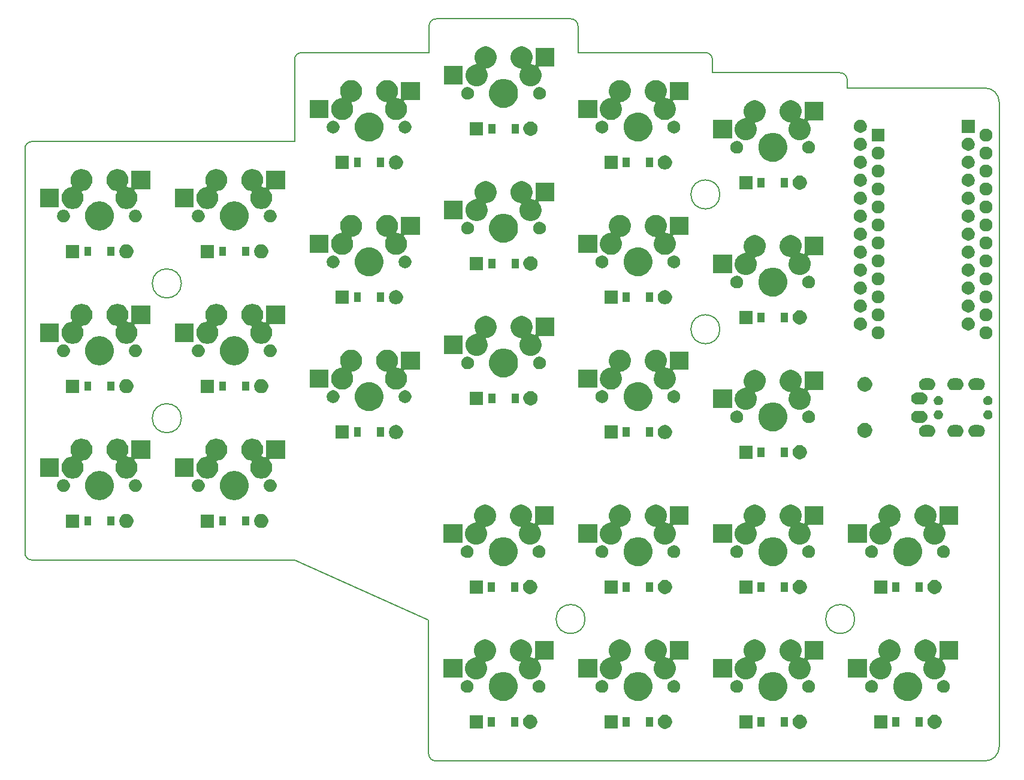
<source format=gbr>
G04 #@! TF.GenerationSoftware,KiCad,Pcbnew,5.1.5+dfsg1-2build2*
G04 #@! TF.CreationDate,2022-10-22T21:51:20+00:00*
G04 #@! TF.ProjectId,board,626f6172-642e-46b6-9963-61645f706362,v1.0.0*
G04 #@! TF.SameCoordinates,Original*
G04 #@! TF.FileFunction,Soldermask,Bot*
G04 #@! TF.FilePolarity,Negative*
%FSLAX46Y46*%
G04 Gerber Fmt 4.6, Leading zero omitted, Abs format (unit mm)*
G04 Created by KiCad (PCBNEW 5.1.5+dfsg1-2build2) date 2022-10-22 21:51:20*
%MOMM*%
%LPD*%
G04 APERTURE LIST*
G04 #@! TA.AperFunction,Profile*
%ADD10C,0.150000*%
G04 #@! TD*
%ADD11C,0.350000*%
G04 APERTURE END LIST*
D10*
X9525000Y-10525000D02*
X46625000Y-10525000D01*
X8525000Y-9525000D02*
X8525000Y47625000D01*
X9525000Y-10525000D02*
G75*
G02X8525000Y-9525000I0J1000000D01*
G01*
X9525000Y48625000D02*
X46625000Y48625000D01*
X8525000Y47625000D02*
G75*
G02X9525000Y48625000I1000000J0D01*
G01*
X65625000Y61198000D02*
X47625000Y61198000D01*
X46625000Y60198000D02*
G75*
G02X47625000Y61198000I1000000J0D01*
G01*
X46625000Y60198000D02*
X46625000Y48625000D01*
X86675000Y61198000D02*
X86675000Y64960500D01*
X85675000Y65960500D02*
G75*
G02X86675000Y64960500I0J-1000000D01*
G01*
X85675000Y65960500D02*
X66625000Y65960500D01*
X65625000Y64960500D02*
G75*
G02X66625000Y65960500I1000000J0D01*
G01*
X65625000Y64960500D02*
X65625000Y61198000D01*
X105675000Y58340500D02*
X105675000Y60198000D01*
X104675000Y61198000D02*
G75*
G02X105675000Y60198000I0J-1000000D01*
G01*
X104675000Y61198000D02*
X86675000Y61198000D01*
X124725000Y56190500D02*
X124725000Y57340500D01*
X123725000Y58340500D02*
G75*
G02X124725000Y57340500I0J-1000000D01*
G01*
X123725000Y58340500D02*
X105675000Y58340500D01*
X65575000Y-37909500D02*
X65575000Y-18968378D01*
X66575000Y-38909500D02*
X144200000Y-38909500D01*
X66575000Y-38909500D02*
G75*
G02X65575000Y-37909500I0J1000000D01*
G01*
X65575000Y-18968378D02*
X46625000Y-10525000D01*
X146200000Y-36909500D02*
G75*
G02X144200000Y-38909500I-2000000J0D01*
G01*
X146200000Y-36909500D02*
X146200000Y54190500D01*
X144200000Y56190500D02*
G75*
G02X146200000Y54190500I0J-2000000D01*
G01*
X144200000Y56190500D02*
X124725000Y56190500D01*
X30625000Y28575000D02*
G75*
G03X30625000Y28575000I-2050000J0D01*
G01*
X30625000Y9525000D02*
G75*
G03X30625000Y9525000I-2050000J0D01*
G01*
X106725000Y41148000D02*
G75*
G03X106725000Y41148000I-2050000J0D01*
G01*
X106725000Y22098000D02*
G75*
G03X106725000Y22098000I-2050000J0D01*
G01*
X125775000Y-18859500D02*
G75*
G03X125775000Y-18859500I-2050000J0D01*
G01*
X87675000Y-18859500D02*
G75*
G03X87675000Y-18859500I-2050000J0D01*
G01*
D11*
G36*
X137352419Y-32420525D02*
G01*
X137534862Y-32496096D01*
X137699057Y-32605807D01*
X137838693Y-32745443D01*
X137948404Y-32909638D01*
X138023975Y-33092081D01*
X138062500Y-33285762D01*
X138062500Y-33483238D01*
X138023975Y-33676919D01*
X137948404Y-33859362D01*
X137838693Y-34023557D01*
X137699057Y-34163193D01*
X137534862Y-34272904D01*
X137352419Y-34348475D01*
X137158738Y-34387000D01*
X136961262Y-34387000D01*
X136767581Y-34348475D01*
X136585138Y-34272904D01*
X136420943Y-34163193D01*
X136281307Y-34023557D01*
X136171596Y-33859362D01*
X136096025Y-33676919D01*
X136057500Y-33483238D01*
X136057500Y-33285762D01*
X136096025Y-33092081D01*
X136171596Y-32909638D01*
X136281307Y-32745443D01*
X136420943Y-32605807D01*
X136585138Y-32496096D01*
X136767581Y-32420525D01*
X136961262Y-32382000D01*
X137158738Y-32382000D01*
X137352419Y-32420525D01*
G37*
G36*
X99252419Y-32420525D02*
G01*
X99434862Y-32496096D01*
X99599057Y-32605807D01*
X99738693Y-32745443D01*
X99848404Y-32909638D01*
X99923975Y-33092081D01*
X99962500Y-33285762D01*
X99962500Y-33483238D01*
X99923975Y-33676919D01*
X99848404Y-33859362D01*
X99738693Y-34023557D01*
X99599057Y-34163193D01*
X99434862Y-34272904D01*
X99252419Y-34348475D01*
X99058738Y-34387000D01*
X98861262Y-34387000D01*
X98667581Y-34348475D01*
X98485138Y-34272904D01*
X98320943Y-34163193D01*
X98181307Y-34023557D01*
X98071596Y-33859362D01*
X97996025Y-33676919D01*
X97957500Y-33483238D01*
X97957500Y-33285762D01*
X97996025Y-33092081D01*
X98071596Y-32909638D01*
X98181307Y-32745443D01*
X98320943Y-32605807D01*
X98485138Y-32496096D01*
X98667581Y-32420525D01*
X98861262Y-32382000D01*
X99058738Y-32382000D01*
X99252419Y-32420525D01*
G37*
G36*
X80202419Y-32420525D02*
G01*
X80384862Y-32496096D01*
X80549057Y-32605807D01*
X80688693Y-32745443D01*
X80798404Y-32909638D01*
X80873975Y-33092081D01*
X80912500Y-33285762D01*
X80912500Y-33483238D01*
X80873975Y-33676919D01*
X80798404Y-33859362D01*
X80688693Y-34023557D01*
X80549057Y-34163193D01*
X80384862Y-34272904D01*
X80202419Y-34348475D01*
X80008738Y-34387000D01*
X79811262Y-34387000D01*
X79617581Y-34348475D01*
X79435138Y-34272904D01*
X79270943Y-34163193D01*
X79131307Y-34023557D01*
X79021596Y-33859362D01*
X78946025Y-33676919D01*
X78907500Y-33483238D01*
X78907500Y-33285762D01*
X78946025Y-33092081D01*
X79021596Y-32909638D01*
X79131307Y-32745443D01*
X79270943Y-32605807D01*
X79435138Y-32496096D01*
X79617581Y-32420525D01*
X79811262Y-32382000D01*
X80008738Y-32382000D01*
X80202419Y-32420525D01*
G37*
G36*
X118302419Y-32420525D02*
G01*
X118484862Y-32496096D01*
X118649057Y-32605807D01*
X118788693Y-32745443D01*
X118898404Y-32909638D01*
X118973975Y-33092081D01*
X119012500Y-33285762D01*
X119012500Y-33483238D01*
X118973975Y-33676919D01*
X118898404Y-33859362D01*
X118788693Y-34023557D01*
X118649057Y-34163193D01*
X118484862Y-34272904D01*
X118302419Y-34348475D01*
X118108738Y-34387000D01*
X117911262Y-34387000D01*
X117717581Y-34348475D01*
X117535138Y-34272904D01*
X117370943Y-34163193D01*
X117231307Y-34023557D01*
X117121596Y-33859362D01*
X117046025Y-33676919D01*
X117007500Y-33483238D01*
X117007500Y-33285762D01*
X117046025Y-33092081D01*
X117121596Y-32909638D01*
X117231307Y-32745443D01*
X117370943Y-32605807D01*
X117535138Y-32496096D01*
X117717581Y-32420525D01*
X117911262Y-32382000D01*
X118108738Y-32382000D01*
X118302419Y-32420525D01*
G37*
G36*
X92279000Y-34323500D02*
G01*
X90401000Y-34323500D01*
X90401000Y-32445500D01*
X92279000Y-32445500D01*
X92279000Y-34323500D01*
G37*
G36*
X130379000Y-34323500D02*
G01*
X128501000Y-34323500D01*
X128501000Y-32445500D01*
X130379000Y-32445500D01*
X130379000Y-34323500D01*
G37*
G36*
X111329000Y-34323500D02*
G01*
X109451000Y-34323500D01*
X109451000Y-32445500D01*
X111329000Y-32445500D01*
X111329000Y-34323500D01*
G37*
G36*
X73229000Y-34323500D02*
G01*
X71351000Y-34323500D01*
X71351000Y-32445500D01*
X73229000Y-32445500D01*
X73229000Y-34323500D01*
G37*
G36*
X113050000Y-34034500D02*
G01*
X112050000Y-34034500D01*
X112050000Y-32734500D01*
X113050000Y-32734500D01*
X113050000Y-34034500D01*
G37*
G36*
X94000000Y-34034500D02*
G01*
X93000000Y-34034500D01*
X93000000Y-32734500D01*
X94000000Y-32734500D01*
X94000000Y-34034500D01*
G37*
G36*
X132100000Y-34034500D02*
G01*
X131100000Y-34034500D01*
X131100000Y-32734500D01*
X132100000Y-32734500D01*
X132100000Y-34034500D01*
G37*
G36*
X135400000Y-34034500D02*
G01*
X134400000Y-34034500D01*
X134400000Y-32734500D01*
X135400000Y-32734500D01*
X135400000Y-34034500D01*
G37*
G36*
X116350000Y-34034500D02*
G01*
X115350000Y-34034500D01*
X115350000Y-32734500D01*
X116350000Y-32734500D01*
X116350000Y-34034500D01*
G37*
G36*
X97300000Y-34034500D02*
G01*
X96300000Y-34034500D01*
X96300000Y-32734500D01*
X97300000Y-32734500D01*
X97300000Y-34034500D01*
G37*
G36*
X78250000Y-34034500D02*
G01*
X77250000Y-34034500D01*
X77250000Y-32734500D01*
X78250000Y-32734500D01*
X78250000Y-34034500D01*
G37*
G36*
X74950000Y-34034500D02*
G01*
X73950000Y-34034500D01*
X73950000Y-32734500D01*
X74950000Y-32734500D01*
X74950000Y-34034500D01*
G37*
G36*
X95482933Y-26366782D02*
G01*
X95746184Y-26419146D01*
X96118150Y-26573219D01*
X96452911Y-26796899D01*
X96737601Y-27081589D01*
X96961281Y-27416350D01*
X97115354Y-27788316D01*
X97193900Y-28183193D01*
X97193900Y-28585807D01*
X97115354Y-28980684D01*
X96961281Y-29352650D01*
X96737601Y-29687411D01*
X96452911Y-29972101D01*
X96118150Y-30195781D01*
X95746184Y-30349854D01*
X95482933Y-30402218D01*
X95351308Y-30428400D01*
X94948692Y-30428400D01*
X94817067Y-30402218D01*
X94553816Y-30349854D01*
X94181850Y-30195781D01*
X93847089Y-29972101D01*
X93562399Y-29687411D01*
X93338719Y-29352650D01*
X93184646Y-28980684D01*
X93106100Y-28585807D01*
X93106100Y-28183193D01*
X93184646Y-27788316D01*
X93338719Y-27416350D01*
X93562399Y-27081589D01*
X93847089Y-26796899D01*
X94181850Y-26573219D01*
X94553816Y-26419146D01*
X94817067Y-26366782D01*
X94948692Y-26340600D01*
X95351308Y-26340600D01*
X95482933Y-26366782D01*
G37*
G36*
X114532933Y-26366782D02*
G01*
X114796184Y-26419146D01*
X115168150Y-26573219D01*
X115502911Y-26796899D01*
X115787601Y-27081589D01*
X116011281Y-27416350D01*
X116165354Y-27788316D01*
X116243900Y-28183193D01*
X116243900Y-28585807D01*
X116165354Y-28980684D01*
X116011281Y-29352650D01*
X115787601Y-29687411D01*
X115502911Y-29972101D01*
X115168150Y-30195781D01*
X114796184Y-30349854D01*
X114532933Y-30402218D01*
X114401308Y-30428400D01*
X113998692Y-30428400D01*
X113867067Y-30402218D01*
X113603816Y-30349854D01*
X113231850Y-30195781D01*
X112897089Y-29972101D01*
X112612399Y-29687411D01*
X112388719Y-29352650D01*
X112234646Y-28980684D01*
X112156100Y-28585807D01*
X112156100Y-28183193D01*
X112234646Y-27788316D01*
X112388719Y-27416350D01*
X112612399Y-27081589D01*
X112897089Y-26796899D01*
X113231850Y-26573219D01*
X113603816Y-26419146D01*
X113867067Y-26366782D01*
X113998692Y-26340600D01*
X114401308Y-26340600D01*
X114532933Y-26366782D01*
G37*
G36*
X76432933Y-26366782D02*
G01*
X76696184Y-26419146D01*
X77068150Y-26573219D01*
X77402911Y-26796899D01*
X77687601Y-27081589D01*
X77911281Y-27416350D01*
X78065354Y-27788316D01*
X78143900Y-28183193D01*
X78143900Y-28585807D01*
X78065354Y-28980684D01*
X77911281Y-29352650D01*
X77687601Y-29687411D01*
X77402911Y-29972101D01*
X77068150Y-30195781D01*
X76696184Y-30349854D01*
X76432933Y-30402218D01*
X76301308Y-30428400D01*
X75898692Y-30428400D01*
X75767067Y-30402218D01*
X75503816Y-30349854D01*
X75131850Y-30195781D01*
X74797089Y-29972101D01*
X74512399Y-29687411D01*
X74288719Y-29352650D01*
X74134646Y-28980684D01*
X74056100Y-28585807D01*
X74056100Y-28183193D01*
X74134646Y-27788316D01*
X74288719Y-27416350D01*
X74512399Y-27081589D01*
X74797089Y-26796899D01*
X75131850Y-26573219D01*
X75503816Y-26419146D01*
X75767067Y-26366782D01*
X75898692Y-26340600D01*
X76301308Y-26340600D01*
X76432933Y-26366782D01*
G37*
G36*
X133582933Y-26366782D02*
G01*
X133846184Y-26419146D01*
X134218150Y-26573219D01*
X134552911Y-26796899D01*
X134837601Y-27081589D01*
X135061281Y-27416350D01*
X135215354Y-27788316D01*
X135293900Y-28183193D01*
X135293900Y-28585807D01*
X135215354Y-28980684D01*
X135061281Y-29352650D01*
X134837601Y-29687411D01*
X134552911Y-29972101D01*
X134218150Y-30195781D01*
X133846184Y-30349854D01*
X133582933Y-30402218D01*
X133451308Y-30428400D01*
X133048692Y-30428400D01*
X132917067Y-30402218D01*
X132653816Y-30349854D01*
X132281850Y-30195781D01*
X131947089Y-29972101D01*
X131662399Y-29687411D01*
X131438719Y-29352650D01*
X131284646Y-28980684D01*
X131206100Y-28585807D01*
X131206100Y-28183193D01*
X131284646Y-27788316D01*
X131438719Y-27416350D01*
X131662399Y-27081589D01*
X131947089Y-26796899D01*
X132281850Y-26573219D01*
X132653816Y-26419146D01*
X132917067Y-26366782D01*
X133048692Y-26340600D01*
X133451308Y-26340600D01*
X133582933Y-26366782D01*
G37*
G36*
X119455757Y-27500911D02*
G01*
X119542783Y-27518221D01*
X119624759Y-27552177D01*
X119706737Y-27586133D01*
X119854288Y-27684723D01*
X119979777Y-27810212D01*
X120078367Y-27957763D01*
X120146279Y-28121718D01*
X120180900Y-28295768D01*
X120180900Y-28473232D01*
X120146279Y-28647282D01*
X120078367Y-28811237D01*
X119979777Y-28958788D01*
X119854288Y-29084277D01*
X119706737Y-29182867D01*
X119624759Y-29216823D01*
X119542783Y-29250779D01*
X119455757Y-29268090D01*
X119368732Y-29285400D01*
X119191268Y-29285400D01*
X119104243Y-29268090D01*
X119017217Y-29250779D01*
X118935241Y-29216823D01*
X118853263Y-29182867D01*
X118705712Y-29084277D01*
X118580223Y-28958788D01*
X118481633Y-28811237D01*
X118413721Y-28647282D01*
X118379100Y-28473232D01*
X118379100Y-28295768D01*
X118413721Y-28121718D01*
X118481633Y-27957763D01*
X118580223Y-27810212D01*
X118705712Y-27684723D01*
X118853263Y-27586133D01*
X118935241Y-27552177D01*
X119017217Y-27518221D01*
X119104243Y-27500911D01*
X119191268Y-27483600D01*
X119368732Y-27483600D01*
X119455757Y-27500911D01*
G37*
G36*
X81355757Y-27500911D02*
G01*
X81442783Y-27518221D01*
X81524759Y-27552177D01*
X81606737Y-27586133D01*
X81754288Y-27684723D01*
X81879777Y-27810212D01*
X81978367Y-27957763D01*
X82046279Y-28121718D01*
X82080900Y-28295768D01*
X82080900Y-28473232D01*
X82046279Y-28647282D01*
X81978367Y-28811237D01*
X81879777Y-28958788D01*
X81754288Y-29084277D01*
X81606737Y-29182867D01*
X81524759Y-29216823D01*
X81442783Y-29250779D01*
X81355757Y-29268090D01*
X81268732Y-29285400D01*
X81091268Y-29285400D01*
X81004243Y-29268090D01*
X80917217Y-29250779D01*
X80835241Y-29216823D01*
X80753263Y-29182867D01*
X80605712Y-29084277D01*
X80480223Y-28958788D01*
X80381633Y-28811237D01*
X80313721Y-28647282D01*
X80279100Y-28473232D01*
X80279100Y-28295768D01*
X80313721Y-28121718D01*
X80381633Y-27957763D01*
X80480223Y-27810212D01*
X80605712Y-27684723D01*
X80753263Y-27586133D01*
X80835241Y-27552177D01*
X80917217Y-27518221D01*
X81004243Y-27500911D01*
X81091268Y-27483600D01*
X81268732Y-27483600D01*
X81355757Y-27500911D01*
G37*
G36*
X71195757Y-27500911D02*
G01*
X71282783Y-27518221D01*
X71364759Y-27552177D01*
X71446737Y-27586133D01*
X71594288Y-27684723D01*
X71719777Y-27810212D01*
X71818367Y-27957763D01*
X71886279Y-28121718D01*
X71920900Y-28295768D01*
X71920900Y-28473232D01*
X71886279Y-28647282D01*
X71818367Y-28811237D01*
X71719777Y-28958788D01*
X71594288Y-29084277D01*
X71446737Y-29182867D01*
X71364759Y-29216823D01*
X71282783Y-29250779D01*
X71195757Y-29268090D01*
X71108732Y-29285400D01*
X70931268Y-29285400D01*
X70844243Y-29268090D01*
X70757217Y-29250779D01*
X70675241Y-29216823D01*
X70593263Y-29182867D01*
X70445712Y-29084277D01*
X70320223Y-28958788D01*
X70221633Y-28811237D01*
X70153721Y-28647282D01*
X70119100Y-28473232D01*
X70119100Y-28295768D01*
X70153721Y-28121718D01*
X70221633Y-27957763D01*
X70320223Y-27810212D01*
X70445712Y-27684723D01*
X70593263Y-27586133D01*
X70675241Y-27552177D01*
X70757217Y-27518221D01*
X70844243Y-27500911D01*
X70931268Y-27483600D01*
X71108732Y-27483600D01*
X71195757Y-27500911D01*
G37*
G36*
X128345757Y-27500911D02*
G01*
X128432783Y-27518221D01*
X128514759Y-27552177D01*
X128596737Y-27586133D01*
X128744288Y-27684723D01*
X128869777Y-27810212D01*
X128968367Y-27957763D01*
X129036279Y-28121718D01*
X129070900Y-28295768D01*
X129070900Y-28473232D01*
X129036279Y-28647282D01*
X128968367Y-28811237D01*
X128869777Y-28958788D01*
X128744288Y-29084277D01*
X128596737Y-29182867D01*
X128514759Y-29216823D01*
X128432783Y-29250779D01*
X128345757Y-29268089D01*
X128258732Y-29285400D01*
X128081268Y-29285400D01*
X127994243Y-29268090D01*
X127907217Y-29250779D01*
X127825241Y-29216823D01*
X127743263Y-29182867D01*
X127595712Y-29084277D01*
X127470223Y-28958788D01*
X127371633Y-28811237D01*
X127303721Y-28647282D01*
X127269100Y-28473232D01*
X127269100Y-28295768D01*
X127303721Y-28121718D01*
X127371633Y-27957763D01*
X127470223Y-27810212D01*
X127595712Y-27684723D01*
X127743263Y-27586133D01*
X127825241Y-27552177D01*
X127907217Y-27518221D01*
X127994243Y-27500911D01*
X128081268Y-27483600D01*
X128258732Y-27483600D01*
X128345757Y-27500911D01*
G37*
G36*
X138505757Y-27500911D02*
G01*
X138592783Y-27518221D01*
X138674759Y-27552177D01*
X138756737Y-27586133D01*
X138904288Y-27684723D01*
X139029777Y-27810212D01*
X139128367Y-27957763D01*
X139196279Y-28121718D01*
X139230900Y-28295768D01*
X139230900Y-28473232D01*
X139196279Y-28647282D01*
X139128367Y-28811237D01*
X139029777Y-28958788D01*
X138904288Y-29084277D01*
X138756737Y-29182867D01*
X138674759Y-29216823D01*
X138592783Y-29250779D01*
X138505757Y-29268089D01*
X138418732Y-29285400D01*
X138241268Y-29285400D01*
X138154243Y-29268090D01*
X138067217Y-29250779D01*
X137985241Y-29216823D01*
X137903263Y-29182867D01*
X137755712Y-29084277D01*
X137630223Y-28958788D01*
X137531633Y-28811237D01*
X137463721Y-28647282D01*
X137429100Y-28473232D01*
X137429100Y-28295768D01*
X137463721Y-28121718D01*
X137531633Y-27957763D01*
X137630223Y-27810212D01*
X137755712Y-27684723D01*
X137903263Y-27586133D01*
X137985241Y-27552177D01*
X138067217Y-27518221D01*
X138154243Y-27500910D01*
X138241268Y-27483600D01*
X138418732Y-27483600D01*
X138505757Y-27500911D01*
G37*
G36*
X109295757Y-27500911D02*
G01*
X109382783Y-27518221D01*
X109464759Y-27552177D01*
X109546737Y-27586133D01*
X109694288Y-27684723D01*
X109819777Y-27810212D01*
X109918367Y-27957763D01*
X109986279Y-28121718D01*
X110020900Y-28295768D01*
X110020900Y-28473232D01*
X109986279Y-28647282D01*
X109918367Y-28811237D01*
X109819777Y-28958788D01*
X109694288Y-29084277D01*
X109546737Y-29182867D01*
X109464759Y-29216823D01*
X109382783Y-29250779D01*
X109295757Y-29268090D01*
X109208732Y-29285400D01*
X109031268Y-29285400D01*
X108944243Y-29268090D01*
X108857217Y-29250779D01*
X108775241Y-29216823D01*
X108693263Y-29182867D01*
X108545712Y-29084277D01*
X108420223Y-28958788D01*
X108321633Y-28811237D01*
X108253721Y-28647282D01*
X108219100Y-28473232D01*
X108219100Y-28295768D01*
X108253721Y-28121718D01*
X108321633Y-27957763D01*
X108420223Y-27810212D01*
X108545712Y-27684723D01*
X108693263Y-27586133D01*
X108775241Y-27552177D01*
X108857217Y-27518221D01*
X108944243Y-27500911D01*
X109031268Y-27483600D01*
X109208732Y-27483600D01*
X109295757Y-27500911D01*
G37*
G36*
X100405757Y-27500911D02*
G01*
X100492783Y-27518221D01*
X100574759Y-27552177D01*
X100656737Y-27586133D01*
X100804288Y-27684723D01*
X100929777Y-27810212D01*
X101028367Y-27957763D01*
X101096279Y-28121718D01*
X101130900Y-28295768D01*
X101130900Y-28473232D01*
X101096279Y-28647282D01*
X101028367Y-28811237D01*
X100929777Y-28958788D01*
X100804288Y-29084277D01*
X100656737Y-29182867D01*
X100574759Y-29216823D01*
X100492783Y-29250779D01*
X100405757Y-29268090D01*
X100318732Y-29285400D01*
X100141268Y-29285400D01*
X100054243Y-29268090D01*
X99967217Y-29250779D01*
X99885241Y-29216823D01*
X99803263Y-29182867D01*
X99655712Y-29084277D01*
X99530223Y-28958788D01*
X99431633Y-28811237D01*
X99363721Y-28647282D01*
X99329100Y-28473232D01*
X99329100Y-28295768D01*
X99363721Y-28121718D01*
X99431633Y-27957763D01*
X99530223Y-27810212D01*
X99655712Y-27684723D01*
X99803263Y-27586133D01*
X99885241Y-27552177D01*
X99967217Y-27518221D01*
X100054243Y-27500911D01*
X100141268Y-27483600D01*
X100318732Y-27483600D01*
X100405757Y-27500911D01*
G37*
G36*
X90245757Y-27500911D02*
G01*
X90332783Y-27518221D01*
X90414759Y-27552177D01*
X90496737Y-27586133D01*
X90644288Y-27684723D01*
X90769777Y-27810212D01*
X90868367Y-27957763D01*
X90936279Y-28121718D01*
X90970900Y-28295768D01*
X90970900Y-28473232D01*
X90936279Y-28647282D01*
X90868367Y-28811237D01*
X90769777Y-28958788D01*
X90644288Y-29084277D01*
X90496737Y-29182867D01*
X90414759Y-29216823D01*
X90332783Y-29250779D01*
X90245757Y-29268090D01*
X90158732Y-29285400D01*
X89981268Y-29285400D01*
X89894243Y-29268090D01*
X89807217Y-29250779D01*
X89725241Y-29216823D01*
X89643263Y-29182867D01*
X89495712Y-29084277D01*
X89370223Y-28958788D01*
X89271633Y-28811237D01*
X89203721Y-28647282D01*
X89169100Y-28473232D01*
X89169100Y-28295768D01*
X89203721Y-28121718D01*
X89271633Y-27957763D01*
X89370223Y-27810212D01*
X89495712Y-27684723D01*
X89643263Y-27586133D01*
X89725241Y-27552177D01*
X89807217Y-27518221D01*
X89894243Y-27500911D01*
X89981268Y-27483600D01*
X90158732Y-27483600D01*
X90245757Y-27500911D01*
G37*
G36*
X111962390Y-21784282D02*
G01*
X112112118Y-21814065D01*
X112228960Y-21862463D01*
X112394199Y-21930907D01*
X112394200Y-21930908D01*
X112648068Y-22100536D01*
X112863964Y-22316432D01*
X112977306Y-22486061D01*
X113033593Y-22570301D01*
X113150435Y-22852383D01*
X113210000Y-23151837D01*
X113210000Y-23457163D01*
X113150435Y-23756617D01*
X113033593Y-24038699D01*
X113033592Y-24038700D01*
X112863964Y-24292568D01*
X112648068Y-24508464D01*
X112504339Y-24604500D01*
X112394199Y-24678093D01*
X112228960Y-24746537D01*
X112112118Y-24794935D01*
X112018015Y-24813653D01*
X111801961Y-24856629D01*
X111778512Y-24863742D01*
X111756901Y-24875293D01*
X111737959Y-24890838D01*
X111722414Y-24909780D01*
X111710863Y-24931391D01*
X111703750Y-24954840D01*
X111701348Y-24979226D01*
X111703750Y-25003612D01*
X111710863Y-25027061D01*
X111722414Y-25048672D01*
X111763593Y-25110301D01*
X111880435Y-25392383D01*
X111940000Y-25691837D01*
X111940000Y-25997163D01*
X111880435Y-26296617D01*
X111763593Y-26578699D01*
X111763592Y-26578700D01*
X111593964Y-26832568D01*
X111378068Y-27048464D01*
X111234339Y-27144500D01*
X111124199Y-27218093D01*
X110958960Y-27286537D01*
X110842118Y-27334935D01*
X110692390Y-27364718D01*
X110542663Y-27394500D01*
X110237337Y-27394500D01*
X110087610Y-27364718D01*
X109937882Y-27334935D01*
X109821040Y-27286537D01*
X109655801Y-27218093D01*
X109545661Y-27144500D01*
X109401932Y-27048464D01*
X109186036Y-26832568D01*
X109016408Y-26578700D01*
X109016407Y-26578699D01*
X108899565Y-26296617D01*
X108840000Y-25997163D01*
X108840000Y-25691837D01*
X108899565Y-25392383D01*
X109016407Y-25110301D01*
X109103988Y-24979226D01*
X109186036Y-24856432D01*
X109401932Y-24640536D01*
X109655800Y-24470908D01*
X109655801Y-24470907D01*
X109855833Y-24388051D01*
X109937882Y-24354065D01*
X110031985Y-24335347D01*
X110248039Y-24292371D01*
X110271488Y-24285258D01*
X110293099Y-24273707D01*
X110312041Y-24258162D01*
X110327586Y-24239220D01*
X110339137Y-24217609D01*
X110346250Y-24194160D01*
X110348652Y-24169774D01*
X110346250Y-24145388D01*
X110339137Y-24121939D01*
X110327586Y-24100328D01*
X110286407Y-24038699D01*
X110169565Y-23756617D01*
X110110000Y-23457163D01*
X110110000Y-23151837D01*
X110169565Y-22852383D01*
X110286407Y-22570301D01*
X110342694Y-22486061D01*
X110456036Y-22316432D01*
X110671932Y-22100536D01*
X110925800Y-21930908D01*
X110925801Y-21930907D01*
X111091040Y-21862463D01*
X111207882Y-21814065D01*
X111357610Y-21784282D01*
X111507337Y-21754500D01*
X111812663Y-21754500D01*
X111962390Y-21784282D01*
G37*
G36*
X117042390Y-21784282D02*
G01*
X117192118Y-21814065D01*
X117308960Y-21862463D01*
X117474199Y-21930907D01*
X117474200Y-21930908D01*
X117728068Y-22100536D01*
X117943964Y-22316432D01*
X118057306Y-22486061D01*
X118113593Y-22570301D01*
X118230435Y-22852383D01*
X118290000Y-23151837D01*
X118290000Y-23457163D01*
X118230435Y-23756617D01*
X118113593Y-24038699D01*
X118072414Y-24100328D01*
X118060863Y-24121939D01*
X118053750Y-24145388D01*
X118051348Y-24169774D01*
X118053750Y-24194160D01*
X118060863Y-24217609D01*
X118072414Y-24239220D01*
X118087959Y-24258162D01*
X118106901Y-24273707D01*
X118128512Y-24285258D01*
X118151961Y-24292371D01*
X118368015Y-24335347D01*
X118462118Y-24354065D01*
X118544169Y-24388052D01*
X118567615Y-24395164D01*
X118592001Y-24397566D01*
X118616387Y-24395164D01*
X118639836Y-24388051D01*
X118661446Y-24376500D01*
X118680388Y-24360955D01*
X118695934Y-24342013D01*
X118707485Y-24320402D01*
X118714598Y-24296953D01*
X118717000Y-24272567D01*
X118717000Y-22004500D01*
X121367000Y-22004500D01*
X121367000Y-24604500D01*
X119263806Y-24604500D01*
X119239420Y-24606902D01*
X119215971Y-24614015D01*
X119194360Y-24625566D01*
X119175418Y-24641111D01*
X119159873Y-24660053D01*
X119148322Y-24681664D01*
X119141209Y-24705113D01*
X119138807Y-24729499D01*
X119141209Y-24753885D01*
X119148322Y-24777334D01*
X119159873Y-24798945D01*
X119175413Y-24817881D01*
X119213964Y-24856432D01*
X119296012Y-24979226D01*
X119383593Y-25110301D01*
X119500435Y-25392383D01*
X119560000Y-25691837D01*
X119560000Y-25997163D01*
X119500435Y-26296617D01*
X119383593Y-26578699D01*
X119383592Y-26578700D01*
X119213964Y-26832568D01*
X118998068Y-27048464D01*
X118854339Y-27144500D01*
X118744199Y-27218093D01*
X118578960Y-27286537D01*
X118462118Y-27334935D01*
X118312390Y-27364718D01*
X118162663Y-27394500D01*
X117857337Y-27394500D01*
X117707610Y-27364718D01*
X117557882Y-27334935D01*
X117441040Y-27286537D01*
X117275801Y-27218093D01*
X117165661Y-27144500D01*
X117021932Y-27048464D01*
X116806036Y-26832568D01*
X116636408Y-26578700D01*
X116636407Y-26578699D01*
X116519565Y-26296617D01*
X116460000Y-25997163D01*
X116460000Y-25691837D01*
X116519565Y-25392383D01*
X116636407Y-25110301D01*
X116677586Y-25048672D01*
X116689137Y-25027061D01*
X116696250Y-25003612D01*
X116698652Y-24979226D01*
X116696250Y-24954840D01*
X116689137Y-24931391D01*
X116677586Y-24909780D01*
X116662041Y-24890838D01*
X116643099Y-24875293D01*
X116621488Y-24863742D01*
X116598039Y-24856629D01*
X116381985Y-24813653D01*
X116287882Y-24794935D01*
X116171040Y-24746537D01*
X116005801Y-24678093D01*
X115895661Y-24604500D01*
X115751932Y-24508464D01*
X115536036Y-24292568D01*
X115366408Y-24038700D01*
X115366407Y-24038699D01*
X115249565Y-23756617D01*
X115190000Y-23457163D01*
X115190000Y-23151837D01*
X115249565Y-22852383D01*
X115366407Y-22570301D01*
X115422694Y-22486061D01*
X115536036Y-22316432D01*
X115751932Y-22100536D01*
X116005800Y-21930908D01*
X116005801Y-21930907D01*
X116171040Y-21862463D01*
X116287882Y-21814065D01*
X116437610Y-21784282D01*
X116587337Y-21754500D01*
X116892663Y-21754500D01*
X117042390Y-21784282D01*
G37*
G36*
X131012390Y-21784282D02*
G01*
X131162118Y-21814065D01*
X131278960Y-21862463D01*
X131444199Y-21930907D01*
X131444200Y-21930908D01*
X131698068Y-22100536D01*
X131913964Y-22316432D01*
X132027306Y-22486061D01*
X132083593Y-22570301D01*
X132200435Y-22852383D01*
X132260000Y-23151837D01*
X132260000Y-23457163D01*
X132200435Y-23756617D01*
X132083593Y-24038699D01*
X132083592Y-24038700D01*
X131913964Y-24292568D01*
X131698068Y-24508464D01*
X131554339Y-24604500D01*
X131444199Y-24678093D01*
X131278960Y-24746537D01*
X131162118Y-24794935D01*
X131068015Y-24813653D01*
X130851961Y-24856629D01*
X130828512Y-24863742D01*
X130806901Y-24875293D01*
X130787959Y-24890838D01*
X130772414Y-24909780D01*
X130760863Y-24931391D01*
X130753750Y-24954840D01*
X130751348Y-24979226D01*
X130753750Y-25003612D01*
X130760863Y-25027061D01*
X130772414Y-25048672D01*
X130813593Y-25110301D01*
X130930435Y-25392383D01*
X130990000Y-25691837D01*
X130990000Y-25997163D01*
X130930435Y-26296617D01*
X130813593Y-26578699D01*
X130813592Y-26578700D01*
X130643964Y-26832568D01*
X130428068Y-27048464D01*
X130284339Y-27144500D01*
X130174199Y-27218093D01*
X130008960Y-27286537D01*
X129892118Y-27334935D01*
X129742390Y-27364718D01*
X129592663Y-27394500D01*
X129287337Y-27394500D01*
X129137610Y-27364718D01*
X128987882Y-27334935D01*
X128871040Y-27286537D01*
X128705801Y-27218093D01*
X128595661Y-27144500D01*
X128451932Y-27048464D01*
X128236036Y-26832568D01*
X128066408Y-26578700D01*
X128066407Y-26578699D01*
X127949565Y-26296617D01*
X127890000Y-25997163D01*
X127890000Y-25691837D01*
X127949565Y-25392383D01*
X128066407Y-25110301D01*
X128153988Y-24979226D01*
X128236036Y-24856432D01*
X128451932Y-24640536D01*
X128705800Y-24470908D01*
X128705801Y-24470907D01*
X128905833Y-24388051D01*
X128987882Y-24354065D01*
X129081985Y-24335347D01*
X129298039Y-24292371D01*
X129321488Y-24285258D01*
X129343099Y-24273707D01*
X129362041Y-24258162D01*
X129377586Y-24239220D01*
X129389137Y-24217609D01*
X129396250Y-24194160D01*
X129398652Y-24169774D01*
X129396250Y-24145388D01*
X129389137Y-24121939D01*
X129377586Y-24100328D01*
X129336407Y-24038699D01*
X129219565Y-23756617D01*
X129160000Y-23457163D01*
X129160000Y-23151837D01*
X129219565Y-22852383D01*
X129336407Y-22570301D01*
X129392694Y-22486061D01*
X129506036Y-22316432D01*
X129721932Y-22100536D01*
X129975800Y-21930908D01*
X129975801Y-21930907D01*
X130141040Y-21862463D01*
X130257882Y-21814065D01*
X130407610Y-21784282D01*
X130557337Y-21754500D01*
X130862663Y-21754500D01*
X131012390Y-21784282D01*
G37*
G36*
X136092390Y-21784282D02*
G01*
X136242118Y-21814065D01*
X136358960Y-21862463D01*
X136524199Y-21930907D01*
X136524200Y-21930908D01*
X136778068Y-22100536D01*
X136993964Y-22316432D01*
X137107306Y-22486061D01*
X137163593Y-22570301D01*
X137280435Y-22852383D01*
X137340000Y-23151837D01*
X137340000Y-23457163D01*
X137280435Y-23756617D01*
X137163593Y-24038699D01*
X137122414Y-24100328D01*
X137110863Y-24121939D01*
X137103750Y-24145388D01*
X137101348Y-24169774D01*
X137103750Y-24194160D01*
X137110863Y-24217609D01*
X137122414Y-24239220D01*
X137137959Y-24258162D01*
X137156901Y-24273707D01*
X137178512Y-24285258D01*
X137201961Y-24292371D01*
X137418015Y-24335347D01*
X137512118Y-24354065D01*
X137594169Y-24388052D01*
X137617615Y-24395164D01*
X137642001Y-24397566D01*
X137666387Y-24395164D01*
X137689836Y-24388051D01*
X137711446Y-24376500D01*
X137730388Y-24360955D01*
X137745934Y-24342013D01*
X137757485Y-24320402D01*
X137764598Y-24296953D01*
X137767000Y-24272567D01*
X137767000Y-22004500D01*
X140417000Y-22004500D01*
X140417000Y-24604500D01*
X138313806Y-24604500D01*
X138289420Y-24606902D01*
X138265971Y-24614015D01*
X138244360Y-24625566D01*
X138225418Y-24641111D01*
X138209873Y-24660053D01*
X138198322Y-24681664D01*
X138191209Y-24705113D01*
X138188807Y-24729499D01*
X138191209Y-24753885D01*
X138198322Y-24777334D01*
X138209873Y-24798945D01*
X138225413Y-24817881D01*
X138263964Y-24856432D01*
X138346012Y-24979226D01*
X138433593Y-25110301D01*
X138550435Y-25392383D01*
X138610000Y-25691837D01*
X138610000Y-25997163D01*
X138550435Y-26296617D01*
X138433593Y-26578699D01*
X138433592Y-26578700D01*
X138263964Y-26832568D01*
X138048068Y-27048464D01*
X137904339Y-27144500D01*
X137794199Y-27218093D01*
X137628960Y-27286537D01*
X137512118Y-27334935D01*
X137362390Y-27364718D01*
X137212663Y-27394500D01*
X136907337Y-27394500D01*
X136757610Y-27364718D01*
X136607882Y-27334935D01*
X136491040Y-27286537D01*
X136325801Y-27218093D01*
X136215661Y-27144500D01*
X136071932Y-27048464D01*
X135856036Y-26832568D01*
X135686408Y-26578700D01*
X135686407Y-26578699D01*
X135569565Y-26296617D01*
X135510000Y-25997163D01*
X135510000Y-25691837D01*
X135569565Y-25392383D01*
X135686407Y-25110301D01*
X135727586Y-25048672D01*
X135739137Y-25027061D01*
X135746250Y-25003612D01*
X135748652Y-24979226D01*
X135746250Y-24954840D01*
X135739137Y-24931391D01*
X135727586Y-24909780D01*
X135712041Y-24890838D01*
X135693099Y-24875293D01*
X135671488Y-24863742D01*
X135648039Y-24856629D01*
X135431985Y-24813653D01*
X135337882Y-24794935D01*
X135221040Y-24746537D01*
X135055801Y-24678093D01*
X134945661Y-24604500D01*
X134801932Y-24508464D01*
X134586036Y-24292568D01*
X134416408Y-24038700D01*
X134416407Y-24038699D01*
X134299565Y-23756617D01*
X134240000Y-23457163D01*
X134240000Y-23151837D01*
X134299565Y-22852383D01*
X134416407Y-22570301D01*
X134472694Y-22486061D01*
X134586036Y-22316432D01*
X134801932Y-22100536D01*
X135055800Y-21930908D01*
X135055801Y-21930907D01*
X135221040Y-21862463D01*
X135337882Y-21814065D01*
X135487610Y-21784282D01*
X135637337Y-21754500D01*
X135942663Y-21754500D01*
X136092390Y-21784282D01*
G37*
G36*
X78942390Y-21784282D02*
G01*
X79092118Y-21814065D01*
X79208960Y-21862463D01*
X79374199Y-21930907D01*
X79374200Y-21930908D01*
X79628068Y-22100536D01*
X79843964Y-22316432D01*
X79957306Y-22486061D01*
X80013593Y-22570301D01*
X80130435Y-22852383D01*
X80190000Y-23151837D01*
X80190000Y-23457163D01*
X80130435Y-23756617D01*
X80013593Y-24038699D01*
X79972414Y-24100328D01*
X79960863Y-24121939D01*
X79953750Y-24145388D01*
X79951348Y-24169774D01*
X79953750Y-24194160D01*
X79960863Y-24217609D01*
X79972414Y-24239220D01*
X79987959Y-24258162D01*
X80006901Y-24273707D01*
X80028512Y-24285258D01*
X80051961Y-24292371D01*
X80268015Y-24335347D01*
X80362118Y-24354065D01*
X80444169Y-24388052D01*
X80467615Y-24395164D01*
X80492001Y-24397566D01*
X80516387Y-24395164D01*
X80539836Y-24388051D01*
X80561446Y-24376500D01*
X80580388Y-24360955D01*
X80595934Y-24342013D01*
X80607485Y-24320402D01*
X80614598Y-24296953D01*
X80617000Y-24272567D01*
X80617000Y-22004500D01*
X83267000Y-22004500D01*
X83267000Y-24604500D01*
X81163806Y-24604500D01*
X81139420Y-24606902D01*
X81115971Y-24614015D01*
X81094360Y-24625566D01*
X81075418Y-24641111D01*
X81059873Y-24660053D01*
X81048322Y-24681664D01*
X81041209Y-24705113D01*
X81038807Y-24729499D01*
X81041209Y-24753885D01*
X81048322Y-24777334D01*
X81059873Y-24798945D01*
X81075413Y-24817881D01*
X81113964Y-24856432D01*
X81196012Y-24979226D01*
X81283593Y-25110301D01*
X81400435Y-25392383D01*
X81460000Y-25691837D01*
X81460000Y-25997163D01*
X81400435Y-26296617D01*
X81283593Y-26578699D01*
X81283592Y-26578700D01*
X81113964Y-26832568D01*
X80898068Y-27048464D01*
X80754339Y-27144500D01*
X80644199Y-27218093D01*
X80478960Y-27286537D01*
X80362118Y-27334935D01*
X80212390Y-27364718D01*
X80062663Y-27394500D01*
X79757337Y-27394500D01*
X79607610Y-27364718D01*
X79457882Y-27334935D01*
X79341040Y-27286537D01*
X79175801Y-27218093D01*
X79065661Y-27144500D01*
X78921932Y-27048464D01*
X78706036Y-26832568D01*
X78536408Y-26578700D01*
X78536407Y-26578699D01*
X78419565Y-26296617D01*
X78360000Y-25997163D01*
X78360000Y-25691837D01*
X78419565Y-25392383D01*
X78536407Y-25110301D01*
X78577586Y-25048672D01*
X78589137Y-25027061D01*
X78596250Y-25003612D01*
X78598652Y-24979226D01*
X78596250Y-24954840D01*
X78589137Y-24931391D01*
X78577586Y-24909780D01*
X78562041Y-24890838D01*
X78543099Y-24875293D01*
X78521488Y-24863742D01*
X78498039Y-24856629D01*
X78281985Y-24813653D01*
X78187882Y-24794935D01*
X78071040Y-24746537D01*
X77905801Y-24678093D01*
X77795661Y-24604500D01*
X77651932Y-24508464D01*
X77436036Y-24292568D01*
X77266408Y-24038700D01*
X77266407Y-24038699D01*
X77149565Y-23756617D01*
X77090000Y-23457163D01*
X77090000Y-23151837D01*
X77149565Y-22852383D01*
X77266407Y-22570301D01*
X77322694Y-22486061D01*
X77436036Y-22316432D01*
X77651932Y-22100536D01*
X77905800Y-21930908D01*
X77905801Y-21930907D01*
X78071040Y-21862463D01*
X78187882Y-21814065D01*
X78337610Y-21784282D01*
X78487337Y-21754500D01*
X78792663Y-21754500D01*
X78942390Y-21784282D01*
G37*
G36*
X97992390Y-21784282D02*
G01*
X98142118Y-21814065D01*
X98258960Y-21862463D01*
X98424199Y-21930907D01*
X98424200Y-21930908D01*
X98678068Y-22100536D01*
X98893964Y-22316432D01*
X99007306Y-22486061D01*
X99063593Y-22570301D01*
X99180435Y-22852383D01*
X99240000Y-23151837D01*
X99240000Y-23457163D01*
X99180435Y-23756617D01*
X99063593Y-24038699D01*
X99022414Y-24100328D01*
X99010863Y-24121939D01*
X99003750Y-24145388D01*
X99001348Y-24169774D01*
X99003750Y-24194160D01*
X99010863Y-24217609D01*
X99022414Y-24239220D01*
X99037959Y-24258162D01*
X99056901Y-24273707D01*
X99078512Y-24285258D01*
X99101961Y-24292371D01*
X99318015Y-24335347D01*
X99412118Y-24354065D01*
X99494169Y-24388052D01*
X99517615Y-24395164D01*
X99542001Y-24397566D01*
X99566387Y-24395164D01*
X99589836Y-24388051D01*
X99611446Y-24376500D01*
X99630388Y-24360955D01*
X99645934Y-24342013D01*
X99657485Y-24320402D01*
X99664598Y-24296953D01*
X99667000Y-24272567D01*
X99667000Y-22004500D01*
X102317000Y-22004500D01*
X102317000Y-24604500D01*
X100213806Y-24604500D01*
X100189420Y-24606902D01*
X100165971Y-24614015D01*
X100144360Y-24625566D01*
X100125418Y-24641111D01*
X100109873Y-24660053D01*
X100098322Y-24681664D01*
X100091209Y-24705113D01*
X100088807Y-24729499D01*
X100091209Y-24753885D01*
X100098322Y-24777334D01*
X100109873Y-24798945D01*
X100125413Y-24817881D01*
X100163964Y-24856432D01*
X100246012Y-24979226D01*
X100333593Y-25110301D01*
X100450435Y-25392383D01*
X100510000Y-25691837D01*
X100510000Y-25997163D01*
X100450435Y-26296617D01*
X100333593Y-26578699D01*
X100333592Y-26578700D01*
X100163964Y-26832568D01*
X99948068Y-27048464D01*
X99804339Y-27144500D01*
X99694199Y-27218093D01*
X99528960Y-27286537D01*
X99412118Y-27334935D01*
X99262390Y-27364718D01*
X99112663Y-27394500D01*
X98807337Y-27394500D01*
X98657610Y-27364718D01*
X98507882Y-27334935D01*
X98391040Y-27286537D01*
X98225801Y-27218093D01*
X98115661Y-27144500D01*
X97971932Y-27048464D01*
X97756036Y-26832568D01*
X97586408Y-26578700D01*
X97586407Y-26578699D01*
X97469565Y-26296617D01*
X97410000Y-25997163D01*
X97410000Y-25691837D01*
X97469565Y-25392383D01*
X97586407Y-25110301D01*
X97627586Y-25048672D01*
X97639137Y-25027061D01*
X97646250Y-25003612D01*
X97648652Y-24979226D01*
X97646250Y-24954840D01*
X97639137Y-24931391D01*
X97627586Y-24909780D01*
X97612041Y-24890838D01*
X97593099Y-24875293D01*
X97571488Y-24863742D01*
X97548039Y-24856629D01*
X97331985Y-24813653D01*
X97237882Y-24794935D01*
X97121040Y-24746537D01*
X96955801Y-24678093D01*
X96845661Y-24604500D01*
X96701932Y-24508464D01*
X96486036Y-24292568D01*
X96316408Y-24038700D01*
X96316407Y-24038699D01*
X96199565Y-23756617D01*
X96140000Y-23457163D01*
X96140000Y-23151837D01*
X96199565Y-22852383D01*
X96316407Y-22570301D01*
X96372694Y-22486061D01*
X96486036Y-22316432D01*
X96701932Y-22100536D01*
X96955800Y-21930908D01*
X96955801Y-21930907D01*
X97121040Y-21862463D01*
X97237882Y-21814065D01*
X97387610Y-21784282D01*
X97537337Y-21754500D01*
X97842663Y-21754500D01*
X97992390Y-21784282D01*
G37*
G36*
X92912390Y-21784282D02*
G01*
X93062118Y-21814065D01*
X93178960Y-21862463D01*
X93344199Y-21930907D01*
X93344200Y-21930908D01*
X93598068Y-22100536D01*
X93813964Y-22316432D01*
X93927306Y-22486061D01*
X93983593Y-22570301D01*
X94100435Y-22852383D01*
X94160000Y-23151837D01*
X94160000Y-23457163D01*
X94100435Y-23756617D01*
X93983593Y-24038699D01*
X93983592Y-24038700D01*
X93813964Y-24292568D01*
X93598068Y-24508464D01*
X93454339Y-24604500D01*
X93344199Y-24678093D01*
X93178960Y-24746537D01*
X93062118Y-24794935D01*
X92968015Y-24813653D01*
X92751961Y-24856629D01*
X92728512Y-24863742D01*
X92706901Y-24875293D01*
X92687959Y-24890838D01*
X92672414Y-24909780D01*
X92660863Y-24931391D01*
X92653750Y-24954840D01*
X92651348Y-24979226D01*
X92653750Y-25003612D01*
X92660863Y-25027061D01*
X92672414Y-25048672D01*
X92713593Y-25110301D01*
X92830435Y-25392383D01*
X92890000Y-25691837D01*
X92890000Y-25997163D01*
X92830435Y-26296617D01*
X92713593Y-26578699D01*
X92713592Y-26578700D01*
X92543964Y-26832568D01*
X92328068Y-27048464D01*
X92184339Y-27144500D01*
X92074199Y-27218093D01*
X91908960Y-27286537D01*
X91792118Y-27334935D01*
X91642390Y-27364718D01*
X91492663Y-27394500D01*
X91187337Y-27394500D01*
X91037610Y-27364718D01*
X90887882Y-27334935D01*
X90771040Y-27286537D01*
X90605801Y-27218093D01*
X90495661Y-27144500D01*
X90351932Y-27048464D01*
X90136036Y-26832568D01*
X89966408Y-26578700D01*
X89966407Y-26578699D01*
X89849565Y-26296617D01*
X89790000Y-25997163D01*
X89790000Y-25691837D01*
X89849565Y-25392383D01*
X89966407Y-25110301D01*
X90053988Y-24979226D01*
X90136036Y-24856432D01*
X90351932Y-24640536D01*
X90605800Y-24470908D01*
X90605801Y-24470907D01*
X90805833Y-24388051D01*
X90887882Y-24354065D01*
X90981985Y-24335347D01*
X91198039Y-24292371D01*
X91221488Y-24285258D01*
X91243099Y-24273707D01*
X91262041Y-24258162D01*
X91277586Y-24239220D01*
X91289137Y-24217609D01*
X91296250Y-24194160D01*
X91298652Y-24169774D01*
X91296250Y-24145388D01*
X91289137Y-24121939D01*
X91277586Y-24100328D01*
X91236407Y-24038699D01*
X91119565Y-23756617D01*
X91060000Y-23457163D01*
X91060000Y-23151837D01*
X91119565Y-22852383D01*
X91236407Y-22570301D01*
X91292694Y-22486061D01*
X91406036Y-22316432D01*
X91621932Y-22100536D01*
X91875800Y-21930908D01*
X91875801Y-21930907D01*
X92041040Y-21862463D01*
X92157882Y-21814065D01*
X92307610Y-21784282D01*
X92457337Y-21754500D01*
X92762663Y-21754500D01*
X92912390Y-21784282D01*
G37*
G36*
X73862390Y-21784282D02*
G01*
X74012118Y-21814065D01*
X74128960Y-21862463D01*
X74294199Y-21930907D01*
X74294200Y-21930908D01*
X74548068Y-22100536D01*
X74763964Y-22316432D01*
X74877306Y-22486061D01*
X74933593Y-22570301D01*
X75050435Y-22852383D01*
X75110000Y-23151837D01*
X75110000Y-23457163D01*
X75050435Y-23756617D01*
X74933593Y-24038699D01*
X74933592Y-24038700D01*
X74763964Y-24292568D01*
X74548068Y-24508464D01*
X74404339Y-24604500D01*
X74294199Y-24678093D01*
X74128960Y-24746537D01*
X74012118Y-24794935D01*
X73918015Y-24813653D01*
X73701961Y-24856629D01*
X73678512Y-24863742D01*
X73656901Y-24875293D01*
X73637959Y-24890838D01*
X73622414Y-24909780D01*
X73610863Y-24931391D01*
X73603750Y-24954840D01*
X73601348Y-24979226D01*
X73603750Y-25003612D01*
X73610863Y-25027061D01*
X73622414Y-25048672D01*
X73663593Y-25110301D01*
X73780435Y-25392383D01*
X73840000Y-25691837D01*
X73840000Y-25997163D01*
X73780435Y-26296617D01*
X73663593Y-26578699D01*
X73663592Y-26578700D01*
X73493964Y-26832568D01*
X73278068Y-27048464D01*
X73134339Y-27144500D01*
X73024199Y-27218093D01*
X72858960Y-27286537D01*
X72742118Y-27334935D01*
X72592390Y-27364718D01*
X72442663Y-27394500D01*
X72137337Y-27394500D01*
X71987610Y-27364718D01*
X71837882Y-27334935D01*
X71721040Y-27286537D01*
X71555801Y-27218093D01*
X71445661Y-27144500D01*
X71301932Y-27048464D01*
X71086036Y-26832568D01*
X70916408Y-26578700D01*
X70916407Y-26578699D01*
X70799565Y-26296617D01*
X70740000Y-25997163D01*
X70740000Y-25691837D01*
X70799565Y-25392383D01*
X70916407Y-25110301D01*
X71003988Y-24979226D01*
X71086036Y-24856432D01*
X71301932Y-24640536D01*
X71555800Y-24470908D01*
X71555801Y-24470907D01*
X71755833Y-24388051D01*
X71837882Y-24354065D01*
X71931985Y-24335347D01*
X72148039Y-24292371D01*
X72171488Y-24285258D01*
X72193099Y-24273707D01*
X72212041Y-24258162D01*
X72227586Y-24239220D01*
X72239137Y-24217609D01*
X72246250Y-24194160D01*
X72248652Y-24169774D01*
X72246250Y-24145388D01*
X72239137Y-24121939D01*
X72227586Y-24100328D01*
X72186407Y-24038699D01*
X72069565Y-23756617D01*
X72010000Y-23457163D01*
X72010000Y-23151837D01*
X72069565Y-22852383D01*
X72186407Y-22570301D01*
X72242694Y-22486061D01*
X72356036Y-22316432D01*
X72571932Y-22100536D01*
X72825800Y-21930908D01*
X72825801Y-21930907D01*
X72991040Y-21862463D01*
X73107882Y-21814065D01*
X73257610Y-21784282D01*
X73407337Y-21754500D01*
X73712663Y-21754500D01*
X73862390Y-21784282D01*
G37*
G36*
X127490000Y-27144500D02*
G01*
X124840000Y-27144500D01*
X124840000Y-24544500D01*
X127490000Y-24544500D01*
X127490000Y-27144500D01*
G37*
G36*
X89390000Y-27144500D02*
G01*
X86740000Y-27144500D01*
X86740000Y-24544500D01*
X89390000Y-24544500D01*
X89390000Y-27144500D01*
G37*
G36*
X108440000Y-27144500D02*
G01*
X105790000Y-27144500D01*
X105790000Y-24544500D01*
X108440000Y-24544500D01*
X108440000Y-27144500D01*
G37*
G36*
X70340000Y-27144500D02*
G01*
X67690000Y-27144500D01*
X67690000Y-24544500D01*
X70340000Y-24544500D01*
X70340000Y-27144500D01*
G37*
G36*
X99252419Y-13370525D02*
G01*
X99434862Y-13446096D01*
X99599057Y-13555807D01*
X99738693Y-13695443D01*
X99848404Y-13859638D01*
X99923975Y-14042081D01*
X99962500Y-14235762D01*
X99962500Y-14433238D01*
X99923975Y-14626919D01*
X99848404Y-14809362D01*
X99738693Y-14973557D01*
X99599057Y-15113193D01*
X99434862Y-15222904D01*
X99252419Y-15298475D01*
X99058738Y-15337000D01*
X98861262Y-15337000D01*
X98667581Y-15298475D01*
X98485138Y-15222904D01*
X98320943Y-15113193D01*
X98181307Y-14973557D01*
X98071596Y-14809362D01*
X97996025Y-14626919D01*
X97957500Y-14433238D01*
X97957500Y-14235762D01*
X97996025Y-14042081D01*
X98071596Y-13859638D01*
X98181307Y-13695443D01*
X98320943Y-13555807D01*
X98485138Y-13446096D01*
X98667581Y-13370525D01*
X98861262Y-13332000D01*
X99058738Y-13332000D01*
X99252419Y-13370525D01*
G37*
G36*
X137352419Y-13370525D02*
G01*
X137534862Y-13446096D01*
X137699057Y-13555807D01*
X137838693Y-13695443D01*
X137948404Y-13859638D01*
X138023975Y-14042081D01*
X138062500Y-14235762D01*
X138062500Y-14433238D01*
X138023975Y-14626919D01*
X137948404Y-14809362D01*
X137838693Y-14973557D01*
X137699057Y-15113193D01*
X137534862Y-15222904D01*
X137352419Y-15298475D01*
X137158738Y-15337000D01*
X136961262Y-15337000D01*
X136767581Y-15298475D01*
X136585138Y-15222904D01*
X136420943Y-15113193D01*
X136281307Y-14973557D01*
X136171596Y-14809362D01*
X136096025Y-14626919D01*
X136057500Y-14433238D01*
X136057500Y-14235762D01*
X136096025Y-14042081D01*
X136171596Y-13859638D01*
X136281307Y-13695443D01*
X136420943Y-13555807D01*
X136585138Y-13446096D01*
X136767581Y-13370525D01*
X136961262Y-13332000D01*
X137158738Y-13332000D01*
X137352419Y-13370525D01*
G37*
G36*
X80202419Y-13370525D02*
G01*
X80384862Y-13446096D01*
X80549057Y-13555807D01*
X80688693Y-13695443D01*
X80798404Y-13859638D01*
X80873975Y-14042081D01*
X80912500Y-14235762D01*
X80912500Y-14433238D01*
X80873975Y-14626919D01*
X80798404Y-14809362D01*
X80688693Y-14973557D01*
X80549057Y-15113193D01*
X80384862Y-15222904D01*
X80202419Y-15298475D01*
X80008738Y-15337000D01*
X79811262Y-15337000D01*
X79617581Y-15298475D01*
X79435138Y-15222904D01*
X79270943Y-15113193D01*
X79131307Y-14973557D01*
X79021596Y-14809362D01*
X78946025Y-14626919D01*
X78907500Y-14433238D01*
X78907500Y-14235762D01*
X78946025Y-14042081D01*
X79021596Y-13859638D01*
X79131307Y-13695443D01*
X79270943Y-13555807D01*
X79435138Y-13446096D01*
X79617581Y-13370525D01*
X79811262Y-13332000D01*
X80008738Y-13332000D01*
X80202419Y-13370525D01*
G37*
G36*
X118302419Y-13370525D02*
G01*
X118484862Y-13446096D01*
X118649057Y-13555807D01*
X118788693Y-13695443D01*
X118898404Y-13859638D01*
X118973975Y-14042081D01*
X119012500Y-14235762D01*
X119012500Y-14433238D01*
X118973975Y-14626919D01*
X118898404Y-14809362D01*
X118788693Y-14973557D01*
X118649057Y-15113193D01*
X118484862Y-15222904D01*
X118302419Y-15298475D01*
X118108738Y-15337000D01*
X117911262Y-15337000D01*
X117717581Y-15298475D01*
X117535138Y-15222904D01*
X117370943Y-15113193D01*
X117231307Y-14973557D01*
X117121596Y-14809362D01*
X117046025Y-14626919D01*
X117007500Y-14433238D01*
X117007500Y-14235762D01*
X117046025Y-14042081D01*
X117121596Y-13859638D01*
X117231307Y-13695443D01*
X117370943Y-13555807D01*
X117535138Y-13446096D01*
X117717581Y-13370525D01*
X117911262Y-13332000D01*
X118108738Y-13332000D01*
X118302419Y-13370525D01*
G37*
G36*
X92279000Y-15273500D02*
G01*
X90401000Y-15273500D01*
X90401000Y-13395500D01*
X92279000Y-13395500D01*
X92279000Y-15273500D01*
G37*
G36*
X130379000Y-15273500D02*
G01*
X128501000Y-15273500D01*
X128501000Y-13395500D01*
X130379000Y-13395500D01*
X130379000Y-15273500D01*
G37*
G36*
X73229000Y-15273500D02*
G01*
X71351000Y-15273500D01*
X71351000Y-13395500D01*
X73229000Y-13395500D01*
X73229000Y-15273500D01*
G37*
G36*
X111329000Y-15273500D02*
G01*
X109451000Y-15273500D01*
X109451000Y-13395500D01*
X111329000Y-13395500D01*
X111329000Y-15273500D01*
G37*
G36*
X97300000Y-14984500D02*
G01*
X96300000Y-14984500D01*
X96300000Y-13684500D01*
X97300000Y-13684500D01*
X97300000Y-14984500D01*
G37*
G36*
X113050000Y-14984500D02*
G01*
X112050000Y-14984500D01*
X112050000Y-13684500D01*
X113050000Y-13684500D01*
X113050000Y-14984500D01*
G37*
G36*
X132100000Y-14984500D02*
G01*
X131100000Y-14984500D01*
X131100000Y-13684500D01*
X132100000Y-13684500D01*
X132100000Y-14984500D01*
G37*
G36*
X135400000Y-14984500D02*
G01*
X134400000Y-14984500D01*
X134400000Y-13684500D01*
X135400000Y-13684500D01*
X135400000Y-14984500D01*
G37*
G36*
X94000000Y-14984500D02*
G01*
X93000000Y-14984500D01*
X93000000Y-13684500D01*
X94000000Y-13684500D01*
X94000000Y-14984500D01*
G37*
G36*
X116350000Y-14984500D02*
G01*
X115350000Y-14984500D01*
X115350000Y-13684500D01*
X116350000Y-13684500D01*
X116350000Y-14984500D01*
G37*
G36*
X78250000Y-14984500D02*
G01*
X77250000Y-14984500D01*
X77250000Y-13684500D01*
X78250000Y-13684500D01*
X78250000Y-14984500D01*
G37*
G36*
X74950000Y-14984500D02*
G01*
X73950000Y-14984500D01*
X73950000Y-13684500D01*
X74950000Y-13684500D01*
X74950000Y-14984500D01*
G37*
G36*
X114532933Y-7316782D02*
G01*
X114796184Y-7369146D01*
X115168150Y-7523219D01*
X115502911Y-7746899D01*
X115787601Y-8031589D01*
X116011281Y-8366350D01*
X116165354Y-8738316D01*
X116243900Y-9133193D01*
X116243900Y-9535807D01*
X116165354Y-9930684D01*
X116011281Y-10302650D01*
X115787601Y-10637411D01*
X115502911Y-10922101D01*
X115168150Y-11145781D01*
X114796184Y-11299854D01*
X114532933Y-11352218D01*
X114401308Y-11378400D01*
X113998692Y-11378400D01*
X113867067Y-11352218D01*
X113603816Y-11299854D01*
X113231850Y-11145781D01*
X112897089Y-10922101D01*
X112612399Y-10637411D01*
X112388719Y-10302650D01*
X112234646Y-9930684D01*
X112156100Y-9535807D01*
X112156100Y-9133193D01*
X112234646Y-8738316D01*
X112388719Y-8366350D01*
X112612399Y-8031589D01*
X112897089Y-7746899D01*
X113231850Y-7523219D01*
X113603816Y-7369146D01*
X113867067Y-7316782D01*
X113998692Y-7290600D01*
X114401308Y-7290600D01*
X114532933Y-7316782D01*
G37*
G36*
X133582933Y-7316782D02*
G01*
X133846184Y-7369146D01*
X134218150Y-7523219D01*
X134552911Y-7746899D01*
X134837601Y-8031589D01*
X135061281Y-8366350D01*
X135215354Y-8738316D01*
X135293900Y-9133193D01*
X135293900Y-9535807D01*
X135215354Y-9930684D01*
X135061281Y-10302650D01*
X134837601Y-10637411D01*
X134552911Y-10922101D01*
X134218150Y-11145781D01*
X133846184Y-11299854D01*
X133582933Y-11352218D01*
X133451308Y-11378400D01*
X133048692Y-11378400D01*
X132917067Y-11352218D01*
X132653816Y-11299854D01*
X132281850Y-11145781D01*
X131947089Y-10922101D01*
X131662399Y-10637411D01*
X131438719Y-10302650D01*
X131284646Y-9930684D01*
X131206100Y-9535807D01*
X131206100Y-9133193D01*
X131284646Y-8738316D01*
X131438719Y-8366350D01*
X131662399Y-8031589D01*
X131947089Y-7746899D01*
X132281850Y-7523219D01*
X132653816Y-7369146D01*
X132917067Y-7316782D01*
X133048692Y-7290600D01*
X133451308Y-7290600D01*
X133582933Y-7316782D01*
G37*
G36*
X76432933Y-7316782D02*
G01*
X76696184Y-7369146D01*
X77068150Y-7523219D01*
X77402911Y-7746899D01*
X77687601Y-8031589D01*
X77911281Y-8366350D01*
X78065354Y-8738316D01*
X78143900Y-9133193D01*
X78143900Y-9535807D01*
X78065354Y-9930684D01*
X77911281Y-10302650D01*
X77687601Y-10637411D01*
X77402911Y-10922101D01*
X77068150Y-11145781D01*
X76696184Y-11299854D01*
X76432933Y-11352218D01*
X76301308Y-11378400D01*
X75898692Y-11378400D01*
X75767067Y-11352218D01*
X75503816Y-11299854D01*
X75131850Y-11145781D01*
X74797089Y-10922101D01*
X74512399Y-10637411D01*
X74288719Y-10302650D01*
X74134646Y-9930684D01*
X74056100Y-9535807D01*
X74056100Y-9133193D01*
X74134646Y-8738316D01*
X74288719Y-8366350D01*
X74512399Y-8031589D01*
X74797089Y-7746899D01*
X75131850Y-7523219D01*
X75503816Y-7369146D01*
X75767067Y-7316782D01*
X75898692Y-7290600D01*
X76301308Y-7290600D01*
X76432933Y-7316782D01*
G37*
G36*
X95482933Y-7316782D02*
G01*
X95746184Y-7369146D01*
X96118150Y-7523219D01*
X96452911Y-7746899D01*
X96737601Y-8031589D01*
X96961281Y-8366350D01*
X97115354Y-8738316D01*
X97193900Y-9133193D01*
X97193900Y-9535807D01*
X97115354Y-9930684D01*
X96961281Y-10302650D01*
X96737601Y-10637411D01*
X96452911Y-10922101D01*
X96118150Y-11145781D01*
X95746184Y-11299854D01*
X95482933Y-11352218D01*
X95351308Y-11378400D01*
X94948692Y-11378400D01*
X94817067Y-11352218D01*
X94553816Y-11299854D01*
X94181850Y-11145781D01*
X93847089Y-10922101D01*
X93562399Y-10637411D01*
X93338719Y-10302650D01*
X93184646Y-9930684D01*
X93106100Y-9535807D01*
X93106100Y-9133193D01*
X93184646Y-8738316D01*
X93338719Y-8366350D01*
X93562399Y-8031589D01*
X93847089Y-7746899D01*
X94181850Y-7523219D01*
X94553816Y-7369146D01*
X94817067Y-7316782D01*
X94948692Y-7290600D01*
X95351308Y-7290600D01*
X95482933Y-7316782D01*
G37*
G36*
X128345757Y-8450911D02*
G01*
X128432783Y-8468221D01*
X128514759Y-8502177D01*
X128596737Y-8536133D01*
X128744288Y-8634723D01*
X128869777Y-8760212D01*
X128968367Y-8907763D01*
X129036279Y-9071718D01*
X129070900Y-9245768D01*
X129070900Y-9423232D01*
X129036279Y-9597282D01*
X128968367Y-9761237D01*
X128869777Y-9908788D01*
X128744288Y-10034277D01*
X128596737Y-10132867D01*
X128514759Y-10166823D01*
X128432783Y-10200779D01*
X128345757Y-10218090D01*
X128258732Y-10235400D01*
X128081268Y-10235400D01*
X127994243Y-10218090D01*
X127907217Y-10200779D01*
X127825241Y-10166823D01*
X127743263Y-10132867D01*
X127595712Y-10034277D01*
X127470223Y-9908788D01*
X127371633Y-9761237D01*
X127303721Y-9597282D01*
X127269100Y-9423232D01*
X127269100Y-9245768D01*
X127303721Y-9071718D01*
X127371633Y-8907763D01*
X127470223Y-8760212D01*
X127595712Y-8634723D01*
X127743263Y-8536133D01*
X127907217Y-8468221D01*
X127994243Y-8450911D01*
X128081268Y-8433600D01*
X128258732Y-8433600D01*
X128345757Y-8450911D01*
G37*
G36*
X119455757Y-8450911D02*
G01*
X119542783Y-8468221D01*
X119624759Y-8502177D01*
X119706737Y-8536133D01*
X119854288Y-8634723D01*
X119979777Y-8760212D01*
X120078367Y-8907763D01*
X120146279Y-9071718D01*
X120180900Y-9245768D01*
X120180900Y-9423232D01*
X120146279Y-9597282D01*
X120078367Y-9761237D01*
X119979777Y-9908788D01*
X119854288Y-10034277D01*
X119706737Y-10132867D01*
X119624759Y-10166823D01*
X119542783Y-10200779D01*
X119455757Y-10218090D01*
X119368732Y-10235400D01*
X119191268Y-10235400D01*
X119104243Y-10218090D01*
X119017217Y-10200779D01*
X118935241Y-10166823D01*
X118853263Y-10132867D01*
X118705712Y-10034277D01*
X118580223Y-9908788D01*
X118481633Y-9761237D01*
X118413721Y-9597282D01*
X118379100Y-9423232D01*
X118379100Y-9245768D01*
X118413721Y-9071718D01*
X118481633Y-8907763D01*
X118580223Y-8760212D01*
X118705712Y-8634723D01*
X118853263Y-8536133D01*
X119017217Y-8468221D01*
X119104243Y-8450911D01*
X119191268Y-8433600D01*
X119368732Y-8433600D01*
X119455757Y-8450911D01*
G37*
G36*
X109295757Y-8450911D02*
G01*
X109382783Y-8468221D01*
X109464759Y-8502177D01*
X109546737Y-8536133D01*
X109694288Y-8634723D01*
X109819777Y-8760212D01*
X109918367Y-8907763D01*
X109986279Y-9071718D01*
X110020900Y-9245768D01*
X110020900Y-9423232D01*
X109986279Y-9597282D01*
X109918367Y-9761237D01*
X109819777Y-9908788D01*
X109694288Y-10034277D01*
X109546737Y-10132867D01*
X109464759Y-10166823D01*
X109382783Y-10200779D01*
X109295757Y-10218090D01*
X109208732Y-10235400D01*
X109031268Y-10235400D01*
X108944243Y-10218090D01*
X108857217Y-10200779D01*
X108775241Y-10166823D01*
X108693263Y-10132867D01*
X108545712Y-10034277D01*
X108420223Y-9908788D01*
X108321633Y-9761237D01*
X108253721Y-9597282D01*
X108219100Y-9423232D01*
X108219100Y-9245768D01*
X108253721Y-9071718D01*
X108321633Y-8907763D01*
X108420223Y-8760212D01*
X108545712Y-8634723D01*
X108693263Y-8536133D01*
X108775241Y-8502177D01*
X108857217Y-8468221D01*
X108944243Y-8450911D01*
X109031268Y-8433600D01*
X109208732Y-8433600D01*
X109295757Y-8450911D01*
G37*
G36*
X100405757Y-8450911D02*
G01*
X100492783Y-8468221D01*
X100574759Y-8502177D01*
X100656737Y-8536133D01*
X100804288Y-8634723D01*
X100929777Y-8760212D01*
X101028367Y-8907763D01*
X101096279Y-9071718D01*
X101130900Y-9245768D01*
X101130900Y-9423232D01*
X101096279Y-9597282D01*
X101028367Y-9761237D01*
X100929777Y-9908788D01*
X100804288Y-10034277D01*
X100656737Y-10132867D01*
X100574759Y-10166823D01*
X100492783Y-10200779D01*
X100405757Y-10218090D01*
X100318732Y-10235400D01*
X100141268Y-10235400D01*
X100054243Y-10218090D01*
X99967217Y-10200779D01*
X99885241Y-10166823D01*
X99803263Y-10132867D01*
X99655712Y-10034277D01*
X99530223Y-9908788D01*
X99431633Y-9761237D01*
X99363721Y-9597282D01*
X99329100Y-9423232D01*
X99329100Y-9245768D01*
X99363721Y-9071718D01*
X99431633Y-8907763D01*
X99530223Y-8760212D01*
X99655712Y-8634723D01*
X99803263Y-8536133D01*
X99885241Y-8502177D01*
X99967217Y-8468221D01*
X100054243Y-8450911D01*
X100141268Y-8433600D01*
X100318732Y-8433600D01*
X100405757Y-8450911D01*
G37*
G36*
X90245757Y-8450911D02*
G01*
X90332783Y-8468221D01*
X90414759Y-8502177D01*
X90496737Y-8536133D01*
X90644288Y-8634723D01*
X90769777Y-8760212D01*
X90868367Y-8907763D01*
X90936279Y-9071718D01*
X90970900Y-9245768D01*
X90970900Y-9423232D01*
X90936279Y-9597282D01*
X90868367Y-9761237D01*
X90769777Y-9908788D01*
X90644288Y-10034277D01*
X90496737Y-10132867D01*
X90414759Y-10166823D01*
X90332783Y-10200779D01*
X90245757Y-10218090D01*
X90158732Y-10235400D01*
X89981268Y-10235400D01*
X89894243Y-10218090D01*
X89807217Y-10200779D01*
X89643263Y-10132867D01*
X89495712Y-10034277D01*
X89370223Y-9908788D01*
X89271633Y-9761237D01*
X89203721Y-9597282D01*
X89169100Y-9423232D01*
X89169100Y-9245768D01*
X89203721Y-9071718D01*
X89271633Y-8907763D01*
X89370223Y-8760212D01*
X89495712Y-8634723D01*
X89643263Y-8536133D01*
X89725241Y-8502177D01*
X89807217Y-8468221D01*
X89894243Y-8450911D01*
X89981268Y-8433600D01*
X90158732Y-8433600D01*
X90245757Y-8450911D01*
G37*
G36*
X81355757Y-8450911D02*
G01*
X81442783Y-8468221D01*
X81524759Y-8502177D01*
X81606737Y-8536133D01*
X81754288Y-8634723D01*
X81879777Y-8760212D01*
X81978367Y-8907763D01*
X82046279Y-9071718D01*
X82080900Y-9245768D01*
X82080900Y-9423232D01*
X82046279Y-9597282D01*
X81978367Y-9761237D01*
X81879777Y-9908788D01*
X81754288Y-10034277D01*
X81606737Y-10132867D01*
X81524759Y-10166823D01*
X81442783Y-10200779D01*
X81355757Y-10218090D01*
X81268732Y-10235400D01*
X81091268Y-10235400D01*
X81004243Y-10218090D01*
X80917217Y-10200779D01*
X80753263Y-10132867D01*
X80605712Y-10034277D01*
X80480223Y-9908788D01*
X80381633Y-9761237D01*
X80313721Y-9597282D01*
X80279100Y-9423232D01*
X80279100Y-9245768D01*
X80313721Y-9071718D01*
X80381633Y-8907763D01*
X80480223Y-8760212D01*
X80605712Y-8634723D01*
X80753263Y-8536133D01*
X80835241Y-8502177D01*
X80917217Y-8468221D01*
X81004243Y-8450911D01*
X81091268Y-8433600D01*
X81268732Y-8433600D01*
X81355757Y-8450911D01*
G37*
G36*
X71195757Y-8450911D02*
G01*
X71282783Y-8468221D01*
X71364759Y-8502177D01*
X71446737Y-8536133D01*
X71594288Y-8634723D01*
X71719777Y-8760212D01*
X71818367Y-8907763D01*
X71886279Y-9071718D01*
X71920900Y-9245768D01*
X71920900Y-9423232D01*
X71886279Y-9597282D01*
X71818367Y-9761237D01*
X71719777Y-9908788D01*
X71594288Y-10034277D01*
X71446737Y-10132867D01*
X71364759Y-10166823D01*
X71282783Y-10200779D01*
X71195757Y-10218090D01*
X71108732Y-10235400D01*
X70931268Y-10235400D01*
X70844243Y-10218090D01*
X70757217Y-10200779D01*
X70593263Y-10132867D01*
X70445712Y-10034277D01*
X70320223Y-9908788D01*
X70221633Y-9761237D01*
X70153721Y-9597282D01*
X70119100Y-9423232D01*
X70119100Y-9245768D01*
X70153721Y-9071718D01*
X70221633Y-8907763D01*
X70320223Y-8760212D01*
X70445712Y-8634723D01*
X70593263Y-8536133D01*
X70675241Y-8502177D01*
X70757217Y-8468221D01*
X70844243Y-8450911D01*
X70931268Y-8433600D01*
X71108732Y-8433600D01*
X71195757Y-8450911D01*
G37*
G36*
X138505757Y-8450911D02*
G01*
X138592783Y-8468221D01*
X138674759Y-8502177D01*
X138756737Y-8536133D01*
X138904288Y-8634723D01*
X139029777Y-8760212D01*
X139128367Y-8907763D01*
X139196279Y-9071718D01*
X139230900Y-9245768D01*
X139230900Y-9423232D01*
X139196279Y-9597282D01*
X139128367Y-9761237D01*
X139029777Y-9908788D01*
X138904288Y-10034277D01*
X138756737Y-10132867D01*
X138674759Y-10166823D01*
X138592783Y-10200779D01*
X138505757Y-10218090D01*
X138418732Y-10235400D01*
X138241268Y-10235400D01*
X138154243Y-10218090D01*
X138067217Y-10200779D01*
X137985241Y-10166823D01*
X137903263Y-10132867D01*
X137755712Y-10034277D01*
X137630223Y-9908788D01*
X137531633Y-9761237D01*
X137463721Y-9597282D01*
X137429100Y-9423232D01*
X137429100Y-9245768D01*
X137463721Y-9071718D01*
X137531633Y-8907763D01*
X137630223Y-8760212D01*
X137755712Y-8634723D01*
X137903263Y-8536133D01*
X138067217Y-8468221D01*
X138154243Y-8450911D01*
X138241268Y-8433600D01*
X138418732Y-8433600D01*
X138505757Y-8450911D01*
G37*
G36*
X117042390Y-2734282D02*
G01*
X117192118Y-2764065D01*
X117308960Y-2812463D01*
X117474199Y-2880907D01*
X117474200Y-2880908D01*
X117728068Y-3050536D01*
X117943964Y-3266432D01*
X118057306Y-3436061D01*
X118113593Y-3520301D01*
X118182037Y-3685540D01*
X118230435Y-3802382D01*
X118290000Y-4101838D01*
X118290000Y-4407162D01*
X118230435Y-4706618D01*
X118182037Y-4823460D01*
X118113593Y-4988699D01*
X118072414Y-5050328D01*
X118060863Y-5071939D01*
X118053750Y-5095388D01*
X118051348Y-5119774D01*
X118053750Y-5144160D01*
X118060863Y-5167609D01*
X118072414Y-5189220D01*
X118087959Y-5208162D01*
X118106901Y-5223707D01*
X118128512Y-5235258D01*
X118151961Y-5242371D01*
X118368015Y-5285347D01*
X118462118Y-5304065D01*
X118544169Y-5338052D01*
X118567615Y-5345164D01*
X118592001Y-5347566D01*
X118616387Y-5345164D01*
X118639836Y-5338051D01*
X118661446Y-5326500D01*
X118680388Y-5310955D01*
X118695934Y-5292013D01*
X118707485Y-5270402D01*
X118714598Y-5246953D01*
X118717000Y-5222567D01*
X118717000Y-2954500D01*
X121367000Y-2954500D01*
X121367000Y-5554500D01*
X119263806Y-5554500D01*
X119239420Y-5556902D01*
X119215971Y-5564015D01*
X119194360Y-5575566D01*
X119175418Y-5591111D01*
X119159873Y-5610053D01*
X119148322Y-5631664D01*
X119141209Y-5655113D01*
X119138807Y-5679499D01*
X119141209Y-5703885D01*
X119148322Y-5727334D01*
X119159873Y-5748945D01*
X119175413Y-5767881D01*
X119213964Y-5806432D01*
X119296012Y-5929226D01*
X119383593Y-6060301D01*
X119500435Y-6342383D01*
X119560000Y-6641837D01*
X119560000Y-6947163D01*
X119500435Y-7246617D01*
X119383593Y-7528699D01*
X119383592Y-7528700D01*
X119213964Y-7782568D01*
X118998068Y-7998464D01*
X118854339Y-8094500D01*
X118744199Y-8168093D01*
X118578960Y-8236537D01*
X118462118Y-8284935D01*
X118312390Y-8314718D01*
X118162663Y-8344500D01*
X117857337Y-8344500D01*
X117707610Y-8314718D01*
X117557882Y-8284935D01*
X117441040Y-8236537D01*
X117275801Y-8168093D01*
X117165661Y-8094500D01*
X117021932Y-7998464D01*
X116806036Y-7782568D01*
X116636408Y-7528700D01*
X116636407Y-7528699D01*
X116519565Y-7246617D01*
X116460000Y-6947163D01*
X116460000Y-6641837D01*
X116519565Y-6342383D01*
X116636407Y-6060301D01*
X116677586Y-5998672D01*
X116689137Y-5977061D01*
X116696250Y-5953612D01*
X116698652Y-5929226D01*
X116696250Y-5904840D01*
X116689137Y-5881391D01*
X116677586Y-5859780D01*
X116662041Y-5840838D01*
X116643099Y-5825293D01*
X116621488Y-5813742D01*
X116598039Y-5806629D01*
X116381985Y-5763653D01*
X116287882Y-5744935D01*
X116171040Y-5696537D01*
X116005801Y-5628093D01*
X115895661Y-5554500D01*
X115751932Y-5458464D01*
X115536036Y-5242568D01*
X115366408Y-4988700D01*
X115366407Y-4988699D01*
X115297963Y-4823460D01*
X115249565Y-4706618D01*
X115190000Y-4407162D01*
X115190000Y-4101838D01*
X115249565Y-3802382D01*
X115297963Y-3685540D01*
X115366407Y-3520301D01*
X115422694Y-3436061D01*
X115536036Y-3266432D01*
X115751932Y-3050536D01*
X116005800Y-2880908D01*
X116005801Y-2880907D01*
X116171040Y-2812463D01*
X116287882Y-2764065D01*
X116437610Y-2734282D01*
X116587337Y-2704500D01*
X116892663Y-2704500D01*
X117042390Y-2734282D01*
G37*
G36*
X136092390Y-2734282D02*
G01*
X136242118Y-2764065D01*
X136358960Y-2812463D01*
X136524199Y-2880907D01*
X136524200Y-2880908D01*
X136778068Y-3050536D01*
X136993964Y-3266432D01*
X137107306Y-3436061D01*
X137163593Y-3520301D01*
X137232037Y-3685540D01*
X137280435Y-3802382D01*
X137340000Y-4101838D01*
X137340000Y-4407162D01*
X137280435Y-4706618D01*
X137232037Y-4823460D01*
X137163593Y-4988699D01*
X137122414Y-5050328D01*
X137110863Y-5071939D01*
X137103750Y-5095388D01*
X137101348Y-5119774D01*
X137103750Y-5144160D01*
X137110863Y-5167609D01*
X137122414Y-5189220D01*
X137137959Y-5208162D01*
X137156901Y-5223707D01*
X137178512Y-5235258D01*
X137201961Y-5242371D01*
X137418015Y-5285347D01*
X137512118Y-5304065D01*
X137594169Y-5338052D01*
X137617615Y-5345164D01*
X137642001Y-5347566D01*
X137666387Y-5345164D01*
X137689836Y-5338051D01*
X137711446Y-5326500D01*
X137730388Y-5310955D01*
X137745934Y-5292013D01*
X137757485Y-5270402D01*
X137764598Y-5246953D01*
X137767000Y-5222567D01*
X137767000Y-2954500D01*
X140417000Y-2954500D01*
X140417000Y-5554500D01*
X138313806Y-5554500D01*
X138289420Y-5556902D01*
X138265971Y-5564015D01*
X138244360Y-5575566D01*
X138225418Y-5591111D01*
X138209873Y-5610053D01*
X138198322Y-5631664D01*
X138191209Y-5655113D01*
X138188807Y-5679499D01*
X138191209Y-5703885D01*
X138198322Y-5727334D01*
X138209873Y-5748945D01*
X138225413Y-5767881D01*
X138263964Y-5806432D01*
X138346012Y-5929226D01*
X138433593Y-6060301D01*
X138550435Y-6342383D01*
X138610000Y-6641837D01*
X138610000Y-6947163D01*
X138550435Y-7246617D01*
X138433593Y-7528699D01*
X138433592Y-7528700D01*
X138263964Y-7782568D01*
X138048068Y-7998464D01*
X137904339Y-8094500D01*
X137794199Y-8168093D01*
X137628960Y-8236537D01*
X137512118Y-8284935D01*
X137362390Y-8314718D01*
X137212663Y-8344500D01*
X136907337Y-8344500D01*
X136757610Y-8314718D01*
X136607882Y-8284935D01*
X136491040Y-8236537D01*
X136325801Y-8168093D01*
X136215661Y-8094500D01*
X136071932Y-7998464D01*
X135856036Y-7782568D01*
X135686408Y-7528700D01*
X135686407Y-7528699D01*
X135569565Y-7246617D01*
X135510000Y-6947163D01*
X135510000Y-6641837D01*
X135569565Y-6342383D01*
X135686407Y-6060301D01*
X135727586Y-5998672D01*
X135739137Y-5977061D01*
X135746250Y-5953612D01*
X135748652Y-5929226D01*
X135746250Y-5904840D01*
X135739137Y-5881391D01*
X135727586Y-5859780D01*
X135712041Y-5840838D01*
X135693099Y-5825293D01*
X135671488Y-5813742D01*
X135648039Y-5806629D01*
X135431985Y-5763653D01*
X135337882Y-5744935D01*
X135221040Y-5696537D01*
X135055801Y-5628093D01*
X134945661Y-5554500D01*
X134801932Y-5458464D01*
X134586036Y-5242568D01*
X134416408Y-4988700D01*
X134416407Y-4988699D01*
X134347963Y-4823460D01*
X134299565Y-4706618D01*
X134240000Y-4407162D01*
X134240000Y-4101838D01*
X134299565Y-3802382D01*
X134347963Y-3685540D01*
X134416407Y-3520301D01*
X134472694Y-3436061D01*
X134586036Y-3266432D01*
X134801932Y-3050536D01*
X135055800Y-2880908D01*
X135055801Y-2880907D01*
X135221040Y-2812463D01*
X135337882Y-2764065D01*
X135487610Y-2734282D01*
X135637337Y-2704500D01*
X135942663Y-2704500D01*
X136092390Y-2734282D01*
G37*
G36*
X92912390Y-2734282D02*
G01*
X93062118Y-2764065D01*
X93178960Y-2812463D01*
X93344199Y-2880907D01*
X93344200Y-2880908D01*
X93598068Y-3050536D01*
X93813964Y-3266432D01*
X93927306Y-3436061D01*
X93983593Y-3520301D01*
X94052037Y-3685540D01*
X94100435Y-3802382D01*
X94160000Y-4101838D01*
X94160000Y-4407162D01*
X94100435Y-4706618D01*
X94052037Y-4823460D01*
X93983593Y-4988699D01*
X93983592Y-4988700D01*
X93813964Y-5242568D01*
X93598068Y-5458464D01*
X93454339Y-5554500D01*
X93344199Y-5628093D01*
X93178960Y-5696537D01*
X93062118Y-5744935D01*
X92968015Y-5763653D01*
X92751961Y-5806629D01*
X92728512Y-5813742D01*
X92706901Y-5825293D01*
X92687959Y-5840838D01*
X92672414Y-5859780D01*
X92660863Y-5881391D01*
X92653750Y-5904840D01*
X92651348Y-5929226D01*
X92653750Y-5953612D01*
X92660863Y-5977061D01*
X92672414Y-5998672D01*
X92713593Y-6060301D01*
X92830435Y-6342383D01*
X92890000Y-6641837D01*
X92890000Y-6947163D01*
X92830435Y-7246617D01*
X92713593Y-7528699D01*
X92713592Y-7528700D01*
X92543964Y-7782568D01*
X92328068Y-7998464D01*
X92184339Y-8094500D01*
X92074199Y-8168093D01*
X91908960Y-8236537D01*
X91792118Y-8284935D01*
X91642390Y-8314718D01*
X91492663Y-8344500D01*
X91187337Y-8344500D01*
X91037610Y-8314718D01*
X90887882Y-8284935D01*
X90771040Y-8236537D01*
X90605801Y-8168093D01*
X90495661Y-8094500D01*
X90351932Y-7998464D01*
X90136036Y-7782568D01*
X89966408Y-7528700D01*
X89966407Y-7528699D01*
X89849565Y-7246617D01*
X89790000Y-6947163D01*
X89790000Y-6641837D01*
X89849565Y-6342383D01*
X89966407Y-6060301D01*
X90053988Y-5929226D01*
X90136036Y-5806432D01*
X90351932Y-5590536D01*
X90605800Y-5420908D01*
X90605801Y-5420907D01*
X90805833Y-5338051D01*
X90887882Y-5304065D01*
X90981985Y-5285347D01*
X91198039Y-5242371D01*
X91221488Y-5235258D01*
X91243099Y-5223707D01*
X91262041Y-5208162D01*
X91277586Y-5189220D01*
X91289137Y-5167609D01*
X91296250Y-5144160D01*
X91298652Y-5119774D01*
X91296250Y-5095388D01*
X91289137Y-5071939D01*
X91277586Y-5050328D01*
X91236407Y-4988699D01*
X91167963Y-4823460D01*
X91119565Y-4706618D01*
X91060000Y-4407162D01*
X91060000Y-4101838D01*
X91119565Y-3802382D01*
X91167963Y-3685540D01*
X91236407Y-3520301D01*
X91292694Y-3436061D01*
X91406036Y-3266432D01*
X91621932Y-3050536D01*
X91875800Y-2880908D01*
X91875801Y-2880907D01*
X92041040Y-2812463D01*
X92157882Y-2764065D01*
X92307610Y-2734282D01*
X92457337Y-2704500D01*
X92762663Y-2704500D01*
X92912390Y-2734282D01*
G37*
G36*
X131012390Y-2734282D02*
G01*
X131162118Y-2764065D01*
X131278960Y-2812463D01*
X131444199Y-2880907D01*
X131444200Y-2880908D01*
X131698068Y-3050536D01*
X131913964Y-3266432D01*
X132027306Y-3436061D01*
X132083593Y-3520301D01*
X132152037Y-3685540D01*
X132200435Y-3802382D01*
X132260000Y-4101838D01*
X132260000Y-4407162D01*
X132200435Y-4706618D01*
X132152037Y-4823460D01*
X132083593Y-4988699D01*
X132083592Y-4988700D01*
X131913964Y-5242568D01*
X131698068Y-5458464D01*
X131554339Y-5554500D01*
X131444199Y-5628093D01*
X131278960Y-5696537D01*
X131162118Y-5744935D01*
X131068015Y-5763653D01*
X130851961Y-5806629D01*
X130828512Y-5813742D01*
X130806901Y-5825293D01*
X130787959Y-5840838D01*
X130772414Y-5859780D01*
X130760863Y-5881391D01*
X130753750Y-5904840D01*
X130751348Y-5929226D01*
X130753750Y-5953612D01*
X130760863Y-5977061D01*
X130772414Y-5998672D01*
X130813593Y-6060301D01*
X130930435Y-6342383D01*
X130990000Y-6641837D01*
X130990000Y-6947163D01*
X130930435Y-7246617D01*
X130813593Y-7528699D01*
X130813592Y-7528700D01*
X130643964Y-7782568D01*
X130428068Y-7998464D01*
X130284339Y-8094500D01*
X130174199Y-8168093D01*
X130008960Y-8236537D01*
X129892118Y-8284935D01*
X129742390Y-8314718D01*
X129592663Y-8344500D01*
X129287337Y-8344500D01*
X129137610Y-8314718D01*
X128987882Y-8284935D01*
X128871040Y-8236537D01*
X128705801Y-8168093D01*
X128595661Y-8094500D01*
X128451932Y-7998464D01*
X128236036Y-7782568D01*
X128066408Y-7528700D01*
X128066407Y-7528699D01*
X127949565Y-7246617D01*
X127890000Y-6947163D01*
X127890000Y-6641837D01*
X127949565Y-6342383D01*
X128066407Y-6060301D01*
X128153988Y-5929226D01*
X128236036Y-5806432D01*
X128451932Y-5590536D01*
X128705800Y-5420908D01*
X128705801Y-5420907D01*
X128905833Y-5338051D01*
X128987882Y-5304065D01*
X129081985Y-5285347D01*
X129298039Y-5242371D01*
X129321488Y-5235258D01*
X129343099Y-5223707D01*
X129362041Y-5208162D01*
X129377586Y-5189220D01*
X129389137Y-5167609D01*
X129396250Y-5144160D01*
X129398652Y-5119774D01*
X129396250Y-5095388D01*
X129389137Y-5071939D01*
X129377586Y-5050328D01*
X129336407Y-4988699D01*
X129267963Y-4823460D01*
X129219565Y-4706618D01*
X129160000Y-4407162D01*
X129160000Y-4101838D01*
X129219565Y-3802382D01*
X129267963Y-3685540D01*
X129336407Y-3520301D01*
X129392694Y-3436061D01*
X129506036Y-3266432D01*
X129721932Y-3050536D01*
X129975800Y-2880908D01*
X129975801Y-2880907D01*
X130141040Y-2812463D01*
X130257882Y-2764065D01*
X130407610Y-2734282D01*
X130557337Y-2704500D01*
X130862663Y-2704500D01*
X131012390Y-2734282D01*
G37*
G36*
X111962390Y-2734282D02*
G01*
X112112118Y-2764065D01*
X112228960Y-2812463D01*
X112394199Y-2880907D01*
X112394200Y-2880908D01*
X112648068Y-3050536D01*
X112863964Y-3266432D01*
X112977306Y-3436061D01*
X113033593Y-3520301D01*
X113102037Y-3685540D01*
X113150435Y-3802382D01*
X113210000Y-4101838D01*
X113210000Y-4407162D01*
X113150435Y-4706618D01*
X113102037Y-4823460D01*
X113033593Y-4988699D01*
X113033592Y-4988700D01*
X112863964Y-5242568D01*
X112648068Y-5458464D01*
X112504339Y-5554500D01*
X112394199Y-5628093D01*
X112228960Y-5696537D01*
X112112118Y-5744935D01*
X112018015Y-5763653D01*
X111801961Y-5806629D01*
X111778512Y-5813742D01*
X111756901Y-5825293D01*
X111737959Y-5840838D01*
X111722414Y-5859780D01*
X111710863Y-5881391D01*
X111703750Y-5904840D01*
X111701348Y-5929226D01*
X111703750Y-5953612D01*
X111710863Y-5977061D01*
X111722414Y-5998672D01*
X111763593Y-6060301D01*
X111880435Y-6342383D01*
X111940000Y-6641837D01*
X111940000Y-6947163D01*
X111880435Y-7246617D01*
X111763593Y-7528699D01*
X111763592Y-7528700D01*
X111593964Y-7782568D01*
X111378068Y-7998464D01*
X111234339Y-8094500D01*
X111124199Y-8168093D01*
X110958960Y-8236537D01*
X110842118Y-8284935D01*
X110692390Y-8314718D01*
X110542663Y-8344500D01*
X110237337Y-8344500D01*
X110087610Y-8314718D01*
X109937882Y-8284935D01*
X109821040Y-8236537D01*
X109655801Y-8168093D01*
X109545661Y-8094500D01*
X109401932Y-7998464D01*
X109186036Y-7782568D01*
X109016408Y-7528700D01*
X109016407Y-7528699D01*
X108899565Y-7246617D01*
X108840000Y-6947163D01*
X108840000Y-6641837D01*
X108899565Y-6342383D01*
X109016407Y-6060301D01*
X109103988Y-5929226D01*
X109186036Y-5806432D01*
X109401932Y-5590536D01*
X109655800Y-5420908D01*
X109655801Y-5420907D01*
X109855833Y-5338051D01*
X109937882Y-5304065D01*
X110031985Y-5285347D01*
X110248039Y-5242371D01*
X110271488Y-5235258D01*
X110293099Y-5223707D01*
X110312041Y-5208162D01*
X110327586Y-5189220D01*
X110339137Y-5167609D01*
X110346250Y-5144160D01*
X110348652Y-5119774D01*
X110346250Y-5095388D01*
X110339137Y-5071939D01*
X110327586Y-5050328D01*
X110286407Y-4988699D01*
X110217963Y-4823460D01*
X110169565Y-4706618D01*
X110110000Y-4407162D01*
X110110000Y-4101838D01*
X110169565Y-3802382D01*
X110217963Y-3685540D01*
X110286407Y-3520301D01*
X110342694Y-3436061D01*
X110456036Y-3266432D01*
X110671932Y-3050536D01*
X110925800Y-2880908D01*
X110925801Y-2880907D01*
X111091040Y-2812463D01*
X111207882Y-2764065D01*
X111357610Y-2734282D01*
X111507337Y-2704500D01*
X111812663Y-2704500D01*
X111962390Y-2734282D01*
G37*
G36*
X97992390Y-2734282D02*
G01*
X98142118Y-2764065D01*
X98258960Y-2812463D01*
X98424199Y-2880907D01*
X98424200Y-2880908D01*
X98678068Y-3050536D01*
X98893964Y-3266432D01*
X99007306Y-3436061D01*
X99063593Y-3520301D01*
X99132037Y-3685540D01*
X99180435Y-3802382D01*
X99240000Y-4101838D01*
X99240000Y-4407162D01*
X99180435Y-4706618D01*
X99132037Y-4823460D01*
X99063593Y-4988699D01*
X99022414Y-5050328D01*
X99010863Y-5071939D01*
X99003750Y-5095388D01*
X99001348Y-5119774D01*
X99003750Y-5144160D01*
X99010863Y-5167609D01*
X99022414Y-5189220D01*
X99037959Y-5208162D01*
X99056901Y-5223707D01*
X99078512Y-5235258D01*
X99101961Y-5242371D01*
X99318015Y-5285347D01*
X99412118Y-5304065D01*
X99494169Y-5338052D01*
X99517615Y-5345164D01*
X99542001Y-5347566D01*
X99566387Y-5345164D01*
X99589836Y-5338051D01*
X99611446Y-5326500D01*
X99630388Y-5310955D01*
X99645934Y-5292013D01*
X99657485Y-5270402D01*
X99664598Y-5246953D01*
X99667000Y-5222567D01*
X99667000Y-2954500D01*
X102317000Y-2954500D01*
X102317000Y-5554500D01*
X100213806Y-5554500D01*
X100189420Y-5556902D01*
X100165971Y-5564015D01*
X100144360Y-5575566D01*
X100125418Y-5591111D01*
X100109873Y-5610053D01*
X100098322Y-5631664D01*
X100091209Y-5655113D01*
X100088807Y-5679499D01*
X100091209Y-5703885D01*
X100098322Y-5727334D01*
X100109873Y-5748945D01*
X100125413Y-5767881D01*
X100163964Y-5806432D01*
X100246012Y-5929226D01*
X100333593Y-6060301D01*
X100450435Y-6342383D01*
X100510000Y-6641837D01*
X100510000Y-6947163D01*
X100450435Y-7246617D01*
X100333593Y-7528699D01*
X100333592Y-7528700D01*
X100163964Y-7782568D01*
X99948068Y-7998464D01*
X99804339Y-8094500D01*
X99694199Y-8168093D01*
X99528960Y-8236537D01*
X99412118Y-8284935D01*
X99262390Y-8314718D01*
X99112663Y-8344500D01*
X98807337Y-8344500D01*
X98657610Y-8314718D01*
X98507882Y-8284935D01*
X98391040Y-8236537D01*
X98225801Y-8168093D01*
X98115661Y-8094500D01*
X97971932Y-7998464D01*
X97756036Y-7782568D01*
X97586408Y-7528700D01*
X97586407Y-7528699D01*
X97469565Y-7246617D01*
X97410000Y-6947163D01*
X97410000Y-6641837D01*
X97469565Y-6342383D01*
X97586407Y-6060301D01*
X97627586Y-5998672D01*
X97639137Y-5977061D01*
X97646250Y-5953612D01*
X97648652Y-5929226D01*
X97646250Y-5904840D01*
X97639137Y-5881391D01*
X97627586Y-5859780D01*
X97612041Y-5840838D01*
X97593099Y-5825293D01*
X97571488Y-5813742D01*
X97548039Y-5806629D01*
X97331985Y-5763653D01*
X97237882Y-5744935D01*
X97121040Y-5696537D01*
X96955801Y-5628093D01*
X96845661Y-5554500D01*
X96701932Y-5458464D01*
X96486036Y-5242568D01*
X96316408Y-4988700D01*
X96316407Y-4988699D01*
X96247963Y-4823460D01*
X96199565Y-4706618D01*
X96140000Y-4407162D01*
X96140000Y-4101838D01*
X96199565Y-3802382D01*
X96247963Y-3685540D01*
X96316407Y-3520301D01*
X96372694Y-3436061D01*
X96486036Y-3266432D01*
X96701932Y-3050536D01*
X96955800Y-2880908D01*
X96955801Y-2880907D01*
X97121040Y-2812463D01*
X97237882Y-2764065D01*
X97387610Y-2734282D01*
X97537337Y-2704500D01*
X97842663Y-2704500D01*
X97992390Y-2734282D01*
G37*
G36*
X73862390Y-2734282D02*
G01*
X74012118Y-2764065D01*
X74128960Y-2812463D01*
X74294199Y-2880907D01*
X74294200Y-2880908D01*
X74548068Y-3050536D01*
X74763964Y-3266432D01*
X74877306Y-3436061D01*
X74933593Y-3520301D01*
X75002037Y-3685540D01*
X75050435Y-3802382D01*
X75110000Y-4101838D01*
X75110000Y-4407162D01*
X75050435Y-4706618D01*
X75002037Y-4823460D01*
X74933593Y-4988699D01*
X74933592Y-4988700D01*
X74763964Y-5242568D01*
X74548068Y-5458464D01*
X74404339Y-5554500D01*
X74294199Y-5628093D01*
X74128960Y-5696537D01*
X74012118Y-5744935D01*
X73918015Y-5763653D01*
X73701961Y-5806629D01*
X73678512Y-5813742D01*
X73656901Y-5825293D01*
X73637959Y-5840838D01*
X73622414Y-5859780D01*
X73610863Y-5881391D01*
X73603750Y-5904840D01*
X73601348Y-5929226D01*
X73603750Y-5953612D01*
X73610863Y-5977061D01*
X73622414Y-5998672D01*
X73663593Y-6060301D01*
X73780435Y-6342383D01*
X73840000Y-6641837D01*
X73840000Y-6947163D01*
X73780435Y-7246617D01*
X73663593Y-7528699D01*
X73663592Y-7528700D01*
X73493964Y-7782568D01*
X73278068Y-7998464D01*
X73134339Y-8094500D01*
X73024199Y-8168093D01*
X72858960Y-8236537D01*
X72742118Y-8284935D01*
X72592390Y-8314718D01*
X72442663Y-8344500D01*
X72137337Y-8344500D01*
X71987610Y-8314718D01*
X71837882Y-8284935D01*
X71721040Y-8236537D01*
X71555801Y-8168093D01*
X71445661Y-8094500D01*
X71301932Y-7998464D01*
X71086036Y-7782568D01*
X70916408Y-7528700D01*
X70916407Y-7528699D01*
X70799565Y-7246617D01*
X70740000Y-6947163D01*
X70740000Y-6641837D01*
X70799565Y-6342383D01*
X70916407Y-6060301D01*
X71003988Y-5929226D01*
X71086036Y-5806432D01*
X71301932Y-5590536D01*
X71555800Y-5420908D01*
X71555801Y-5420907D01*
X71755833Y-5338051D01*
X71837882Y-5304065D01*
X71931985Y-5285347D01*
X72148039Y-5242371D01*
X72171488Y-5235258D01*
X72193099Y-5223707D01*
X72212041Y-5208162D01*
X72227586Y-5189220D01*
X72239137Y-5167609D01*
X72246250Y-5144160D01*
X72248652Y-5119774D01*
X72246250Y-5095388D01*
X72239137Y-5071939D01*
X72227586Y-5050328D01*
X72186407Y-4988699D01*
X72117963Y-4823460D01*
X72069565Y-4706618D01*
X72010000Y-4407162D01*
X72010000Y-4101838D01*
X72069565Y-3802382D01*
X72117963Y-3685540D01*
X72186407Y-3520301D01*
X72242694Y-3436061D01*
X72356036Y-3266432D01*
X72571932Y-3050536D01*
X72825800Y-2880908D01*
X72825801Y-2880907D01*
X72991040Y-2812463D01*
X73107882Y-2764065D01*
X73257610Y-2734282D01*
X73407337Y-2704500D01*
X73712663Y-2704500D01*
X73862390Y-2734282D01*
G37*
G36*
X78942390Y-2734282D02*
G01*
X79092118Y-2764065D01*
X79208960Y-2812463D01*
X79374199Y-2880907D01*
X79374200Y-2880908D01*
X79628068Y-3050536D01*
X79843964Y-3266432D01*
X79957306Y-3436061D01*
X80013593Y-3520301D01*
X80082037Y-3685540D01*
X80130435Y-3802382D01*
X80190000Y-4101838D01*
X80190000Y-4407162D01*
X80130435Y-4706618D01*
X80082037Y-4823460D01*
X80013593Y-4988699D01*
X79972414Y-5050328D01*
X79960863Y-5071939D01*
X79953750Y-5095388D01*
X79951348Y-5119774D01*
X79953750Y-5144160D01*
X79960863Y-5167609D01*
X79972414Y-5189220D01*
X79987959Y-5208162D01*
X80006901Y-5223707D01*
X80028512Y-5235258D01*
X80051961Y-5242371D01*
X80268015Y-5285347D01*
X80362118Y-5304065D01*
X80444169Y-5338052D01*
X80467615Y-5345164D01*
X80492001Y-5347566D01*
X80516387Y-5345164D01*
X80539836Y-5338051D01*
X80561446Y-5326500D01*
X80580388Y-5310955D01*
X80595934Y-5292013D01*
X80607485Y-5270402D01*
X80614598Y-5246953D01*
X80617000Y-5222567D01*
X80617000Y-2954500D01*
X83267000Y-2954500D01*
X83267000Y-5554500D01*
X81163806Y-5554500D01*
X81139420Y-5556902D01*
X81115971Y-5564015D01*
X81094360Y-5575566D01*
X81075418Y-5591111D01*
X81059873Y-5610053D01*
X81048322Y-5631664D01*
X81041209Y-5655113D01*
X81038807Y-5679499D01*
X81041209Y-5703885D01*
X81048322Y-5727334D01*
X81059873Y-5748945D01*
X81075413Y-5767881D01*
X81113964Y-5806432D01*
X81196012Y-5929226D01*
X81283593Y-6060301D01*
X81400435Y-6342383D01*
X81460000Y-6641837D01*
X81460000Y-6947163D01*
X81400435Y-7246617D01*
X81283593Y-7528699D01*
X81283592Y-7528700D01*
X81113964Y-7782568D01*
X80898068Y-7998464D01*
X80754339Y-8094500D01*
X80644199Y-8168093D01*
X80478960Y-8236537D01*
X80362118Y-8284935D01*
X80212390Y-8314718D01*
X80062663Y-8344500D01*
X79757337Y-8344500D01*
X79607610Y-8314718D01*
X79457882Y-8284935D01*
X79341040Y-8236537D01*
X79175801Y-8168093D01*
X79065661Y-8094500D01*
X78921932Y-7998464D01*
X78706036Y-7782568D01*
X78536408Y-7528700D01*
X78536407Y-7528699D01*
X78419565Y-7246617D01*
X78360000Y-6947163D01*
X78360000Y-6641837D01*
X78419565Y-6342383D01*
X78536407Y-6060301D01*
X78577586Y-5998672D01*
X78589137Y-5977061D01*
X78596250Y-5953612D01*
X78598652Y-5929226D01*
X78596250Y-5904840D01*
X78589137Y-5881391D01*
X78577586Y-5859780D01*
X78562041Y-5840838D01*
X78543099Y-5825293D01*
X78521488Y-5813742D01*
X78498039Y-5806629D01*
X78281985Y-5763653D01*
X78187882Y-5744935D01*
X78071040Y-5696537D01*
X77905801Y-5628093D01*
X77795661Y-5554500D01*
X77651932Y-5458464D01*
X77436036Y-5242568D01*
X77266408Y-4988700D01*
X77266407Y-4988699D01*
X77197963Y-4823460D01*
X77149565Y-4706618D01*
X77090000Y-4407162D01*
X77090000Y-4101838D01*
X77149565Y-3802382D01*
X77197963Y-3685540D01*
X77266407Y-3520301D01*
X77322694Y-3436061D01*
X77436036Y-3266432D01*
X77651932Y-3050536D01*
X77905800Y-2880908D01*
X77905801Y-2880907D01*
X78071040Y-2812463D01*
X78187882Y-2764065D01*
X78337610Y-2734282D01*
X78487337Y-2704500D01*
X78792663Y-2704500D01*
X78942390Y-2734282D01*
G37*
G36*
X70340000Y-8094500D02*
G01*
X67690000Y-8094500D01*
X67690000Y-5494500D01*
X70340000Y-5494500D01*
X70340000Y-8094500D01*
G37*
G36*
X108440000Y-8094500D02*
G01*
X105790000Y-8094500D01*
X105790000Y-5494500D01*
X108440000Y-5494500D01*
X108440000Y-8094500D01*
G37*
G36*
X127490000Y-8094500D02*
G01*
X124840000Y-8094500D01*
X124840000Y-5494500D01*
X127490000Y-5494500D01*
X127490000Y-8094500D01*
G37*
G36*
X89390000Y-8094500D02*
G01*
X86740000Y-8094500D01*
X86740000Y-5494500D01*
X89390000Y-5494500D01*
X89390000Y-8094500D01*
G37*
G36*
X23152419Y-4036025D02*
G01*
X23334862Y-4111596D01*
X23499057Y-4221307D01*
X23638693Y-4360943D01*
X23748404Y-4525138D01*
X23823975Y-4707581D01*
X23862500Y-4901262D01*
X23862500Y-5098738D01*
X23823975Y-5292419D01*
X23748404Y-5474862D01*
X23638693Y-5639057D01*
X23499057Y-5778693D01*
X23334862Y-5888404D01*
X23152419Y-5963975D01*
X22958738Y-6002500D01*
X22761262Y-6002500D01*
X22567581Y-5963975D01*
X22385138Y-5888404D01*
X22220943Y-5778693D01*
X22081307Y-5639057D01*
X21971596Y-5474862D01*
X21896025Y-5292419D01*
X21857500Y-5098738D01*
X21857500Y-4901262D01*
X21896025Y-4707581D01*
X21971596Y-4525138D01*
X22081307Y-4360943D01*
X22220943Y-4221307D01*
X22385138Y-4111596D01*
X22567581Y-4036025D01*
X22761262Y-3997500D01*
X22958738Y-3997500D01*
X23152419Y-4036025D01*
G37*
G36*
X42202419Y-4036025D02*
G01*
X42384862Y-4111596D01*
X42549057Y-4221307D01*
X42688693Y-4360943D01*
X42798404Y-4525138D01*
X42873975Y-4707581D01*
X42912500Y-4901262D01*
X42912500Y-5098738D01*
X42873975Y-5292419D01*
X42798404Y-5474862D01*
X42688693Y-5639057D01*
X42549057Y-5778693D01*
X42384862Y-5888404D01*
X42202419Y-5963975D01*
X42008738Y-6002500D01*
X41811262Y-6002500D01*
X41617581Y-5963975D01*
X41435138Y-5888404D01*
X41270943Y-5778693D01*
X41131307Y-5639057D01*
X41021596Y-5474862D01*
X40946025Y-5292419D01*
X40907500Y-5098738D01*
X40907500Y-4901262D01*
X40946025Y-4707581D01*
X41021596Y-4525138D01*
X41131307Y-4360943D01*
X41270943Y-4221307D01*
X41435138Y-4111596D01*
X41617581Y-4036025D01*
X41811262Y-3997500D01*
X42008738Y-3997500D01*
X42202419Y-4036025D01*
G37*
G36*
X16179000Y-5939000D02*
G01*
X14301000Y-5939000D01*
X14301000Y-4061000D01*
X16179000Y-4061000D01*
X16179000Y-5939000D01*
G37*
G36*
X35229000Y-5939000D02*
G01*
X33351000Y-5939000D01*
X33351000Y-4061000D01*
X35229000Y-4061000D01*
X35229000Y-5939000D01*
G37*
G36*
X21200000Y-5650000D02*
G01*
X20200000Y-5650000D01*
X20200000Y-4350000D01*
X21200000Y-4350000D01*
X21200000Y-5650000D01*
G37*
G36*
X17900000Y-5650000D02*
G01*
X16900000Y-5650000D01*
X16900000Y-4350000D01*
X17900000Y-4350000D01*
X17900000Y-5650000D01*
G37*
G36*
X40250000Y-5650000D02*
G01*
X39250000Y-5650000D01*
X39250000Y-4350000D01*
X40250000Y-4350000D01*
X40250000Y-5650000D01*
G37*
G36*
X36950000Y-5650000D02*
G01*
X35950000Y-5650000D01*
X35950000Y-4350000D01*
X36950000Y-4350000D01*
X36950000Y-5650000D01*
G37*
G36*
X38432933Y2017718D02*
G01*
X38696184Y1965354D01*
X39068150Y1811281D01*
X39402911Y1587601D01*
X39687601Y1302911D01*
X39911281Y968150D01*
X40065354Y596184D01*
X40143900Y201307D01*
X40143900Y-201307D01*
X40065354Y-596184D01*
X39911281Y-968150D01*
X39687601Y-1302911D01*
X39402911Y-1587601D01*
X39068150Y-1811281D01*
X38696184Y-1965354D01*
X38432933Y-2017718D01*
X38301308Y-2043900D01*
X37898692Y-2043900D01*
X37767067Y-2017718D01*
X37503816Y-1965354D01*
X37131850Y-1811281D01*
X36797089Y-1587601D01*
X36512399Y-1302911D01*
X36288719Y-968150D01*
X36134646Y-596184D01*
X36056100Y-201307D01*
X36056100Y201307D01*
X36134646Y596184D01*
X36288719Y968150D01*
X36512399Y1302911D01*
X36797089Y1587601D01*
X37131850Y1811281D01*
X37503816Y1965354D01*
X37767067Y2017718D01*
X37898692Y2043900D01*
X38301308Y2043900D01*
X38432933Y2017718D01*
G37*
G36*
X19382933Y2017718D02*
G01*
X19646184Y1965354D01*
X20018150Y1811281D01*
X20352911Y1587601D01*
X20637601Y1302911D01*
X20861281Y968150D01*
X21015354Y596184D01*
X21093900Y201307D01*
X21093900Y-201307D01*
X21015354Y-596184D01*
X20861281Y-968150D01*
X20637601Y-1302911D01*
X20352911Y-1587601D01*
X20018150Y-1811281D01*
X19646184Y-1965354D01*
X19382933Y-2017718D01*
X19251308Y-2043900D01*
X18848692Y-2043900D01*
X18717067Y-2017718D01*
X18453816Y-1965354D01*
X18081850Y-1811281D01*
X17747089Y-1587601D01*
X17462399Y-1302911D01*
X17238719Y-968150D01*
X17084646Y-596184D01*
X17006100Y-201307D01*
X17006100Y201307D01*
X17084646Y596184D01*
X17238719Y968150D01*
X17462399Y1302911D01*
X17747089Y1587601D01*
X18081850Y1811281D01*
X18453816Y1965354D01*
X18717067Y2017718D01*
X18848692Y2043900D01*
X19251308Y2043900D01*
X19382933Y2017718D01*
G37*
G36*
X33195757Y883589D02*
G01*
X33282783Y866279D01*
X33364759Y832323D01*
X33446737Y798367D01*
X33594288Y699777D01*
X33719777Y574288D01*
X33818367Y426737D01*
X33886279Y262782D01*
X33920900Y88732D01*
X33920900Y-88732D01*
X33886279Y-262782D01*
X33818367Y-426737D01*
X33719777Y-574288D01*
X33594288Y-699777D01*
X33446737Y-798367D01*
X33364759Y-832323D01*
X33282783Y-866279D01*
X33195757Y-883589D01*
X33108732Y-900900D01*
X32931268Y-900900D01*
X32844243Y-883590D01*
X32757217Y-866279D01*
X32675241Y-832323D01*
X32593263Y-798367D01*
X32445712Y-699777D01*
X32320223Y-574288D01*
X32221633Y-426737D01*
X32153721Y-262782D01*
X32119100Y-88732D01*
X32119100Y88732D01*
X32153721Y262782D01*
X32221633Y426737D01*
X32320223Y574288D01*
X32445712Y699777D01*
X32593263Y798367D01*
X32675241Y832323D01*
X32757217Y866279D01*
X32844243Y883590D01*
X32931268Y900900D01*
X33108732Y900900D01*
X33195757Y883589D01*
G37*
G36*
X43355757Y883589D02*
G01*
X43442783Y866279D01*
X43524759Y832323D01*
X43606737Y798367D01*
X43754288Y699777D01*
X43879777Y574288D01*
X43978367Y426737D01*
X44046279Y262782D01*
X44080900Y88732D01*
X44080900Y-88732D01*
X44046279Y-262782D01*
X43978367Y-426737D01*
X43879777Y-574288D01*
X43754288Y-699777D01*
X43606737Y-798367D01*
X43524759Y-832323D01*
X43442783Y-866279D01*
X43355757Y-883589D01*
X43268732Y-900900D01*
X43091268Y-900900D01*
X43004243Y-883589D01*
X42917217Y-866279D01*
X42835241Y-832323D01*
X42753263Y-798367D01*
X42605712Y-699777D01*
X42480223Y-574288D01*
X42381633Y-426737D01*
X42313721Y-262782D01*
X42279100Y-88732D01*
X42279100Y88732D01*
X42313721Y262782D01*
X42381633Y426737D01*
X42480223Y574288D01*
X42605712Y699777D01*
X42753263Y798367D01*
X42835241Y832323D01*
X42917217Y866279D01*
X43004243Y883589D01*
X43091268Y900900D01*
X43268732Y900900D01*
X43355757Y883589D01*
G37*
G36*
X24305757Y883590D02*
G01*
X24392783Y866279D01*
X24474759Y832323D01*
X24556737Y798367D01*
X24704288Y699777D01*
X24829777Y574288D01*
X24928367Y426737D01*
X24996279Y262782D01*
X25030900Y88732D01*
X25030900Y-88732D01*
X24996279Y-262782D01*
X24928367Y-426737D01*
X24829777Y-574288D01*
X24704288Y-699777D01*
X24556737Y-798367D01*
X24474759Y-832323D01*
X24392783Y-866279D01*
X24305757Y-883590D01*
X24218732Y-900900D01*
X24041268Y-900900D01*
X23954243Y-883590D01*
X23867217Y-866279D01*
X23785241Y-832323D01*
X23703263Y-798367D01*
X23555712Y-699777D01*
X23430223Y-574288D01*
X23331633Y-426737D01*
X23263721Y-262782D01*
X23229100Y-88732D01*
X23229100Y88732D01*
X23263721Y262782D01*
X23331633Y426737D01*
X23430223Y574288D01*
X23555712Y699777D01*
X23703263Y798367D01*
X23785241Y832323D01*
X23867217Y866279D01*
X23954243Y883590D01*
X24041268Y900900D01*
X24218732Y900900D01*
X24305757Y883590D01*
G37*
G36*
X14145757Y883590D02*
G01*
X14232783Y866279D01*
X14314759Y832323D01*
X14396737Y798367D01*
X14544288Y699777D01*
X14669777Y574288D01*
X14768367Y426737D01*
X14836279Y262782D01*
X14870900Y88732D01*
X14870900Y-88732D01*
X14836279Y-262782D01*
X14768367Y-426737D01*
X14669777Y-574288D01*
X14544288Y-699777D01*
X14396737Y-798367D01*
X14314759Y-832323D01*
X14232783Y-866279D01*
X14145757Y-883590D01*
X14058732Y-900900D01*
X13881268Y-900900D01*
X13794243Y-883590D01*
X13707217Y-866279D01*
X13625241Y-832323D01*
X13543263Y-798367D01*
X13395712Y-699777D01*
X13270223Y-574288D01*
X13171633Y-426737D01*
X13103721Y-262782D01*
X13069100Y-88732D01*
X13069100Y88732D01*
X13103721Y262782D01*
X13171633Y426737D01*
X13270223Y574288D01*
X13395712Y699777D01*
X13543263Y798367D01*
X13625241Y832323D01*
X13707217Y866279D01*
X13794243Y883590D01*
X13881268Y900900D01*
X14058732Y900900D01*
X14145757Y883590D01*
G37*
G36*
X16812390Y6600218D02*
G01*
X16962118Y6570435D01*
X17078960Y6522037D01*
X17244199Y6453593D01*
X17244200Y6453592D01*
X17498068Y6283964D01*
X17713964Y6068068D01*
X17827306Y5898439D01*
X17883593Y5814199D01*
X18000435Y5532117D01*
X18060000Y5232663D01*
X18060000Y4927337D01*
X18000435Y4627883D01*
X17883593Y4345801D01*
X17883592Y4345800D01*
X17713964Y4091932D01*
X17498068Y3876036D01*
X17354339Y3780000D01*
X17244199Y3706407D01*
X17078960Y3637963D01*
X16962118Y3589565D01*
X16868015Y3570847D01*
X16651961Y3527871D01*
X16628512Y3520758D01*
X16606901Y3509207D01*
X16587959Y3493662D01*
X16572414Y3474720D01*
X16560863Y3453109D01*
X16553750Y3429660D01*
X16551348Y3405274D01*
X16553750Y3380888D01*
X16560863Y3357439D01*
X16572414Y3335828D01*
X16613593Y3274199D01*
X16730435Y2992117D01*
X16790000Y2692663D01*
X16790000Y2387337D01*
X16730435Y2087883D01*
X16613593Y1805801D01*
X16613592Y1805800D01*
X16443964Y1551932D01*
X16228068Y1336036D01*
X16084339Y1240000D01*
X15974199Y1166407D01*
X15808960Y1097963D01*
X15692118Y1049565D01*
X15542390Y1019782D01*
X15392663Y990000D01*
X15087337Y990000D01*
X14937610Y1019782D01*
X14787882Y1049565D01*
X14671040Y1097963D01*
X14505801Y1166407D01*
X14395661Y1240000D01*
X14251932Y1336036D01*
X14036036Y1551932D01*
X13866408Y1805800D01*
X13866407Y1805801D01*
X13749565Y2087883D01*
X13690000Y2387337D01*
X13690000Y2692663D01*
X13749565Y2992117D01*
X13866407Y3274199D01*
X13953988Y3405274D01*
X14036036Y3528068D01*
X14251932Y3743964D01*
X14505800Y3913592D01*
X14505801Y3913593D01*
X14705833Y3996449D01*
X14787882Y4030435D01*
X14881985Y4049153D01*
X15098039Y4092129D01*
X15121488Y4099242D01*
X15143099Y4110793D01*
X15162041Y4126338D01*
X15177586Y4145280D01*
X15189137Y4166891D01*
X15196250Y4190340D01*
X15198652Y4214726D01*
X15196250Y4239112D01*
X15189137Y4262561D01*
X15177586Y4284172D01*
X15136407Y4345801D01*
X15019565Y4627883D01*
X14960000Y4927337D01*
X14960000Y5232663D01*
X15019565Y5532117D01*
X15136407Y5814199D01*
X15192694Y5898439D01*
X15306036Y6068068D01*
X15521932Y6283964D01*
X15775800Y6453592D01*
X15775801Y6453593D01*
X15941040Y6522037D01*
X16057882Y6570435D01*
X16207610Y6600218D01*
X16357337Y6630000D01*
X16662663Y6630000D01*
X16812390Y6600218D01*
G37*
G36*
X21892390Y6600218D02*
G01*
X22042118Y6570435D01*
X22158960Y6522037D01*
X22324199Y6453593D01*
X22324200Y6453592D01*
X22578068Y6283964D01*
X22793964Y6068068D01*
X22907306Y5898439D01*
X22963593Y5814199D01*
X23080435Y5532117D01*
X23140000Y5232663D01*
X23140000Y4927337D01*
X23080435Y4627883D01*
X22963593Y4345801D01*
X22922414Y4284172D01*
X22910863Y4262561D01*
X22903750Y4239112D01*
X22901348Y4214726D01*
X22903750Y4190340D01*
X22910863Y4166891D01*
X22922414Y4145280D01*
X22937959Y4126338D01*
X22956901Y4110793D01*
X22978512Y4099242D01*
X23001961Y4092129D01*
X23218015Y4049153D01*
X23312118Y4030435D01*
X23394169Y3996448D01*
X23417615Y3989336D01*
X23442001Y3986934D01*
X23466387Y3989336D01*
X23489836Y3996449D01*
X23511446Y4008000D01*
X23530388Y4023545D01*
X23545934Y4042487D01*
X23557485Y4064098D01*
X23564598Y4087547D01*
X23567000Y4111933D01*
X23567000Y6380000D01*
X26217000Y6380000D01*
X26217000Y3780000D01*
X24113806Y3780000D01*
X24089420Y3777598D01*
X24065971Y3770485D01*
X24044360Y3758934D01*
X24025418Y3743389D01*
X24009873Y3724447D01*
X23998322Y3702836D01*
X23991209Y3679387D01*
X23988807Y3655001D01*
X23991209Y3630615D01*
X23998322Y3607166D01*
X24009873Y3585555D01*
X24025413Y3566619D01*
X24063964Y3528068D01*
X24146012Y3405274D01*
X24233593Y3274199D01*
X24350435Y2992117D01*
X24410000Y2692663D01*
X24410000Y2387337D01*
X24350435Y2087883D01*
X24233593Y1805801D01*
X24233592Y1805800D01*
X24063964Y1551932D01*
X23848068Y1336036D01*
X23704339Y1240000D01*
X23594199Y1166407D01*
X23428960Y1097963D01*
X23312118Y1049565D01*
X23162390Y1019782D01*
X23012663Y990000D01*
X22707337Y990000D01*
X22557610Y1019782D01*
X22407882Y1049565D01*
X22291040Y1097963D01*
X22125801Y1166407D01*
X22015661Y1240000D01*
X21871932Y1336036D01*
X21656036Y1551932D01*
X21486408Y1805800D01*
X21486407Y1805801D01*
X21369565Y2087883D01*
X21310000Y2387337D01*
X21310000Y2692663D01*
X21369565Y2992117D01*
X21486407Y3274199D01*
X21527586Y3335828D01*
X21539137Y3357439D01*
X21546250Y3380888D01*
X21548652Y3405274D01*
X21546250Y3429660D01*
X21539137Y3453109D01*
X21527586Y3474720D01*
X21512041Y3493662D01*
X21493099Y3509207D01*
X21471488Y3520758D01*
X21448039Y3527871D01*
X21231985Y3570847D01*
X21137882Y3589565D01*
X21021040Y3637963D01*
X20855801Y3706407D01*
X20745661Y3780000D01*
X20601932Y3876036D01*
X20386036Y4091932D01*
X20216408Y4345800D01*
X20216407Y4345801D01*
X20099565Y4627883D01*
X20040000Y4927337D01*
X20040000Y5232663D01*
X20099565Y5532117D01*
X20216407Y5814199D01*
X20272694Y5898439D01*
X20386036Y6068068D01*
X20601932Y6283964D01*
X20855800Y6453592D01*
X20855801Y6453593D01*
X21021040Y6522037D01*
X21137882Y6570435D01*
X21287610Y6600218D01*
X21437337Y6630000D01*
X21742663Y6630000D01*
X21892390Y6600218D01*
G37*
G36*
X35862390Y6600218D02*
G01*
X36012118Y6570435D01*
X36128960Y6522037D01*
X36294199Y6453593D01*
X36294200Y6453592D01*
X36548068Y6283964D01*
X36763964Y6068068D01*
X36877306Y5898439D01*
X36933593Y5814199D01*
X37050435Y5532117D01*
X37110000Y5232663D01*
X37110000Y4927337D01*
X37050435Y4627883D01*
X36933593Y4345801D01*
X36933592Y4345800D01*
X36763964Y4091932D01*
X36548068Y3876036D01*
X36404339Y3780000D01*
X36294199Y3706407D01*
X36128960Y3637963D01*
X36012118Y3589565D01*
X35918015Y3570847D01*
X35701961Y3527871D01*
X35678512Y3520758D01*
X35656901Y3509207D01*
X35637959Y3493662D01*
X35622414Y3474720D01*
X35610863Y3453109D01*
X35603750Y3429660D01*
X35601348Y3405274D01*
X35603750Y3380888D01*
X35610863Y3357439D01*
X35622414Y3335828D01*
X35663593Y3274199D01*
X35780435Y2992117D01*
X35840000Y2692663D01*
X35840000Y2387337D01*
X35780435Y2087883D01*
X35663593Y1805801D01*
X35663592Y1805800D01*
X35493964Y1551932D01*
X35278068Y1336036D01*
X35134339Y1240000D01*
X35024199Y1166407D01*
X34858960Y1097963D01*
X34742118Y1049565D01*
X34592390Y1019782D01*
X34442663Y990000D01*
X34137337Y990000D01*
X33987610Y1019783D01*
X33837882Y1049565D01*
X33721040Y1097963D01*
X33555801Y1166407D01*
X33445661Y1240000D01*
X33301932Y1336036D01*
X33086036Y1551932D01*
X32916408Y1805800D01*
X32916407Y1805801D01*
X32799565Y2087883D01*
X32740000Y2387337D01*
X32740000Y2692663D01*
X32799565Y2992117D01*
X32916407Y3274199D01*
X33003988Y3405274D01*
X33086036Y3528068D01*
X33301932Y3743964D01*
X33555800Y3913592D01*
X33555801Y3913593D01*
X33755833Y3996449D01*
X33837882Y4030435D01*
X33931985Y4049153D01*
X34148039Y4092129D01*
X34171488Y4099242D01*
X34193099Y4110793D01*
X34212041Y4126338D01*
X34227586Y4145280D01*
X34239137Y4166891D01*
X34246250Y4190340D01*
X34248652Y4214726D01*
X34246250Y4239112D01*
X34239137Y4262561D01*
X34227586Y4284172D01*
X34186407Y4345801D01*
X34069565Y4627883D01*
X34010000Y4927337D01*
X34010000Y5232663D01*
X34069565Y5532117D01*
X34186407Y5814199D01*
X34242694Y5898439D01*
X34356036Y6068068D01*
X34571932Y6283964D01*
X34825800Y6453592D01*
X34825801Y6453593D01*
X34991040Y6522037D01*
X35107882Y6570435D01*
X35257610Y6600218D01*
X35407337Y6630000D01*
X35712663Y6630000D01*
X35862390Y6600218D01*
G37*
G36*
X40942390Y6600218D02*
G01*
X41092118Y6570435D01*
X41208960Y6522037D01*
X41374199Y6453593D01*
X41374200Y6453592D01*
X41628068Y6283964D01*
X41843964Y6068068D01*
X41957306Y5898439D01*
X42013593Y5814199D01*
X42130435Y5532117D01*
X42190000Y5232663D01*
X42190000Y4927337D01*
X42130435Y4627883D01*
X42013593Y4345801D01*
X41972414Y4284172D01*
X41960863Y4262561D01*
X41953750Y4239112D01*
X41951348Y4214726D01*
X41953750Y4190340D01*
X41960863Y4166891D01*
X41972414Y4145280D01*
X41987959Y4126338D01*
X42006901Y4110793D01*
X42028512Y4099242D01*
X42051961Y4092129D01*
X42268015Y4049153D01*
X42362118Y4030435D01*
X42444169Y3996448D01*
X42467615Y3989336D01*
X42492001Y3986934D01*
X42516387Y3989336D01*
X42539836Y3996449D01*
X42561446Y4008000D01*
X42580388Y4023545D01*
X42595934Y4042487D01*
X42607485Y4064098D01*
X42614598Y4087547D01*
X42617000Y4111933D01*
X42617000Y6380000D01*
X45267000Y6380000D01*
X45267000Y3780000D01*
X43163806Y3780000D01*
X43139420Y3777598D01*
X43115971Y3770485D01*
X43094360Y3758934D01*
X43075418Y3743389D01*
X43059873Y3724447D01*
X43048322Y3702836D01*
X43041209Y3679387D01*
X43038807Y3655001D01*
X43041209Y3630615D01*
X43048322Y3607166D01*
X43059873Y3585555D01*
X43075413Y3566619D01*
X43113964Y3528068D01*
X43196012Y3405274D01*
X43283593Y3274199D01*
X43400435Y2992117D01*
X43460000Y2692663D01*
X43460000Y2387337D01*
X43400435Y2087883D01*
X43283593Y1805801D01*
X43283592Y1805800D01*
X43113964Y1551932D01*
X42898068Y1336036D01*
X42754339Y1240000D01*
X42644199Y1166407D01*
X42478960Y1097963D01*
X42362118Y1049565D01*
X42212390Y1019783D01*
X42062663Y990000D01*
X41757337Y990000D01*
X41607610Y1019783D01*
X41457882Y1049565D01*
X41341040Y1097963D01*
X41175801Y1166407D01*
X41065661Y1240000D01*
X40921932Y1336036D01*
X40706036Y1551932D01*
X40536408Y1805800D01*
X40536407Y1805801D01*
X40419565Y2087883D01*
X40360000Y2387337D01*
X40360000Y2692663D01*
X40419565Y2992117D01*
X40536407Y3274199D01*
X40577586Y3335828D01*
X40589137Y3357439D01*
X40596250Y3380888D01*
X40598652Y3405274D01*
X40596250Y3429660D01*
X40589137Y3453109D01*
X40577586Y3474720D01*
X40562041Y3493662D01*
X40543099Y3509207D01*
X40521488Y3520758D01*
X40498039Y3527871D01*
X40281985Y3570847D01*
X40187882Y3589565D01*
X40071040Y3637963D01*
X39905801Y3706407D01*
X39795661Y3780000D01*
X39651932Y3876036D01*
X39436036Y4091932D01*
X39266408Y4345800D01*
X39266407Y4345801D01*
X39149565Y4627883D01*
X39090000Y4927337D01*
X39090000Y5232663D01*
X39149565Y5532117D01*
X39266407Y5814199D01*
X39322694Y5898439D01*
X39436036Y6068068D01*
X39651932Y6283964D01*
X39905800Y6453592D01*
X39905801Y6453593D01*
X40071040Y6522037D01*
X40187882Y6570435D01*
X40337610Y6600218D01*
X40487337Y6630000D01*
X40792663Y6630000D01*
X40942390Y6600218D01*
G37*
G36*
X32340000Y1240000D02*
G01*
X29690000Y1240000D01*
X29690000Y3840000D01*
X32340000Y3840000D01*
X32340000Y1240000D01*
G37*
G36*
X13290000Y1240000D02*
G01*
X10640000Y1240000D01*
X10640000Y3840000D01*
X13290000Y3840000D01*
X13290000Y1240000D01*
G37*
G36*
X118302419Y5679475D02*
G01*
X118484862Y5603904D01*
X118649057Y5494193D01*
X118788693Y5354557D01*
X118898404Y5190362D01*
X118973975Y5007919D01*
X119012500Y4814238D01*
X119012500Y4616762D01*
X118973975Y4423081D01*
X118898404Y4240638D01*
X118788693Y4076443D01*
X118649057Y3936807D01*
X118484862Y3827096D01*
X118302419Y3751525D01*
X118108738Y3713000D01*
X117911262Y3713000D01*
X117717581Y3751525D01*
X117535138Y3827096D01*
X117370943Y3936807D01*
X117231307Y4076443D01*
X117121596Y4240638D01*
X117046025Y4423081D01*
X117007500Y4616762D01*
X117007500Y4814238D01*
X117046025Y5007919D01*
X117121596Y5190362D01*
X117231307Y5354557D01*
X117370943Y5494193D01*
X117535138Y5603904D01*
X117717581Y5679475D01*
X117911262Y5718000D01*
X118108738Y5718000D01*
X118302419Y5679475D01*
G37*
G36*
X111329000Y3776500D02*
G01*
X109451000Y3776500D01*
X109451000Y5654500D01*
X111329000Y5654500D01*
X111329000Y3776500D01*
G37*
G36*
X116350000Y4065500D02*
G01*
X115350000Y4065500D01*
X115350000Y5365500D01*
X116350000Y5365500D01*
X116350000Y4065500D01*
G37*
G36*
X113050000Y4065500D02*
G01*
X112050000Y4065500D01*
X112050000Y5365500D01*
X113050000Y5365500D01*
X113050000Y4065500D01*
G37*
G36*
X99252419Y8536975D02*
G01*
X99434862Y8461404D01*
X99599057Y8351693D01*
X99738693Y8212057D01*
X99848404Y8047862D01*
X99923975Y7865419D01*
X99962500Y7671738D01*
X99962500Y7474262D01*
X99923975Y7280581D01*
X99848404Y7098138D01*
X99738693Y6933943D01*
X99599057Y6794307D01*
X99434862Y6684596D01*
X99252419Y6609025D01*
X99058738Y6570500D01*
X98861262Y6570500D01*
X98667581Y6609025D01*
X98485138Y6684596D01*
X98320943Y6794307D01*
X98181307Y6933943D01*
X98071596Y7098138D01*
X97996025Y7280581D01*
X97957500Y7474262D01*
X97957500Y7671738D01*
X97996025Y7865419D01*
X98071596Y8047862D01*
X98181307Y8212057D01*
X98320943Y8351693D01*
X98485138Y8461404D01*
X98667581Y8536975D01*
X98861262Y8575500D01*
X99058738Y8575500D01*
X99252419Y8536975D01*
G37*
G36*
X61252419Y8536975D02*
G01*
X61434862Y8461404D01*
X61599057Y8351693D01*
X61738693Y8212057D01*
X61848404Y8047862D01*
X61923975Y7865419D01*
X61962500Y7671738D01*
X61962500Y7474262D01*
X61923975Y7280581D01*
X61848404Y7098138D01*
X61738693Y6933943D01*
X61599057Y6794307D01*
X61434862Y6684596D01*
X61252419Y6609025D01*
X61058738Y6570500D01*
X60861262Y6570500D01*
X60667581Y6609025D01*
X60485138Y6684596D01*
X60320943Y6794307D01*
X60181307Y6933943D01*
X60071596Y7098138D01*
X59996025Y7280581D01*
X59957500Y7474262D01*
X59957500Y7671738D01*
X59996025Y7865419D01*
X60071596Y8047862D01*
X60181307Y8212057D01*
X60320943Y8351693D01*
X60485138Y8461404D01*
X60667581Y8536975D01*
X60861262Y8575500D01*
X61058738Y8575500D01*
X61252419Y8536975D01*
G37*
G36*
X92279000Y6634000D02*
G01*
X90401000Y6634000D01*
X90401000Y8512000D01*
X92279000Y8512000D01*
X92279000Y6634000D01*
G37*
G36*
X54279000Y6634000D02*
G01*
X52401000Y6634000D01*
X52401000Y8512000D01*
X54279000Y8512000D01*
X54279000Y6634000D01*
G37*
G36*
X127328687Y8860473D02*
G01*
X127506274Y8825150D01*
X127697362Y8745998D01*
X127869336Y8631089D01*
X128015589Y8484836D01*
X128130498Y8312862D01*
X128209650Y8121774D01*
X128250000Y7918916D01*
X128250000Y7712084D01*
X128209650Y7509226D01*
X128130498Y7318138D01*
X128015589Y7146164D01*
X127869336Y6999911D01*
X127697362Y6885002D01*
X127506274Y6805850D01*
X127328687Y6770527D01*
X127303417Y6765500D01*
X127096583Y6765500D01*
X127071313Y6770527D01*
X126893726Y6805850D01*
X126702638Y6885002D01*
X126530664Y6999911D01*
X126384411Y7146164D01*
X126269502Y7318138D01*
X126190350Y7509226D01*
X126150000Y7712084D01*
X126150000Y7918916D01*
X126190350Y8121774D01*
X126269502Y8312862D01*
X126384411Y8484836D01*
X126530664Y8631089D01*
X126702638Y8745998D01*
X126893726Y8825150D01*
X127071313Y8860473D01*
X127096583Y8865500D01*
X127303417Y8865500D01*
X127328687Y8860473D01*
G37*
G36*
X136466627Y8553201D02*
G01*
X136546742Y8528899D01*
X136626855Y8504597D01*
X136626857Y8504596D01*
X136774518Y8425669D01*
X136903949Y8319449D01*
X137010169Y8190018D01*
X137089096Y8042357D01*
X137137701Y7882127D01*
X137154112Y7715500D01*
X137137701Y7548873D01*
X137089096Y7388643D01*
X137010169Y7240982D01*
X136903949Y7111551D01*
X136774518Y7005331D01*
X136640967Y6933946D01*
X136626855Y6926403D01*
X136546742Y6902101D01*
X136466627Y6877799D01*
X136341752Y6865500D01*
X135658248Y6865500D01*
X135533373Y6877799D01*
X135453258Y6902101D01*
X135373145Y6926403D01*
X135359033Y6933946D01*
X135225482Y7005331D01*
X135096051Y7111551D01*
X134989831Y7240982D01*
X134910904Y7388643D01*
X134862299Y7548873D01*
X134845888Y7715500D01*
X134862299Y7882127D01*
X134910904Y8042357D01*
X134989831Y8190018D01*
X135096051Y8319449D01*
X135225482Y8425669D01*
X135373143Y8504596D01*
X135373145Y8504597D01*
X135453258Y8528898D01*
X135533373Y8553201D01*
X135658248Y8565500D01*
X136341752Y8565500D01*
X136466627Y8553201D01*
G37*
G36*
X140466627Y8553201D02*
G01*
X140546742Y8528899D01*
X140626855Y8504597D01*
X140626857Y8504596D01*
X140774518Y8425669D01*
X140903949Y8319449D01*
X141010169Y8190018D01*
X141089096Y8042357D01*
X141137701Y7882127D01*
X141154112Y7715500D01*
X141137701Y7548873D01*
X141089096Y7388643D01*
X141010169Y7240982D01*
X140903949Y7111551D01*
X140774518Y7005331D01*
X140640967Y6933946D01*
X140626855Y6926403D01*
X140546742Y6902101D01*
X140466627Y6877799D01*
X140341752Y6865500D01*
X139658248Y6865500D01*
X139533373Y6877799D01*
X139453258Y6902101D01*
X139373145Y6926403D01*
X139359033Y6933946D01*
X139225482Y7005331D01*
X139096051Y7111551D01*
X138989831Y7240982D01*
X138910904Y7388643D01*
X138862299Y7548873D01*
X138845888Y7715500D01*
X138862299Y7882127D01*
X138910904Y8042357D01*
X138989831Y8190018D01*
X139096051Y8319449D01*
X139225482Y8425669D01*
X139373143Y8504596D01*
X139373145Y8504597D01*
X139453258Y8528898D01*
X139533373Y8553201D01*
X139658248Y8565500D01*
X140341752Y8565500D01*
X140466627Y8553201D01*
G37*
G36*
X143466627Y8553201D02*
G01*
X143546742Y8528899D01*
X143626855Y8504597D01*
X143626857Y8504596D01*
X143774518Y8425669D01*
X143903949Y8319449D01*
X144010169Y8190018D01*
X144089096Y8042357D01*
X144137701Y7882127D01*
X144154112Y7715500D01*
X144137701Y7548873D01*
X144089096Y7388643D01*
X144010169Y7240982D01*
X143903949Y7111551D01*
X143774518Y7005331D01*
X143640967Y6933946D01*
X143626855Y6926403D01*
X143546742Y6902101D01*
X143466627Y6877799D01*
X143341752Y6865500D01*
X142658248Y6865500D01*
X142533373Y6877799D01*
X142453258Y6902101D01*
X142373145Y6926403D01*
X142359033Y6933946D01*
X142225482Y7005331D01*
X142096051Y7111551D01*
X141989831Y7240982D01*
X141910904Y7388643D01*
X141862299Y7548873D01*
X141845888Y7715500D01*
X141862299Y7882127D01*
X141910904Y8042357D01*
X141989831Y8190018D01*
X142096051Y8319449D01*
X142225482Y8425669D01*
X142373143Y8504596D01*
X142373145Y8504597D01*
X142453258Y8528898D01*
X142533373Y8553201D01*
X142658248Y8565500D01*
X143341752Y8565500D01*
X143466627Y8553201D01*
G37*
G36*
X97300000Y6923000D02*
G01*
X96300000Y6923000D01*
X96300000Y8223000D01*
X97300000Y8223000D01*
X97300000Y6923000D01*
G37*
G36*
X94000000Y6923000D02*
G01*
X93000000Y6923000D01*
X93000000Y8223000D01*
X94000000Y8223000D01*
X94000000Y6923000D01*
G37*
G36*
X59300000Y6923000D02*
G01*
X58300000Y6923000D01*
X58300000Y8223000D01*
X59300000Y8223000D01*
X59300000Y6923000D01*
G37*
G36*
X56000000Y6923000D02*
G01*
X55000000Y6923000D01*
X55000000Y8223000D01*
X56000000Y8223000D01*
X56000000Y6923000D01*
G37*
G36*
X114532933Y11733218D02*
G01*
X114796184Y11680854D01*
X115168150Y11526781D01*
X115502911Y11303101D01*
X115787601Y11018411D01*
X116011281Y10683650D01*
X116165354Y10311684D01*
X116243900Y9916807D01*
X116243900Y9514193D01*
X116165354Y9119316D01*
X116011281Y8747350D01*
X115787601Y8412589D01*
X115502911Y8127899D01*
X115168150Y7904219D01*
X114796184Y7750146D01*
X114532933Y7697782D01*
X114401308Y7671600D01*
X113998692Y7671600D01*
X113867067Y7697782D01*
X113603816Y7750146D01*
X113231850Y7904219D01*
X112897089Y8127899D01*
X112612399Y8412589D01*
X112388719Y8747350D01*
X112234646Y9119316D01*
X112156100Y9514193D01*
X112156100Y9916807D01*
X112234646Y10311684D01*
X112388719Y10683650D01*
X112612399Y11018411D01*
X112897089Y11303101D01*
X113231850Y11526781D01*
X113603816Y11680854D01*
X113867067Y11733218D01*
X113998692Y11759400D01*
X114401308Y11759400D01*
X114532933Y11733218D01*
G37*
G36*
X119455757Y10599090D02*
G01*
X119542783Y10581779D01*
X119611776Y10553201D01*
X119706737Y10513867D01*
X119854288Y10415277D01*
X119979777Y10289788D01*
X120078367Y10142237D01*
X120078367Y10142236D01*
X120146279Y9978283D01*
X120158507Y9916808D01*
X120176590Y9825902D01*
X120180900Y9804231D01*
X120180900Y9626769D01*
X120146279Y9452717D01*
X120112323Y9370741D01*
X120078367Y9288763D01*
X119979777Y9141212D01*
X119854288Y9015723D01*
X119706737Y8917133D01*
X119542783Y8849221D01*
X119455757Y8831910D01*
X119368732Y8814600D01*
X119191268Y8814600D01*
X119104243Y8831910D01*
X119017217Y8849221D01*
X118935241Y8883177D01*
X118853263Y8917133D01*
X118705712Y9015723D01*
X118580223Y9141212D01*
X118481633Y9288763D01*
X118447677Y9370741D01*
X118413721Y9452717D01*
X118379100Y9626769D01*
X118379100Y9804231D01*
X118383411Y9825902D01*
X118401493Y9916808D01*
X118413721Y9978283D01*
X118481633Y10142236D01*
X118481633Y10142237D01*
X118580223Y10289788D01*
X118705712Y10415277D01*
X118853263Y10513867D01*
X118948224Y10553201D01*
X119017217Y10581779D01*
X119104243Y10599089D01*
X119191268Y10616400D01*
X119368732Y10616400D01*
X119455757Y10599090D01*
G37*
G36*
X109295757Y10599090D02*
G01*
X109382783Y10581779D01*
X109451776Y10553201D01*
X109546737Y10513867D01*
X109694288Y10415277D01*
X109819777Y10289788D01*
X109918367Y10142237D01*
X109918367Y10142236D01*
X109986279Y9978283D01*
X109998507Y9916808D01*
X110016590Y9825902D01*
X110020900Y9804231D01*
X110020900Y9626769D01*
X109986279Y9452717D01*
X109952323Y9370741D01*
X109918367Y9288763D01*
X109819777Y9141212D01*
X109694288Y9015723D01*
X109546737Y8917133D01*
X109382783Y8849221D01*
X109295757Y8831910D01*
X109208732Y8814600D01*
X109031268Y8814600D01*
X108944243Y8831910D01*
X108857217Y8849221D01*
X108693263Y8917133D01*
X108545712Y9015723D01*
X108420223Y9141212D01*
X108321633Y9288763D01*
X108287677Y9370741D01*
X108253721Y9452717D01*
X108219100Y9626769D01*
X108219100Y9804231D01*
X108223411Y9825902D01*
X108241493Y9916808D01*
X108253721Y9978283D01*
X108321633Y10142236D01*
X108321633Y10142237D01*
X108420223Y10289788D01*
X108545712Y10415277D01*
X108693263Y10513867D01*
X108788224Y10553201D01*
X108857217Y10581779D01*
X108944243Y10599089D01*
X109031268Y10616400D01*
X109208732Y10616400D01*
X109295757Y10599090D01*
G37*
G36*
X135366627Y10553201D02*
G01*
X135446078Y10529100D01*
X135526855Y10504597D01*
X135526857Y10504596D01*
X135674518Y10425669D01*
X135803949Y10319449D01*
X135910169Y10190018D01*
X135989096Y10042357D01*
X136037701Y9882127D01*
X136054112Y9715500D01*
X136037701Y9548873D01*
X135989096Y9388643D01*
X135910169Y9240982D01*
X135803949Y9111551D01*
X135674518Y9005331D01*
X135526857Y8926404D01*
X135526855Y8926403D01*
X135446742Y8902102D01*
X135366627Y8877799D01*
X135241752Y8865500D01*
X134558248Y8865500D01*
X134433373Y8877799D01*
X134353258Y8902102D01*
X134273145Y8926403D01*
X134273143Y8926404D01*
X134125482Y9005331D01*
X133996051Y9111551D01*
X133889831Y9240982D01*
X133810904Y9388643D01*
X133762299Y9548873D01*
X133745888Y9715500D01*
X133762299Y9882127D01*
X133810904Y10042357D01*
X133889831Y10190018D01*
X133996051Y10319449D01*
X134125482Y10425669D01*
X134273143Y10504596D01*
X134273145Y10504597D01*
X134353922Y10529100D01*
X134433373Y10553201D01*
X134558248Y10565500D01*
X135241752Y10565500D01*
X135366627Y10553201D01*
G37*
G36*
X144747738Y10648847D02*
G01*
X144789598Y10640521D01*
X144838596Y10620225D01*
X144907889Y10591523D01*
X144907890Y10591522D01*
X145014351Y10520388D01*
X145104888Y10429851D01*
X145114627Y10415275D01*
X145176023Y10323389D01*
X145177655Y10319448D01*
X145225021Y10205098D01*
X145233347Y10163238D01*
X145250000Y10079521D01*
X145250000Y9951479D01*
X145225021Y9825903D01*
X145176023Y9707611D01*
X145176022Y9707610D01*
X145104888Y9601149D01*
X145014351Y9510612D01*
X144943216Y9463082D01*
X144907889Y9439477D01*
X144838596Y9410775D01*
X144789598Y9390479D01*
X144747738Y9382153D01*
X144664021Y9365500D01*
X144535979Y9365500D01*
X144452262Y9382153D01*
X144410402Y9390479D01*
X144361404Y9410775D01*
X144292111Y9439477D01*
X144256784Y9463082D01*
X144185649Y9510612D01*
X144095112Y9601149D01*
X144023978Y9707610D01*
X144023977Y9707611D01*
X143974979Y9825903D01*
X143950000Y9951479D01*
X143950000Y10079521D01*
X143966653Y10163238D01*
X143974979Y10205098D01*
X144022345Y10319448D01*
X144023977Y10323389D01*
X144085373Y10415275D01*
X144095112Y10429851D01*
X144185649Y10520388D01*
X144292110Y10591522D01*
X144292111Y10591523D01*
X144361404Y10620225D01*
X144410402Y10640521D01*
X144452262Y10648847D01*
X144535979Y10665500D01*
X144664021Y10665500D01*
X144747738Y10648847D01*
G37*
G36*
X137747738Y10648847D02*
G01*
X137789598Y10640521D01*
X137838596Y10620225D01*
X137907889Y10591523D01*
X137907890Y10591522D01*
X138014351Y10520388D01*
X138104888Y10429851D01*
X138114627Y10415275D01*
X138176023Y10323389D01*
X138177655Y10319448D01*
X138225021Y10205098D01*
X138233347Y10163238D01*
X138250000Y10079521D01*
X138250000Y9951479D01*
X138225021Y9825903D01*
X138176023Y9707611D01*
X138176022Y9707610D01*
X138104888Y9601149D01*
X138014351Y9510612D01*
X137943216Y9463082D01*
X137907889Y9439477D01*
X137838596Y9410775D01*
X137789598Y9390479D01*
X137747738Y9382153D01*
X137664021Y9365500D01*
X137535979Y9365500D01*
X137452262Y9382153D01*
X137410402Y9390479D01*
X137361404Y9410775D01*
X137292111Y9439477D01*
X137256784Y9463082D01*
X137185649Y9510612D01*
X137095112Y9601149D01*
X137023978Y9707610D01*
X137023977Y9707611D01*
X136974979Y9825903D01*
X136950000Y9951479D01*
X136950000Y10079521D01*
X136966653Y10163238D01*
X136974979Y10205098D01*
X137022345Y10319448D01*
X137023977Y10323389D01*
X137085373Y10415275D01*
X137095112Y10429851D01*
X137185649Y10520388D01*
X137292110Y10591522D01*
X137292111Y10591523D01*
X137361404Y10620225D01*
X137410402Y10640521D01*
X137452262Y10648847D01*
X137535979Y10665500D01*
X137664021Y10665500D01*
X137747738Y10648847D01*
G37*
G36*
X95482933Y14590718D02*
G01*
X95746184Y14538354D01*
X96118150Y14384281D01*
X96452911Y14160601D01*
X96737601Y13875911D01*
X96961281Y13541150D01*
X97115354Y13169184D01*
X97193900Y12774307D01*
X97193900Y12371693D01*
X97115354Y11976816D01*
X96961281Y11604850D01*
X96737601Y11270089D01*
X96452911Y10985399D01*
X96118150Y10761719D01*
X95746184Y10607646D01*
X95534302Y10565500D01*
X95351308Y10529100D01*
X94948692Y10529100D01*
X94765698Y10565500D01*
X94553816Y10607646D01*
X94181850Y10761719D01*
X93847089Y10985399D01*
X93562399Y11270089D01*
X93338719Y11604850D01*
X93184646Y11976816D01*
X93106100Y12371693D01*
X93106100Y12774307D01*
X93184646Y13169184D01*
X93338719Y13541150D01*
X93562399Y13875911D01*
X93847089Y14160601D01*
X94181850Y14384281D01*
X94553816Y14538354D01*
X94817067Y14590718D01*
X94948692Y14616900D01*
X95351308Y14616900D01*
X95482933Y14590718D01*
G37*
G36*
X57482933Y14590718D02*
G01*
X57746184Y14538354D01*
X58118150Y14384281D01*
X58452911Y14160601D01*
X58737601Y13875911D01*
X58961281Y13541150D01*
X59115354Y13169184D01*
X59193900Y12774307D01*
X59193900Y12371693D01*
X59115354Y11976816D01*
X58961281Y11604850D01*
X58737601Y11270089D01*
X58452911Y10985399D01*
X58118150Y10761719D01*
X57746184Y10607646D01*
X57534302Y10565500D01*
X57351308Y10529100D01*
X56948692Y10529100D01*
X56765698Y10565500D01*
X56553816Y10607646D01*
X56181850Y10761719D01*
X55847089Y10985399D01*
X55562399Y11270089D01*
X55338719Y11604850D01*
X55184646Y11976816D01*
X55106100Y12371693D01*
X55106100Y12774307D01*
X55184646Y13169184D01*
X55338719Y13541150D01*
X55562399Y13875911D01*
X55847089Y14160601D01*
X56181850Y14384281D01*
X56553816Y14538354D01*
X56817067Y14590718D01*
X56948692Y14616900D01*
X57351308Y14616900D01*
X57482933Y14590718D01*
G37*
G36*
X117036123Y16316964D02*
G01*
X117192118Y16285935D01*
X117273109Y16252387D01*
X117474199Y16169093D01*
X117489970Y16158555D01*
X117728068Y15999464D01*
X117943964Y15783568D01*
X117967797Y15747899D01*
X118113593Y15529699D01*
X118179682Y15370146D01*
X118230435Y15247618D01*
X118249216Y15153200D01*
X118290000Y14948163D01*
X118290000Y14642837D01*
X118289904Y14642355D01*
X118230435Y14343382D01*
X118218886Y14315500D01*
X118113593Y14061301D01*
X118072414Y13999672D01*
X118060863Y13978061D01*
X118053750Y13954612D01*
X118051348Y13930226D01*
X118053750Y13905840D01*
X118060863Y13882391D01*
X118072414Y13860780D01*
X118087959Y13841838D01*
X118106901Y13826293D01*
X118128512Y13814742D01*
X118151961Y13807629D01*
X118368015Y13764653D01*
X118462118Y13745935D01*
X118544169Y13711948D01*
X118567615Y13704836D01*
X118592001Y13702434D01*
X118616387Y13704836D01*
X118639836Y13711949D01*
X118661446Y13723500D01*
X118680388Y13739045D01*
X118695934Y13757987D01*
X118707485Y13779598D01*
X118714598Y13803047D01*
X118717000Y13827433D01*
X118717000Y16095500D01*
X121367000Y16095500D01*
X121367000Y13495500D01*
X119263806Y13495500D01*
X119239420Y13493098D01*
X119215971Y13485985D01*
X119194360Y13474434D01*
X119175418Y13458889D01*
X119159873Y13439947D01*
X119148322Y13418336D01*
X119141209Y13394887D01*
X119138807Y13370501D01*
X119141209Y13346115D01*
X119148322Y13322666D01*
X119159873Y13301055D01*
X119175413Y13282119D01*
X119213964Y13243568D01*
X119296012Y13120774D01*
X119383593Y12989699D01*
X119389866Y12974554D01*
X119500435Y12707618D01*
X119523528Y12591522D01*
X119554814Y12434237D01*
X119560000Y12408162D01*
X119560000Y12102838D01*
X119500435Y11803382D01*
X119462397Y11711551D01*
X119383593Y11521301D01*
X119354526Y11477799D01*
X119213964Y11267432D01*
X118998068Y11051536D01*
X118899086Y10985399D01*
X118744199Y10881907D01*
X118578960Y10813463D01*
X118462118Y10765065D01*
X118312390Y10735282D01*
X118162663Y10705500D01*
X117857337Y10705500D01*
X117707610Y10735283D01*
X117557882Y10765065D01*
X117441040Y10813463D01*
X117275801Y10881907D01*
X117120914Y10985399D01*
X117021932Y11051536D01*
X116806036Y11267432D01*
X116665474Y11477799D01*
X116636407Y11521301D01*
X116557603Y11711551D01*
X116519565Y11803382D01*
X116460000Y12102838D01*
X116460000Y12408162D01*
X116465187Y12434237D01*
X116496472Y12591522D01*
X116519565Y12707618D01*
X116630134Y12974554D01*
X116636407Y12989699D01*
X116677586Y13051328D01*
X116689137Y13072939D01*
X116696250Y13096388D01*
X116698652Y13120774D01*
X116696250Y13145160D01*
X116689137Y13168609D01*
X116677586Y13190220D01*
X116662041Y13209162D01*
X116643099Y13224707D01*
X116621488Y13236258D01*
X116598039Y13243371D01*
X116381985Y13286347D01*
X116287882Y13305065D01*
X116171040Y13353463D01*
X116005801Y13421907D01*
X115895661Y13495500D01*
X115751932Y13591536D01*
X115536036Y13807432D01*
X115422026Y13978061D01*
X115366407Y14061301D01*
X115261114Y14315500D01*
X115249565Y14343382D01*
X115190096Y14642355D01*
X115190000Y14642837D01*
X115190000Y14948163D01*
X115230784Y15153200D01*
X115249565Y15247618D01*
X115300318Y15370146D01*
X115366407Y15529699D01*
X115512203Y15747899D01*
X115536036Y15783568D01*
X115751932Y15999464D01*
X115990030Y16158555D01*
X116005801Y16169093D01*
X116206891Y16252387D01*
X116287882Y16285935D01*
X116443877Y16316964D01*
X116587337Y16345500D01*
X116892663Y16345500D01*
X117036123Y16316964D01*
G37*
G36*
X111956123Y16316964D02*
G01*
X112112118Y16285935D01*
X112193109Y16252387D01*
X112394199Y16169093D01*
X112409970Y16158555D01*
X112648068Y15999464D01*
X112863964Y15783568D01*
X112887797Y15747899D01*
X113033593Y15529699D01*
X113099682Y15370146D01*
X113150435Y15247618D01*
X113169216Y15153200D01*
X113210000Y14948163D01*
X113210000Y14642837D01*
X113209904Y14642355D01*
X113150435Y14343382D01*
X113138886Y14315500D01*
X113033593Y14061301D01*
X112977974Y13978061D01*
X112863964Y13807432D01*
X112648068Y13591536D01*
X112504339Y13495500D01*
X112394199Y13421907D01*
X112228960Y13353463D01*
X112112118Y13305065D01*
X112018015Y13286347D01*
X111801961Y13243371D01*
X111778512Y13236258D01*
X111756901Y13224707D01*
X111737959Y13209162D01*
X111722414Y13190220D01*
X111710863Y13168609D01*
X111703750Y13145160D01*
X111701348Y13120774D01*
X111703750Y13096388D01*
X111710863Y13072939D01*
X111722414Y13051328D01*
X111763593Y12989699D01*
X111769866Y12974554D01*
X111880435Y12707618D01*
X111903528Y12591522D01*
X111934814Y12434237D01*
X111940000Y12408162D01*
X111940000Y12102838D01*
X111880435Y11803382D01*
X111842397Y11711551D01*
X111763593Y11521301D01*
X111734526Y11477799D01*
X111593964Y11267432D01*
X111378068Y11051536D01*
X111279086Y10985399D01*
X111124199Y10881907D01*
X110958960Y10813463D01*
X110842118Y10765065D01*
X110692390Y10735282D01*
X110542663Y10705500D01*
X110237337Y10705500D01*
X110087610Y10735283D01*
X109937882Y10765065D01*
X109821040Y10813463D01*
X109655801Y10881907D01*
X109500914Y10985399D01*
X109401932Y11051536D01*
X109186036Y11267432D01*
X109045474Y11477799D01*
X109016407Y11521301D01*
X108937603Y11711551D01*
X108899565Y11803382D01*
X108840000Y12102838D01*
X108840000Y12408162D01*
X108845187Y12434237D01*
X108876472Y12591522D01*
X108899565Y12707618D01*
X109010134Y12974554D01*
X109016407Y12989699D01*
X109103988Y13120774D01*
X109186036Y13243568D01*
X109401932Y13459464D01*
X109620240Y13605332D01*
X109655801Y13629093D01*
X109838661Y13704836D01*
X109937882Y13745935D01*
X110031985Y13764653D01*
X110248039Y13807629D01*
X110271488Y13814742D01*
X110293099Y13826293D01*
X110312041Y13841838D01*
X110327586Y13860780D01*
X110339137Y13882391D01*
X110346250Y13905840D01*
X110348652Y13930226D01*
X110346250Y13954612D01*
X110339137Y13978061D01*
X110327586Y13999672D01*
X110286407Y14061301D01*
X110181114Y14315500D01*
X110169565Y14343382D01*
X110110096Y14642355D01*
X110110000Y14642837D01*
X110110000Y14948163D01*
X110150784Y15153200D01*
X110169565Y15247618D01*
X110220318Y15370146D01*
X110286407Y15529699D01*
X110432203Y15747899D01*
X110456036Y15783568D01*
X110671932Y15999464D01*
X110910030Y16158555D01*
X110925801Y16169093D01*
X111126891Y16252387D01*
X111207882Y16285935D01*
X111363877Y16316964D01*
X111507337Y16345500D01*
X111812663Y16345500D01*
X111956123Y16316964D01*
G37*
G36*
X108440000Y10955500D02*
G01*
X105790000Y10955500D01*
X105790000Y13555500D01*
X108440000Y13555500D01*
X108440000Y10955500D01*
G37*
G36*
X80252419Y13299475D02*
G01*
X80434862Y13223904D01*
X80599057Y13114193D01*
X80738693Y12974557D01*
X80848404Y12810362D01*
X80923975Y12627919D01*
X80962500Y12434238D01*
X80962500Y12236762D01*
X80923975Y12043081D01*
X80848404Y11860638D01*
X80738693Y11696443D01*
X80599057Y11556807D01*
X80434862Y11447096D01*
X80252419Y11371525D01*
X80058738Y11333000D01*
X79861262Y11333000D01*
X79667581Y11371525D01*
X79485138Y11447096D01*
X79320943Y11556807D01*
X79181307Y11696443D01*
X79071596Y11860638D01*
X78996025Y12043081D01*
X78957500Y12236762D01*
X78957500Y12434238D01*
X78996025Y12627919D01*
X79071596Y12810362D01*
X79181307Y12974557D01*
X79320943Y13114193D01*
X79485138Y13223904D01*
X79667581Y13299475D01*
X79861262Y13338000D01*
X80058738Y13338000D01*
X80252419Y13299475D01*
G37*
G36*
X137747738Y12648847D02*
G01*
X137789598Y12640521D01*
X137838596Y12620225D01*
X137907889Y12591523D01*
X137907890Y12591522D01*
X138014351Y12520388D01*
X138104888Y12429851D01*
X138143747Y12371693D01*
X138176023Y12323389D01*
X138181479Y12310217D01*
X138225021Y12205098D01*
X138250000Y12079519D01*
X138250000Y11951481D01*
X138228021Y11840982D01*
X138225021Y11825903D01*
X138176023Y11707611D01*
X138152418Y11672284D01*
X138104888Y11601149D01*
X138014351Y11510612D01*
X137965242Y11477799D01*
X137907889Y11439477D01*
X137838596Y11410775D01*
X137789598Y11390479D01*
X137747738Y11382153D01*
X137664021Y11365500D01*
X137535979Y11365500D01*
X137452262Y11382153D01*
X137410402Y11390479D01*
X137361404Y11410775D01*
X137292111Y11439477D01*
X137234758Y11477799D01*
X137185649Y11510612D01*
X137095112Y11601149D01*
X137047582Y11672284D01*
X137023977Y11707611D01*
X136974979Y11825903D01*
X136971980Y11840982D01*
X136950000Y11951481D01*
X136950000Y12079519D01*
X136974979Y12205098D01*
X137018521Y12310217D01*
X137023977Y12323389D01*
X137056253Y12371693D01*
X137095112Y12429851D01*
X137185649Y12520388D01*
X137292110Y12591522D01*
X137292111Y12591523D01*
X137361404Y12620225D01*
X137410402Y12640521D01*
X137452262Y12648847D01*
X137535979Y12665500D01*
X137664021Y12665500D01*
X137747738Y12648847D01*
G37*
G36*
X144747738Y12648847D02*
G01*
X144789598Y12640521D01*
X144838596Y12620225D01*
X144907889Y12591523D01*
X144907890Y12591522D01*
X145014351Y12520388D01*
X145104888Y12429851D01*
X145143747Y12371693D01*
X145176023Y12323389D01*
X145181479Y12310217D01*
X145225021Y12205098D01*
X145250000Y12079519D01*
X145250000Y11951481D01*
X145228021Y11840982D01*
X145225021Y11825903D01*
X145176023Y11707611D01*
X145152418Y11672284D01*
X145104888Y11601149D01*
X145014351Y11510612D01*
X144965242Y11477799D01*
X144907889Y11439477D01*
X144838596Y11410775D01*
X144789598Y11390479D01*
X144747738Y11382153D01*
X144664021Y11365500D01*
X144535979Y11365500D01*
X144452262Y11382153D01*
X144410402Y11390479D01*
X144361404Y11410775D01*
X144292111Y11439477D01*
X144234758Y11477799D01*
X144185649Y11510612D01*
X144095112Y11601149D01*
X144047582Y11672284D01*
X144023977Y11707611D01*
X143974979Y11825903D01*
X143971980Y11840982D01*
X143950000Y11951481D01*
X143950000Y12079519D01*
X143974979Y12205098D01*
X144018521Y12310217D01*
X144023977Y12323389D01*
X144056253Y12371693D01*
X144095112Y12429851D01*
X144185649Y12520388D01*
X144292110Y12591522D01*
X144292111Y12591523D01*
X144361404Y12620225D01*
X144410402Y12640521D01*
X144452262Y12648847D01*
X144535979Y12665500D01*
X144664021Y12665500D01*
X144747738Y12648847D01*
G37*
G36*
X73279000Y11396500D02*
G01*
X71401000Y11396500D01*
X71401000Y13274500D01*
X73279000Y13274500D01*
X73279000Y11396500D01*
G37*
G36*
X135366627Y13153201D02*
G01*
X135446742Y13128898D01*
X135526855Y13104597D01*
X135526857Y13104596D01*
X135674518Y13025669D01*
X135803949Y12919449D01*
X135910169Y12790018D01*
X135989096Y12642357D01*
X136037701Y12482127D01*
X136054112Y12315500D01*
X136037701Y12148873D01*
X136023736Y12102837D01*
X135992151Y11998712D01*
X135989096Y11988643D01*
X135910169Y11840982D01*
X135803949Y11711551D01*
X135674518Y11605331D01*
X135527562Y11526781D01*
X135526855Y11526403D01*
X135446742Y11502102D01*
X135366627Y11477799D01*
X135241752Y11465500D01*
X134558248Y11465500D01*
X134433373Y11477799D01*
X134353258Y11502102D01*
X134273145Y11526403D01*
X134272438Y11526781D01*
X134125482Y11605331D01*
X133996051Y11711551D01*
X133889831Y11840982D01*
X133810904Y11988643D01*
X133807850Y11998712D01*
X133776264Y12102837D01*
X133762299Y12148873D01*
X133745888Y12315500D01*
X133762299Y12482127D01*
X133810904Y12642357D01*
X133889831Y12790018D01*
X133996051Y12919449D01*
X134125482Y13025669D01*
X134273143Y13104596D01*
X134273145Y13104597D01*
X134353258Y13128898D01*
X134433373Y13153201D01*
X134558248Y13165500D01*
X135241752Y13165500D01*
X135366627Y13153201D01*
G37*
G36*
X62360961Y13465500D02*
G01*
X62492783Y13439279D01*
X62561184Y13410946D01*
X62656737Y13371367D01*
X62804288Y13272777D01*
X62929777Y13147288D01*
X63028367Y12999737D01*
X63034264Y12985500D01*
X63096279Y12835783D01*
X63101336Y12810360D01*
X63130900Y12661732D01*
X63130900Y12484268D01*
X63096279Y12310218D01*
X63028367Y12146263D01*
X62929777Y11998712D01*
X62804288Y11873223D01*
X62656737Y11774633D01*
X62619961Y11759400D01*
X62492783Y11706721D01*
X62405757Y11689411D01*
X62318732Y11672100D01*
X62141268Y11672100D01*
X62054243Y11689411D01*
X61967217Y11706721D01*
X61840039Y11759400D01*
X61803263Y11774633D01*
X61655712Y11873223D01*
X61530223Y11998712D01*
X61431633Y12146263D01*
X61363721Y12310218D01*
X61329100Y12484268D01*
X61329100Y12661732D01*
X61358664Y12810360D01*
X61363721Y12835783D01*
X61425736Y12985500D01*
X61431633Y12999737D01*
X61530223Y13147288D01*
X61655712Y13272777D01*
X61803263Y13371367D01*
X61898816Y13410946D01*
X61967217Y13439279D01*
X62099039Y13465500D01*
X62141268Y13473900D01*
X62318732Y13473900D01*
X62360961Y13465500D01*
G37*
G36*
X100360961Y13465500D02*
G01*
X100492783Y13439279D01*
X100561184Y13410946D01*
X100656737Y13371367D01*
X100804288Y13272777D01*
X100929777Y13147288D01*
X101028367Y12999737D01*
X101034264Y12985500D01*
X101096279Y12835783D01*
X101101336Y12810360D01*
X101130900Y12661732D01*
X101130900Y12484268D01*
X101096279Y12310218D01*
X101028367Y12146263D01*
X100929777Y11998712D01*
X100804288Y11873223D01*
X100656737Y11774633D01*
X100619961Y11759400D01*
X100492783Y11706721D01*
X100405757Y11689411D01*
X100318732Y11672100D01*
X100141268Y11672100D01*
X100054243Y11689411D01*
X99967217Y11706721D01*
X99840039Y11759400D01*
X99803263Y11774633D01*
X99655712Y11873223D01*
X99530223Y11998712D01*
X99431633Y12146263D01*
X99363721Y12310218D01*
X99329100Y12484268D01*
X99329100Y12661732D01*
X99358664Y12810360D01*
X99363721Y12835783D01*
X99425736Y12985500D01*
X99431633Y12999737D01*
X99530223Y13147288D01*
X99655712Y13272777D01*
X99803263Y13371367D01*
X99898816Y13410946D01*
X99967217Y13439279D01*
X100099039Y13465500D01*
X100141268Y13473900D01*
X100318732Y13473900D01*
X100360961Y13465500D01*
G37*
G36*
X90200961Y13465500D02*
G01*
X90332783Y13439279D01*
X90401184Y13410946D01*
X90496737Y13371367D01*
X90644288Y13272777D01*
X90769777Y13147288D01*
X90868367Y12999737D01*
X90874264Y12985500D01*
X90936279Y12835783D01*
X90941336Y12810360D01*
X90970900Y12661732D01*
X90970900Y12484268D01*
X90936279Y12310218D01*
X90868367Y12146263D01*
X90769777Y11998712D01*
X90644288Y11873223D01*
X90496737Y11774633D01*
X90459961Y11759400D01*
X90332783Y11706721D01*
X90245757Y11689411D01*
X90158732Y11672100D01*
X89981268Y11672100D01*
X89894243Y11689411D01*
X89807217Y11706721D01*
X89680039Y11759400D01*
X89643263Y11774633D01*
X89495712Y11873223D01*
X89370223Y11998712D01*
X89271633Y12146263D01*
X89203721Y12310218D01*
X89169100Y12484268D01*
X89169100Y12661732D01*
X89198664Y12810360D01*
X89203721Y12835783D01*
X89265736Y12985500D01*
X89271633Y12999737D01*
X89370223Y13147288D01*
X89495712Y13272777D01*
X89643263Y13371367D01*
X89738816Y13410946D01*
X89807217Y13439279D01*
X89939039Y13465500D01*
X89981268Y13473900D01*
X90158732Y13473900D01*
X90200961Y13465500D01*
G37*
G36*
X52200961Y13465500D02*
G01*
X52332783Y13439279D01*
X52401184Y13410946D01*
X52496737Y13371367D01*
X52644288Y13272777D01*
X52769777Y13147288D01*
X52868367Y12999737D01*
X52874264Y12985500D01*
X52936279Y12835783D01*
X52941336Y12810360D01*
X52970900Y12661732D01*
X52970900Y12484268D01*
X52936279Y12310218D01*
X52868367Y12146263D01*
X52769777Y11998712D01*
X52644288Y11873223D01*
X52496737Y11774633D01*
X52459961Y11759400D01*
X52332783Y11706721D01*
X52245757Y11689411D01*
X52158732Y11672100D01*
X51981268Y11672100D01*
X51894243Y11689411D01*
X51807217Y11706721D01*
X51680039Y11759400D01*
X51643263Y11774633D01*
X51495712Y11873223D01*
X51370223Y11998712D01*
X51271633Y12146263D01*
X51203721Y12310218D01*
X51169100Y12484268D01*
X51169100Y12661732D01*
X51198664Y12810360D01*
X51203721Y12835783D01*
X51265736Y12985500D01*
X51271633Y12999737D01*
X51370223Y13147288D01*
X51495712Y13272777D01*
X51643263Y13371367D01*
X51738816Y13410946D01*
X51807217Y13439279D01*
X51939039Y13465500D01*
X51981268Y13473900D01*
X52158732Y13473900D01*
X52200961Y13465500D01*
G37*
G36*
X78300000Y11685500D02*
G01*
X77300000Y11685500D01*
X77300000Y12985500D01*
X78300000Y12985500D01*
X78300000Y11685500D01*
G37*
G36*
X75000000Y11685500D02*
G01*
X74000000Y11685500D01*
X74000000Y12985500D01*
X75000000Y12985500D01*
X75000000Y11685500D01*
G37*
G36*
X42202419Y15013975D02*
G01*
X42384862Y14938404D01*
X42549057Y14828693D01*
X42688693Y14689057D01*
X42798404Y14524862D01*
X42873975Y14342419D01*
X42912500Y14148738D01*
X42912500Y13951262D01*
X42873975Y13757581D01*
X42798404Y13575138D01*
X42688693Y13410943D01*
X42549057Y13271307D01*
X42384862Y13161596D01*
X42202419Y13086025D01*
X42008738Y13047500D01*
X41811262Y13047500D01*
X41617581Y13086025D01*
X41435138Y13161596D01*
X41270943Y13271307D01*
X41131307Y13410943D01*
X41021596Y13575138D01*
X40946025Y13757581D01*
X40907500Y13951262D01*
X40907500Y14148738D01*
X40946025Y14342419D01*
X41021596Y14524862D01*
X41131307Y14689057D01*
X41270943Y14828693D01*
X41435138Y14938404D01*
X41617581Y15013975D01*
X41811262Y15052500D01*
X42008738Y15052500D01*
X42202419Y15013975D01*
G37*
G36*
X23152419Y15013975D02*
G01*
X23334862Y14938404D01*
X23499057Y14828693D01*
X23638693Y14689057D01*
X23748404Y14524862D01*
X23823975Y14342419D01*
X23862500Y14148738D01*
X23862500Y13951262D01*
X23823975Y13757581D01*
X23748404Y13575138D01*
X23638693Y13410943D01*
X23499057Y13271307D01*
X23334862Y13161596D01*
X23152419Y13086025D01*
X22958738Y13047500D01*
X22761262Y13047500D01*
X22567581Y13086025D01*
X22385138Y13161596D01*
X22220943Y13271307D01*
X22081307Y13410943D01*
X21971596Y13575138D01*
X21896025Y13757581D01*
X21857500Y13951262D01*
X21857500Y14148738D01*
X21896025Y14342419D01*
X21971596Y14524862D01*
X22081307Y14689057D01*
X22220943Y14828693D01*
X22385138Y14938404D01*
X22567581Y15013975D01*
X22761262Y15052500D01*
X22958738Y15052500D01*
X23152419Y15013975D01*
G37*
G36*
X35229000Y13111000D02*
G01*
X33351000Y13111000D01*
X33351000Y14989000D01*
X35229000Y14989000D01*
X35229000Y13111000D01*
G37*
G36*
X16179000Y13111000D02*
G01*
X14301000Y13111000D01*
X14301000Y14989000D01*
X16179000Y14989000D01*
X16179000Y13111000D01*
G37*
G36*
X127328687Y15360473D02*
G01*
X127506274Y15325150D01*
X127697362Y15245998D01*
X127869336Y15131089D01*
X128015589Y14984836D01*
X128130498Y14812862D01*
X128209650Y14621774D01*
X128250000Y14418916D01*
X128250000Y14212084D01*
X128209650Y14009226D01*
X128130498Y13818138D01*
X128015589Y13646164D01*
X127869336Y13499911D01*
X127697362Y13385002D01*
X127506274Y13305850D01*
X127332610Y13271307D01*
X127303417Y13265500D01*
X127096583Y13265500D01*
X127067390Y13271307D01*
X126893726Y13305850D01*
X126702638Y13385002D01*
X126530664Y13499911D01*
X126384411Y13646164D01*
X126269502Y13818138D01*
X126190350Y14009226D01*
X126150000Y14212084D01*
X126150000Y14418916D01*
X126190350Y14621774D01*
X126269502Y14812862D01*
X126384411Y14984836D01*
X126530664Y15131089D01*
X126702638Y15245998D01*
X126893726Y15325150D01*
X127071313Y15360473D01*
X127096583Y15365500D01*
X127303417Y15365500D01*
X127328687Y15360473D01*
G37*
G36*
X17900000Y13400000D02*
G01*
X16900000Y13400000D01*
X16900000Y14700000D01*
X17900000Y14700000D01*
X17900000Y13400000D01*
G37*
G36*
X40250000Y13400000D02*
G01*
X39250000Y13400000D01*
X39250000Y14700000D01*
X40250000Y14700000D01*
X40250000Y13400000D01*
G37*
G36*
X36950000Y13400000D02*
G01*
X35950000Y13400000D01*
X35950000Y14700000D01*
X36950000Y14700000D01*
X36950000Y13400000D01*
G37*
G36*
X21200000Y13400000D02*
G01*
X20200000Y13400000D01*
X20200000Y14700000D01*
X21200000Y14700000D01*
X21200000Y13400000D01*
G37*
G36*
X136466627Y15153201D02*
G01*
X136539521Y15131089D01*
X136626855Y15104597D01*
X136626857Y15104596D01*
X136774518Y15025669D01*
X136903949Y14919449D01*
X137010169Y14790018D01*
X137079194Y14660882D01*
X137089097Y14642355D01*
X137113399Y14562242D01*
X137137701Y14482127D01*
X137154112Y14315500D01*
X137137701Y14148873D01*
X137113399Y14068758D01*
X137095341Y14009228D01*
X137089096Y13988643D01*
X137010169Y13840982D01*
X136903949Y13711551D01*
X136774518Y13605331D01*
X136654441Y13541148D01*
X136626855Y13526403D01*
X136546742Y13502102D01*
X136466627Y13477799D01*
X136341752Y13465500D01*
X135658248Y13465500D01*
X135533373Y13477799D01*
X135453258Y13502102D01*
X135373145Y13526403D01*
X135345559Y13541148D01*
X135225482Y13605331D01*
X135096051Y13711551D01*
X134989831Y13840982D01*
X134910904Y13988643D01*
X134904660Y14009228D01*
X134886601Y14068758D01*
X134862299Y14148873D01*
X134845888Y14315500D01*
X134862299Y14482127D01*
X134886602Y14562242D01*
X134910903Y14642355D01*
X134920806Y14660882D01*
X134989831Y14790018D01*
X135096051Y14919449D01*
X135225482Y15025669D01*
X135373143Y15104596D01*
X135373145Y15104597D01*
X135460479Y15131089D01*
X135533373Y15153201D01*
X135658248Y15165500D01*
X136341752Y15165500D01*
X136466627Y15153201D01*
G37*
G36*
X143466627Y15153201D02*
G01*
X143539521Y15131089D01*
X143626855Y15104597D01*
X143626857Y15104596D01*
X143774518Y15025669D01*
X143903949Y14919449D01*
X144010169Y14790018D01*
X144079194Y14660882D01*
X144089097Y14642355D01*
X144113399Y14562242D01*
X144137701Y14482127D01*
X144154112Y14315500D01*
X144137701Y14148873D01*
X144113399Y14068758D01*
X144095341Y14009228D01*
X144089096Y13988643D01*
X144010169Y13840982D01*
X143903949Y13711551D01*
X143774518Y13605331D01*
X143654441Y13541148D01*
X143626855Y13526403D01*
X143546742Y13502102D01*
X143466627Y13477799D01*
X143341752Y13465500D01*
X142658248Y13465500D01*
X142533373Y13477799D01*
X142453258Y13502102D01*
X142373145Y13526403D01*
X142345559Y13541148D01*
X142225482Y13605331D01*
X142096051Y13711551D01*
X141989831Y13840982D01*
X141910904Y13988643D01*
X141904660Y14009228D01*
X141886601Y14068758D01*
X141862299Y14148873D01*
X141845888Y14315500D01*
X141862299Y14482127D01*
X141886601Y14562242D01*
X141910903Y14642355D01*
X141920806Y14660882D01*
X141989831Y14790018D01*
X142096051Y14919449D01*
X142225482Y15025669D01*
X142373143Y15104596D01*
X142373145Y15104597D01*
X142460479Y15131089D01*
X142533373Y15153201D01*
X142658248Y15165500D01*
X143341752Y15165500D01*
X143466627Y15153201D01*
G37*
G36*
X140466627Y15153201D02*
G01*
X140539521Y15131089D01*
X140626855Y15104597D01*
X140626857Y15104596D01*
X140774518Y15025669D01*
X140903949Y14919449D01*
X141010169Y14790018D01*
X141079194Y14660882D01*
X141089097Y14642355D01*
X141113399Y14562242D01*
X141137701Y14482127D01*
X141154112Y14315500D01*
X141137701Y14148873D01*
X141113399Y14068758D01*
X141095341Y14009228D01*
X141089096Y13988643D01*
X141010169Y13840982D01*
X140903949Y13711551D01*
X140774518Y13605331D01*
X140654441Y13541148D01*
X140626855Y13526403D01*
X140546742Y13502102D01*
X140466627Y13477799D01*
X140341752Y13465500D01*
X139658248Y13465500D01*
X139533373Y13477799D01*
X139453258Y13502102D01*
X139373145Y13526403D01*
X139345559Y13541148D01*
X139225482Y13605331D01*
X139096051Y13711551D01*
X138989831Y13840982D01*
X138910904Y13988643D01*
X138904660Y14009228D01*
X138886601Y14068758D01*
X138862299Y14148873D01*
X138845888Y14315500D01*
X138862299Y14482127D01*
X138886601Y14562242D01*
X138910903Y14642355D01*
X138920806Y14660882D01*
X138989831Y14790018D01*
X139096051Y14919449D01*
X139225482Y15025669D01*
X139373143Y15104596D01*
X139373145Y15104597D01*
X139460479Y15131089D01*
X139533373Y15153201D01*
X139658248Y15165500D01*
X140341752Y15165500D01*
X140466627Y15153201D01*
G37*
G36*
X54912390Y19173218D02*
G01*
X55062118Y19143435D01*
X55178960Y19095037D01*
X55344199Y19026593D01*
X55344200Y19026592D01*
X55598068Y18856964D01*
X55813964Y18641068D01*
X55906947Y18501908D01*
X55983593Y18387199D01*
X56018200Y18303650D01*
X56100435Y18105118D01*
X56130218Y17955390D01*
X56160000Y17805663D01*
X56160000Y17500337D01*
X56100435Y17200883D01*
X55983593Y16918801D01*
X55983592Y16918800D01*
X55813964Y16664932D01*
X55598068Y16449036D01*
X55475818Y16367352D01*
X55344199Y16279407D01*
X55178960Y16210963D01*
X55062118Y16162565D01*
X54968015Y16143847D01*
X54751961Y16100871D01*
X54728512Y16093758D01*
X54706901Y16082207D01*
X54687959Y16066662D01*
X54672414Y16047720D01*
X54660863Y16026109D01*
X54653750Y16002660D01*
X54651348Y15978274D01*
X54653750Y15953888D01*
X54660863Y15930439D01*
X54672414Y15908828D01*
X54713593Y15847199D01*
X54830435Y15565117D01*
X54878168Y15325149D01*
X54890000Y15265662D01*
X54890000Y14960338D01*
X54830435Y14660882D01*
X54814236Y14621774D01*
X54713593Y14378801D01*
X54671297Y14315500D01*
X54543964Y14124932D01*
X54328068Y13909036D01*
X54186946Y13814742D01*
X54074199Y13739407D01*
X53908960Y13670963D01*
X53792118Y13622565D01*
X53705481Y13605332D01*
X53492663Y13563000D01*
X53187337Y13563000D01*
X52974519Y13605332D01*
X52887882Y13622565D01*
X52771040Y13670963D01*
X52605801Y13739407D01*
X52493054Y13814742D01*
X52351932Y13909036D01*
X52136036Y14124932D01*
X52008703Y14315500D01*
X51966407Y14378801D01*
X51865764Y14621774D01*
X51849565Y14660882D01*
X51790000Y14960338D01*
X51790000Y15265662D01*
X51801833Y15325149D01*
X51849565Y15565117D01*
X51966407Y15847199D01*
X52068147Y15999464D01*
X52136036Y16101068D01*
X52351932Y16316964D01*
X52605800Y16486592D01*
X52605801Y16486593D01*
X52805833Y16569449D01*
X52887882Y16603435D01*
X52981985Y16622153D01*
X53198039Y16665129D01*
X53221488Y16672242D01*
X53243099Y16683793D01*
X53262041Y16699338D01*
X53277586Y16718280D01*
X53289137Y16739891D01*
X53296250Y16763340D01*
X53298652Y16787726D01*
X53296250Y16812112D01*
X53289137Y16835561D01*
X53277586Y16857172D01*
X53236407Y16918801D01*
X53119565Y17200883D01*
X53060000Y17500337D01*
X53060000Y17805663D01*
X53089782Y17955390D01*
X53119565Y18105118D01*
X53201800Y18303650D01*
X53236407Y18387199D01*
X53313053Y18501908D01*
X53406036Y18641068D01*
X53621932Y18856964D01*
X53875800Y19026592D01*
X53875801Y19026593D01*
X54041040Y19095037D01*
X54157882Y19143435D01*
X54307610Y19173217D01*
X54457337Y19203000D01*
X54762663Y19203000D01*
X54912390Y19173218D01*
G37*
G36*
X59992390Y19173218D02*
G01*
X60142118Y19143435D01*
X60258960Y19095037D01*
X60424199Y19026593D01*
X60424200Y19026592D01*
X60678068Y18856964D01*
X60893964Y18641068D01*
X60986947Y18501908D01*
X61063593Y18387199D01*
X61098200Y18303650D01*
X61180435Y18105118D01*
X61210218Y17955390D01*
X61240000Y17805663D01*
X61240000Y17500337D01*
X61180435Y17200883D01*
X61063593Y16918801D01*
X61022414Y16857172D01*
X61010863Y16835561D01*
X61003750Y16812112D01*
X61001348Y16787726D01*
X61003750Y16763340D01*
X61010863Y16739891D01*
X61022414Y16718280D01*
X61037959Y16699338D01*
X61056901Y16683793D01*
X61078512Y16672242D01*
X61101961Y16665129D01*
X61318015Y16622153D01*
X61412118Y16603435D01*
X61494169Y16569448D01*
X61517615Y16562336D01*
X61542001Y16559934D01*
X61566387Y16562336D01*
X61589836Y16569449D01*
X61611446Y16581000D01*
X61630388Y16596545D01*
X61645934Y16615487D01*
X61657485Y16637098D01*
X61664598Y16660547D01*
X61667000Y16684933D01*
X61667000Y18953000D01*
X64317000Y18953000D01*
X64317000Y16353000D01*
X62213806Y16353000D01*
X62189420Y16350598D01*
X62165971Y16343485D01*
X62144360Y16331934D01*
X62125418Y16316389D01*
X62109873Y16297447D01*
X62098322Y16275836D01*
X62091209Y16252387D01*
X62088807Y16228001D01*
X62091209Y16203615D01*
X62098322Y16180166D01*
X62109873Y16158555D01*
X62125413Y16139619D01*
X62163964Y16101068D01*
X62231853Y15999464D01*
X62333593Y15847199D01*
X62450435Y15565117D01*
X62498168Y15325149D01*
X62510000Y15265662D01*
X62510000Y14960338D01*
X62450435Y14660882D01*
X62434236Y14621774D01*
X62333593Y14378801D01*
X62291297Y14315500D01*
X62163964Y14124932D01*
X61948068Y13909036D01*
X61806946Y13814742D01*
X61694199Y13739407D01*
X61528960Y13670963D01*
X61412118Y13622565D01*
X61325481Y13605332D01*
X61112663Y13563000D01*
X60807337Y13563000D01*
X60594519Y13605332D01*
X60507882Y13622565D01*
X60391040Y13670963D01*
X60225801Y13739407D01*
X60113054Y13814742D01*
X59971932Y13909036D01*
X59756036Y14124932D01*
X59628703Y14315500D01*
X59586407Y14378801D01*
X59485764Y14621774D01*
X59469565Y14660882D01*
X59410000Y14960338D01*
X59410000Y15265662D01*
X59421833Y15325149D01*
X59469565Y15565117D01*
X59586407Y15847199D01*
X59627586Y15908828D01*
X59639137Y15930439D01*
X59646250Y15953888D01*
X59648652Y15978274D01*
X59646250Y16002660D01*
X59639137Y16026109D01*
X59627586Y16047720D01*
X59612041Y16066662D01*
X59593099Y16082207D01*
X59571488Y16093758D01*
X59548039Y16100871D01*
X59331985Y16143847D01*
X59237882Y16162565D01*
X59121040Y16210963D01*
X58955801Y16279407D01*
X58824182Y16367352D01*
X58701932Y16449036D01*
X58486036Y16664932D01*
X58316408Y16918800D01*
X58316407Y16918801D01*
X58199565Y17200883D01*
X58140000Y17500337D01*
X58140000Y17805663D01*
X58169782Y17955390D01*
X58199565Y18105118D01*
X58281800Y18303650D01*
X58316407Y18387199D01*
X58393053Y18501908D01*
X58486036Y18641068D01*
X58701932Y18856964D01*
X58955800Y19026592D01*
X58955801Y19026593D01*
X59121040Y19095037D01*
X59237882Y19143435D01*
X59387610Y19173217D01*
X59537337Y19203000D01*
X59842663Y19203000D01*
X59992390Y19173218D01*
G37*
G36*
X92912390Y19173218D02*
G01*
X93062118Y19143435D01*
X93178960Y19095037D01*
X93344199Y19026593D01*
X93344200Y19026592D01*
X93598068Y18856964D01*
X93813964Y18641068D01*
X93906947Y18501908D01*
X93983593Y18387199D01*
X94018200Y18303650D01*
X94100435Y18105118D01*
X94130218Y17955390D01*
X94160000Y17805663D01*
X94160000Y17500337D01*
X94100435Y17200883D01*
X93983593Y16918801D01*
X93983592Y16918800D01*
X93813964Y16664932D01*
X93598068Y16449036D01*
X93475818Y16367352D01*
X93344199Y16279407D01*
X93178960Y16210963D01*
X93062118Y16162565D01*
X92968015Y16143847D01*
X92751961Y16100871D01*
X92728512Y16093758D01*
X92706901Y16082207D01*
X92687959Y16066662D01*
X92672414Y16047720D01*
X92660863Y16026109D01*
X92653750Y16002660D01*
X92651348Y15978274D01*
X92653750Y15953888D01*
X92660863Y15930439D01*
X92672414Y15908828D01*
X92713593Y15847199D01*
X92830435Y15565117D01*
X92878168Y15325149D01*
X92890000Y15265662D01*
X92890000Y14960338D01*
X92830435Y14660882D01*
X92814236Y14621774D01*
X92713593Y14378801D01*
X92671297Y14315500D01*
X92543964Y14124932D01*
X92328068Y13909036D01*
X92186946Y13814742D01*
X92074199Y13739407D01*
X91908960Y13670963D01*
X91792118Y13622565D01*
X91705481Y13605332D01*
X91492663Y13563000D01*
X91187337Y13563000D01*
X90974519Y13605332D01*
X90887882Y13622565D01*
X90771040Y13670963D01*
X90605801Y13739407D01*
X90493054Y13814742D01*
X90351932Y13909036D01*
X90136036Y14124932D01*
X90008703Y14315500D01*
X89966407Y14378801D01*
X89865764Y14621774D01*
X89849565Y14660882D01*
X89790000Y14960338D01*
X89790000Y15265662D01*
X89801833Y15325149D01*
X89849565Y15565117D01*
X89966407Y15847199D01*
X90068147Y15999464D01*
X90136036Y16101068D01*
X90351932Y16316964D01*
X90605800Y16486592D01*
X90605801Y16486593D01*
X90805833Y16569449D01*
X90887882Y16603435D01*
X90981985Y16622153D01*
X91198039Y16665129D01*
X91221488Y16672242D01*
X91243099Y16683793D01*
X91262041Y16699338D01*
X91277586Y16718280D01*
X91289137Y16739891D01*
X91296250Y16763340D01*
X91298652Y16787726D01*
X91296250Y16812112D01*
X91289137Y16835561D01*
X91277586Y16857172D01*
X91236407Y16918801D01*
X91119565Y17200883D01*
X91060000Y17500337D01*
X91060000Y17805663D01*
X91089782Y17955390D01*
X91119565Y18105118D01*
X91201800Y18303650D01*
X91236407Y18387199D01*
X91313053Y18501908D01*
X91406036Y18641068D01*
X91621932Y18856964D01*
X91875800Y19026592D01*
X91875801Y19026593D01*
X92041040Y19095037D01*
X92157882Y19143435D01*
X92307610Y19173217D01*
X92457337Y19203000D01*
X92762663Y19203000D01*
X92912390Y19173218D01*
G37*
G36*
X97992390Y19173218D02*
G01*
X98142118Y19143435D01*
X98258960Y19095037D01*
X98424199Y19026593D01*
X98424200Y19026592D01*
X98678068Y18856964D01*
X98893964Y18641068D01*
X98986947Y18501908D01*
X99063593Y18387199D01*
X99098200Y18303650D01*
X99180435Y18105118D01*
X99210218Y17955390D01*
X99240000Y17805663D01*
X99240000Y17500337D01*
X99180435Y17200883D01*
X99063593Y16918801D01*
X99022414Y16857172D01*
X99010863Y16835561D01*
X99003750Y16812112D01*
X99001348Y16787726D01*
X99003750Y16763340D01*
X99010863Y16739891D01*
X99022414Y16718280D01*
X99037959Y16699338D01*
X99056901Y16683793D01*
X99078512Y16672242D01*
X99101961Y16665129D01*
X99318015Y16622153D01*
X99412118Y16603435D01*
X99494169Y16569448D01*
X99517615Y16562336D01*
X99542001Y16559934D01*
X99566387Y16562336D01*
X99589836Y16569449D01*
X99611446Y16581000D01*
X99630388Y16596545D01*
X99645934Y16615487D01*
X99657485Y16637098D01*
X99664598Y16660547D01*
X99667000Y16684933D01*
X99667000Y18953000D01*
X102317000Y18953000D01*
X102317000Y16353000D01*
X100213806Y16353000D01*
X100189420Y16350598D01*
X100165971Y16343485D01*
X100144360Y16331934D01*
X100125418Y16316389D01*
X100109873Y16297447D01*
X100098322Y16275836D01*
X100091209Y16252387D01*
X100088807Y16228001D01*
X100091209Y16203615D01*
X100098322Y16180166D01*
X100109873Y16158555D01*
X100125413Y16139619D01*
X100163964Y16101068D01*
X100231853Y15999464D01*
X100333593Y15847199D01*
X100450435Y15565117D01*
X100498168Y15325149D01*
X100510000Y15265662D01*
X100510000Y14960338D01*
X100450435Y14660882D01*
X100434236Y14621774D01*
X100333593Y14378801D01*
X100291297Y14315500D01*
X100163964Y14124932D01*
X99948068Y13909036D01*
X99806946Y13814742D01*
X99694199Y13739407D01*
X99528960Y13670963D01*
X99412118Y13622565D01*
X99325481Y13605332D01*
X99112663Y13563000D01*
X98807337Y13563000D01*
X98594519Y13605332D01*
X98507882Y13622565D01*
X98391040Y13670963D01*
X98225801Y13739407D01*
X98113054Y13814742D01*
X97971932Y13909036D01*
X97756036Y14124932D01*
X97628703Y14315500D01*
X97586407Y14378801D01*
X97485764Y14621774D01*
X97469565Y14660882D01*
X97410000Y14960338D01*
X97410000Y15265662D01*
X97421833Y15325149D01*
X97469565Y15565117D01*
X97586407Y15847199D01*
X97627586Y15908828D01*
X97639137Y15930439D01*
X97646250Y15953888D01*
X97648652Y15978274D01*
X97646250Y16002660D01*
X97639137Y16026109D01*
X97627586Y16047720D01*
X97612041Y16066662D01*
X97593099Y16082207D01*
X97571488Y16093758D01*
X97548039Y16100871D01*
X97331985Y16143847D01*
X97237882Y16162565D01*
X97121040Y16210963D01*
X96955801Y16279407D01*
X96824182Y16367352D01*
X96701932Y16449036D01*
X96486036Y16664932D01*
X96316408Y16918800D01*
X96316407Y16918801D01*
X96199565Y17200883D01*
X96140000Y17500337D01*
X96140000Y17805663D01*
X96169782Y17955390D01*
X96199565Y18105118D01*
X96281800Y18303650D01*
X96316407Y18387199D01*
X96393053Y18501908D01*
X96486036Y18641068D01*
X96701932Y18856964D01*
X96955800Y19026592D01*
X96955801Y19026593D01*
X97121040Y19095037D01*
X97237882Y19143435D01*
X97387610Y19173217D01*
X97537337Y19203000D01*
X97842663Y19203000D01*
X97992390Y19173218D01*
G37*
G36*
X51390000Y13813000D02*
G01*
X48740000Y13813000D01*
X48740000Y16413000D01*
X51390000Y16413000D01*
X51390000Y13813000D01*
G37*
G36*
X89390000Y13813000D02*
G01*
X86740000Y13813000D01*
X86740000Y16413000D01*
X89390000Y16413000D01*
X89390000Y13813000D01*
G37*
G36*
X76482933Y19353218D02*
G01*
X76746184Y19300854D01*
X77118150Y19146781D01*
X77452911Y18923101D01*
X77737601Y18638411D01*
X77961281Y18303650D01*
X78115354Y17931684D01*
X78115354Y17931682D01*
X78193900Y17536808D01*
X78193900Y17134192D01*
X78181672Y17072718D01*
X78115354Y16739316D01*
X77961281Y16367350D01*
X77737601Y16032589D01*
X77452911Y15747899D01*
X77118150Y15524219D01*
X76746184Y15370146D01*
X76519974Y15325150D01*
X76351308Y15291600D01*
X75948692Y15291600D01*
X75780026Y15325150D01*
X75553816Y15370146D01*
X75181850Y15524219D01*
X74847089Y15747899D01*
X74562399Y16032589D01*
X74338719Y16367350D01*
X74184646Y16739316D01*
X74118328Y17072718D01*
X74106100Y17134192D01*
X74106100Y17536808D01*
X74184646Y17931682D01*
X74184646Y17931684D01*
X74338719Y18303650D01*
X74562399Y18638411D01*
X74847089Y18923101D01*
X75181850Y19146781D01*
X75553816Y19300854D01*
X75817067Y19353218D01*
X75948692Y19379400D01*
X76351308Y19379400D01*
X76482933Y19353218D01*
G37*
G36*
X81405757Y18219089D02*
G01*
X81492783Y18201779D01*
X81574759Y18167823D01*
X81656737Y18133867D01*
X81804288Y18035277D01*
X81929777Y17909788D01*
X82028367Y17762237D01*
X82096279Y17598282D01*
X82130900Y17424232D01*
X82130900Y17246768D01*
X82096279Y17072718D01*
X82028367Y16908763D01*
X81929777Y16761212D01*
X81804288Y16635723D01*
X81656737Y16537133D01*
X81574759Y16503177D01*
X81492783Y16469221D01*
X81405757Y16451910D01*
X81318732Y16434600D01*
X81141268Y16434600D01*
X81054243Y16451910D01*
X80967217Y16469221D01*
X80885241Y16503177D01*
X80803263Y16537133D01*
X80655712Y16635723D01*
X80530223Y16761212D01*
X80431633Y16908763D01*
X80363721Y17072718D01*
X80329100Y17246768D01*
X80329100Y17424232D01*
X80363721Y17598282D01*
X80431633Y17762237D01*
X80530223Y17909788D01*
X80655712Y18035277D01*
X80803263Y18133867D01*
X80885241Y18167823D01*
X80967217Y18201779D01*
X81054243Y18219089D01*
X81141268Y18236400D01*
X81318732Y18236400D01*
X81405757Y18219089D01*
G37*
G36*
X71245757Y18219089D02*
G01*
X71332783Y18201779D01*
X71414759Y18167823D01*
X71496737Y18133867D01*
X71644288Y18035277D01*
X71769777Y17909788D01*
X71868367Y17762237D01*
X71936279Y17598282D01*
X71970900Y17424232D01*
X71970900Y17246768D01*
X71936279Y17072718D01*
X71868367Y16908763D01*
X71769777Y16761212D01*
X71644288Y16635723D01*
X71496737Y16537133D01*
X71414759Y16503177D01*
X71332783Y16469221D01*
X71245757Y16451910D01*
X71158732Y16434600D01*
X70981268Y16434600D01*
X70894243Y16451910D01*
X70807217Y16469221D01*
X70725241Y16503177D01*
X70643263Y16537133D01*
X70495712Y16635723D01*
X70370223Y16761212D01*
X70271633Y16908763D01*
X70203721Y17072718D01*
X70169100Y17246768D01*
X70169100Y17424232D01*
X70203721Y17598282D01*
X70271633Y17762237D01*
X70370223Y17909788D01*
X70495712Y18035277D01*
X70643263Y18133867D01*
X70725241Y18167823D01*
X70807217Y18201779D01*
X70894243Y18219089D01*
X70981268Y18236400D01*
X71158732Y18236400D01*
X71245757Y18219089D01*
G37*
G36*
X19382933Y21067718D02*
G01*
X19646184Y21015354D01*
X20018150Y20861281D01*
X20352911Y20637601D01*
X20637601Y20352911D01*
X20861281Y20018150D01*
X21015354Y19646184D01*
X21015354Y19646182D01*
X21084045Y19300854D01*
X21093900Y19251307D01*
X21093900Y18848693D01*
X21015354Y18453816D01*
X20861281Y18081850D01*
X20637601Y17747089D01*
X20352911Y17462399D01*
X20018150Y17238719D01*
X19646184Y17084646D01*
X19382933Y17032282D01*
X19251308Y17006100D01*
X18848692Y17006100D01*
X18717067Y17032282D01*
X18453816Y17084646D01*
X18081850Y17238719D01*
X17747089Y17462399D01*
X17462399Y17747089D01*
X17238719Y18081850D01*
X17084646Y18453816D01*
X17006100Y18848693D01*
X17006100Y19251307D01*
X17015956Y19300854D01*
X17084646Y19646182D01*
X17084646Y19646184D01*
X17238719Y20018150D01*
X17462399Y20352911D01*
X17747089Y20637601D01*
X18081850Y20861281D01*
X18453816Y21015354D01*
X18717067Y21067718D01*
X18848692Y21093900D01*
X19251308Y21093900D01*
X19382933Y21067718D01*
G37*
G36*
X38432933Y21067718D02*
G01*
X38696184Y21015354D01*
X39068150Y20861281D01*
X39402911Y20637601D01*
X39687601Y20352911D01*
X39911281Y20018150D01*
X40065354Y19646184D01*
X40065354Y19646182D01*
X40134045Y19300854D01*
X40143900Y19251307D01*
X40143900Y18848693D01*
X40065354Y18453816D01*
X39911281Y18081850D01*
X39687601Y17747089D01*
X39402911Y17462399D01*
X39068150Y17238719D01*
X38696184Y17084646D01*
X38432933Y17032282D01*
X38301308Y17006100D01*
X37898692Y17006100D01*
X37767067Y17032282D01*
X37503816Y17084646D01*
X37131850Y17238719D01*
X36797089Y17462399D01*
X36512399Y17747089D01*
X36288719Y18081850D01*
X36134646Y18453816D01*
X36056100Y18848693D01*
X36056100Y19251307D01*
X36065956Y19300854D01*
X36134646Y19646182D01*
X36134646Y19646184D01*
X36288719Y20018150D01*
X36512399Y20352911D01*
X36797089Y20637601D01*
X37131850Y20861281D01*
X37503816Y21015354D01*
X37767067Y21067718D01*
X37898692Y21093900D01*
X38301308Y21093900D01*
X38432933Y21067718D01*
G37*
G36*
X24305757Y19933590D02*
G01*
X24392783Y19916279D01*
X24556737Y19848367D01*
X24704288Y19749777D01*
X24829777Y19624288D01*
X24928367Y19476737D01*
X24996279Y19312782D01*
X25029965Y19143435D01*
X25030900Y19138731D01*
X25030900Y18961269D01*
X25010153Y18856964D01*
X24996279Y18787218D01*
X24928367Y18623263D01*
X24829777Y18475712D01*
X24704288Y18350223D01*
X24556737Y18251633D01*
X24519961Y18236400D01*
X24392783Y18183721D01*
X24305757Y18166410D01*
X24218732Y18149100D01*
X24041268Y18149100D01*
X23954243Y18166410D01*
X23867217Y18183721D01*
X23740039Y18236400D01*
X23703263Y18251633D01*
X23555712Y18350223D01*
X23430223Y18475712D01*
X23331633Y18623263D01*
X23263721Y18787218D01*
X23249848Y18856964D01*
X23229100Y18961269D01*
X23229100Y19138731D01*
X23230036Y19143435D01*
X23263721Y19312782D01*
X23331633Y19476737D01*
X23430223Y19624288D01*
X23555712Y19749777D01*
X23703263Y19848367D01*
X23867217Y19916279D01*
X23954243Y19933590D01*
X24041268Y19950900D01*
X24218732Y19950900D01*
X24305757Y19933590D01*
G37*
G36*
X33195757Y19933590D02*
G01*
X33282783Y19916279D01*
X33446737Y19848367D01*
X33594288Y19749777D01*
X33719777Y19624288D01*
X33818367Y19476737D01*
X33886279Y19312782D01*
X33919965Y19143435D01*
X33920900Y19138731D01*
X33920900Y18961269D01*
X33900153Y18856964D01*
X33886279Y18787218D01*
X33818367Y18623263D01*
X33719777Y18475712D01*
X33594288Y18350223D01*
X33446737Y18251633D01*
X33409961Y18236400D01*
X33282783Y18183721D01*
X33195757Y18166410D01*
X33108732Y18149100D01*
X32931268Y18149100D01*
X32844243Y18166410D01*
X32757217Y18183721D01*
X32630039Y18236400D01*
X32593263Y18251633D01*
X32445712Y18350223D01*
X32320223Y18475712D01*
X32221633Y18623263D01*
X32153721Y18787218D01*
X32139848Y18856964D01*
X32119100Y18961269D01*
X32119100Y19138731D01*
X32120036Y19143435D01*
X32153721Y19312782D01*
X32221633Y19476737D01*
X32320223Y19624288D01*
X32445712Y19749777D01*
X32593263Y19848367D01*
X32757217Y19916279D01*
X32844243Y19933590D01*
X32931268Y19950900D01*
X33108732Y19950900D01*
X33195757Y19933590D01*
G37*
G36*
X14145757Y19933590D02*
G01*
X14232783Y19916279D01*
X14396737Y19848367D01*
X14544288Y19749777D01*
X14669777Y19624288D01*
X14768367Y19476737D01*
X14836279Y19312782D01*
X14869965Y19143435D01*
X14870900Y19138731D01*
X14870900Y18961269D01*
X14850153Y18856964D01*
X14836279Y18787218D01*
X14768367Y18623263D01*
X14669777Y18475712D01*
X14544288Y18350223D01*
X14396737Y18251633D01*
X14359961Y18236400D01*
X14232783Y18183721D01*
X14145757Y18166410D01*
X14058732Y18149100D01*
X13881268Y18149100D01*
X13794243Y18166410D01*
X13707217Y18183721D01*
X13580039Y18236400D01*
X13543263Y18251633D01*
X13395712Y18350223D01*
X13270223Y18475712D01*
X13171633Y18623263D01*
X13103721Y18787218D01*
X13089848Y18856964D01*
X13069100Y18961269D01*
X13069100Y19138731D01*
X13070036Y19143435D01*
X13103721Y19312782D01*
X13171633Y19476737D01*
X13270223Y19624288D01*
X13395712Y19749777D01*
X13543263Y19848367D01*
X13707217Y19916279D01*
X13794243Y19933590D01*
X13881268Y19950900D01*
X14058732Y19950900D01*
X14145757Y19933590D01*
G37*
G36*
X43355757Y19933589D02*
G01*
X43442783Y19916279D01*
X43606737Y19848367D01*
X43754288Y19749777D01*
X43879777Y19624288D01*
X43978367Y19476737D01*
X44046279Y19312782D01*
X44079965Y19143435D01*
X44080900Y19138731D01*
X44080900Y18961269D01*
X44060153Y18856964D01*
X44046279Y18787218D01*
X43978367Y18623263D01*
X43879777Y18475712D01*
X43754288Y18350223D01*
X43606737Y18251633D01*
X43569961Y18236400D01*
X43442783Y18183721D01*
X43355757Y18166410D01*
X43268732Y18149100D01*
X43091268Y18149100D01*
X43004243Y18166410D01*
X42917217Y18183721D01*
X42790039Y18236400D01*
X42753263Y18251633D01*
X42605712Y18350223D01*
X42480223Y18475712D01*
X42381633Y18623263D01*
X42313721Y18787218D01*
X42299848Y18856964D01*
X42279100Y18961269D01*
X42279100Y19138731D01*
X42280036Y19143435D01*
X42313721Y19312782D01*
X42381633Y19476737D01*
X42480223Y19624288D01*
X42605712Y19749777D01*
X42753263Y19848367D01*
X42917217Y19916279D01*
X43004243Y19933590D01*
X43091268Y19950900D01*
X43268732Y19950900D01*
X43355757Y19933589D01*
G37*
G36*
X78992390Y23935718D02*
G01*
X79142118Y23905935D01*
X79242783Y23864238D01*
X79424199Y23789093D01*
X79503355Y23736203D01*
X79678068Y23619464D01*
X79893964Y23403568D01*
X80000051Y23244797D01*
X80063593Y23149699D01*
X80078339Y23114098D01*
X80180435Y22867618D01*
X80195200Y22793389D01*
X80238579Y22575309D01*
X80240000Y22568162D01*
X80240000Y22262838D01*
X80194535Y22034266D01*
X80180435Y21963383D01*
X80063593Y21681301D01*
X80022414Y21619672D01*
X80010863Y21598061D01*
X80003750Y21574612D01*
X80001348Y21550226D01*
X80003750Y21525840D01*
X80010863Y21502391D01*
X80022414Y21480780D01*
X80037959Y21461838D01*
X80056901Y21446293D01*
X80078512Y21434742D01*
X80101961Y21427629D01*
X80318015Y21384653D01*
X80412118Y21365935D01*
X80494169Y21331948D01*
X80517615Y21324836D01*
X80542001Y21322434D01*
X80566387Y21324836D01*
X80589836Y21331949D01*
X80611446Y21343500D01*
X80630388Y21359045D01*
X80645934Y21377987D01*
X80657485Y21399598D01*
X80664598Y21423047D01*
X80667000Y21447433D01*
X80667000Y23715500D01*
X83317000Y23715500D01*
X83317000Y21115500D01*
X81213806Y21115500D01*
X81189420Y21113098D01*
X81165971Y21105985D01*
X81144360Y21094434D01*
X81125418Y21078889D01*
X81109873Y21059947D01*
X81098322Y21038336D01*
X81091209Y21014887D01*
X81088807Y20990501D01*
X81091209Y20966115D01*
X81098322Y20942666D01*
X81109873Y20921055D01*
X81125413Y20902119D01*
X81163964Y20863568D01*
X81246012Y20740774D01*
X81333593Y20609699D01*
X81336810Y20601932D01*
X81450435Y20327618D01*
X81472556Y20216408D01*
X81510000Y20028163D01*
X81510000Y19722837D01*
X81450435Y19423383D01*
X81333593Y19141301D01*
X81277306Y19057061D01*
X81163964Y18887432D01*
X80948068Y18671536D01*
X80804339Y18575500D01*
X80694199Y18501907D01*
X80528960Y18433463D01*
X80412118Y18385065D01*
X80262390Y18355283D01*
X80112663Y18325500D01*
X79807337Y18325500D01*
X79657610Y18355283D01*
X79507882Y18385065D01*
X79391040Y18433463D01*
X79225801Y18501907D01*
X79115661Y18575500D01*
X78971932Y18671536D01*
X78756036Y18887432D01*
X78642694Y19057061D01*
X78586407Y19141301D01*
X78469565Y19423383D01*
X78410000Y19722837D01*
X78410000Y20028163D01*
X78447444Y20216408D01*
X78469565Y20327618D01*
X78583190Y20601932D01*
X78586407Y20609699D01*
X78627586Y20671328D01*
X78639137Y20692939D01*
X78646250Y20716388D01*
X78648652Y20740774D01*
X78646250Y20765160D01*
X78639137Y20788609D01*
X78627586Y20810220D01*
X78612041Y20829162D01*
X78593099Y20844707D01*
X78571488Y20856258D01*
X78548039Y20863371D01*
X78331985Y20906347D01*
X78237882Y20925065D01*
X78121040Y20973463D01*
X77955801Y21041907D01*
X77812164Y21137882D01*
X77701932Y21211536D01*
X77486036Y21427432D01*
X77316408Y21681300D01*
X77316407Y21681301D01*
X77199565Y21963383D01*
X77185466Y22034266D01*
X77140000Y22262838D01*
X77140000Y22568162D01*
X77141422Y22575309D01*
X77184800Y22793389D01*
X77199565Y22867618D01*
X77301661Y23114098D01*
X77316407Y23149699D01*
X77379949Y23244797D01*
X77486036Y23403568D01*
X77701932Y23619464D01*
X77876645Y23736203D01*
X77955801Y23789093D01*
X78137217Y23864238D01*
X78237882Y23905935D01*
X78387610Y23935718D01*
X78537337Y23965500D01*
X78842663Y23965500D01*
X78992390Y23935718D01*
G37*
G36*
X73912390Y23935718D02*
G01*
X74062118Y23905935D01*
X74162783Y23864238D01*
X74344199Y23789093D01*
X74423355Y23736203D01*
X74598068Y23619464D01*
X74813964Y23403568D01*
X74920051Y23244797D01*
X74983593Y23149699D01*
X74998339Y23114098D01*
X75100435Y22867618D01*
X75115200Y22793389D01*
X75158579Y22575309D01*
X75160000Y22568162D01*
X75160000Y22262838D01*
X75114535Y22034266D01*
X75100435Y21963383D01*
X74983593Y21681301D01*
X74983592Y21681300D01*
X74813964Y21427432D01*
X74598068Y21211536D01*
X74487836Y21137882D01*
X74344199Y21041907D01*
X74178960Y20973463D01*
X74062118Y20925065D01*
X73968015Y20906347D01*
X73751961Y20863371D01*
X73728512Y20856258D01*
X73706901Y20844707D01*
X73687959Y20829162D01*
X73672414Y20810220D01*
X73660863Y20788609D01*
X73653750Y20765160D01*
X73651348Y20740774D01*
X73653750Y20716388D01*
X73660863Y20692939D01*
X73672414Y20671328D01*
X73713593Y20609699D01*
X73716810Y20601932D01*
X73830435Y20327618D01*
X73852556Y20216408D01*
X73890000Y20028163D01*
X73890000Y19722837D01*
X73830435Y19423383D01*
X73713593Y19141301D01*
X73657306Y19057061D01*
X73543964Y18887432D01*
X73328068Y18671536D01*
X73184339Y18575500D01*
X73074199Y18501907D01*
X72908960Y18433463D01*
X72792118Y18385065D01*
X72642390Y18355283D01*
X72492663Y18325500D01*
X72187337Y18325500D01*
X72037610Y18355283D01*
X71887882Y18385065D01*
X71771040Y18433463D01*
X71605801Y18501907D01*
X71495661Y18575500D01*
X71351932Y18671536D01*
X71136036Y18887432D01*
X71022694Y19057061D01*
X70966407Y19141301D01*
X70849565Y19423383D01*
X70790000Y19722837D01*
X70790000Y20028163D01*
X70827444Y20216408D01*
X70849565Y20327618D01*
X70963190Y20601932D01*
X70966407Y20609699D01*
X71053988Y20740774D01*
X71136036Y20863568D01*
X71351932Y21079464D01*
X71605800Y21249092D01*
X71605801Y21249093D01*
X71788661Y21324836D01*
X71887882Y21365935D01*
X71981985Y21384653D01*
X72198039Y21427629D01*
X72221488Y21434742D01*
X72243099Y21446293D01*
X72262041Y21461838D01*
X72277586Y21480780D01*
X72289137Y21502391D01*
X72296250Y21525840D01*
X72298652Y21550226D01*
X72296250Y21574612D01*
X72289137Y21598061D01*
X72277586Y21619672D01*
X72236407Y21681301D01*
X72119565Y21963383D01*
X72105466Y22034266D01*
X72060000Y22262838D01*
X72060000Y22568162D01*
X72061422Y22575309D01*
X72104800Y22793389D01*
X72119565Y22867618D01*
X72221661Y23114098D01*
X72236407Y23149699D01*
X72299949Y23244797D01*
X72406036Y23403568D01*
X72621932Y23619464D01*
X72796645Y23736203D01*
X72875801Y23789093D01*
X73057217Y23864238D01*
X73157882Y23905935D01*
X73307610Y23935718D01*
X73457337Y23965500D01*
X73762663Y23965500D01*
X73912390Y23935718D01*
G37*
G36*
X70390000Y18575500D02*
G01*
X67740000Y18575500D01*
X67740000Y21175500D01*
X70390000Y21175500D01*
X70390000Y18575500D01*
G37*
G36*
X40914868Y25655692D02*
G01*
X41092118Y25620435D01*
X41208960Y25572037D01*
X41374199Y25503593D01*
X41374200Y25503592D01*
X41628068Y25333964D01*
X41843964Y25118068D01*
X41952002Y24956377D01*
X42013593Y24864199D01*
X42053440Y24768000D01*
X42130435Y24582118D01*
X42190000Y24282662D01*
X42190000Y23977338D01*
X42137918Y23715500D01*
X42130435Y23677883D01*
X42013593Y23395801D01*
X41972414Y23334172D01*
X41960863Y23312561D01*
X41953750Y23289112D01*
X41951348Y23264726D01*
X41953750Y23240340D01*
X41960863Y23216891D01*
X41972414Y23195280D01*
X41987959Y23176338D01*
X42006901Y23160793D01*
X42028512Y23149242D01*
X42051961Y23142129D01*
X42268015Y23099153D01*
X42362118Y23080435D01*
X42444169Y23046448D01*
X42467615Y23039336D01*
X42492001Y23036934D01*
X42516387Y23039336D01*
X42539836Y23046449D01*
X42561446Y23058000D01*
X42580388Y23073545D01*
X42595934Y23092487D01*
X42607485Y23114098D01*
X42614598Y23137547D01*
X42617000Y23161933D01*
X42617000Y25430000D01*
X45267000Y25430000D01*
X45267000Y22830000D01*
X43163806Y22830000D01*
X43139420Y22827598D01*
X43115971Y22820485D01*
X43094360Y22808934D01*
X43075418Y22793389D01*
X43059873Y22774447D01*
X43048322Y22752836D01*
X43041209Y22729387D01*
X43038807Y22705001D01*
X43041209Y22680615D01*
X43048322Y22657166D01*
X43059873Y22635555D01*
X43075413Y22616619D01*
X43113964Y22578068D01*
X43196012Y22455274D01*
X43283593Y22324199D01*
X43400435Y22042117D01*
X43460000Y21742663D01*
X43460000Y21437337D01*
X43445797Y21365935D01*
X43400435Y21137882D01*
X43382438Y21094434D01*
X43283593Y20855801D01*
X43283592Y20855800D01*
X43113964Y20601932D01*
X42898068Y20386036D01*
X42810637Y20327617D01*
X42644199Y20216407D01*
X42478960Y20147963D01*
X42362118Y20099565D01*
X42212390Y20069783D01*
X42062663Y20040000D01*
X41757337Y20040000D01*
X41607610Y20069783D01*
X41457882Y20099565D01*
X41341040Y20147963D01*
X41175801Y20216407D01*
X41009363Y20327617D01*
X40921932Y20386036D01*
X40706036Y20601932D01*
X40536408Y20855800D01*
X40536407Y20855801D01*
X40437562Y21094434D01*
X40419565Y21137882D01*
X40374203Y21365935D01*
X40360000Y21437337D01*
X40360000Y21742663D01*
X40419565Y22042117D01*
X40536407Y22324199D01*
X40577586Y22385828D01*
X40589137Y22407439D01*
X40596250Y22430888D01*
X40598652Y22455274D01*
X40596250Y22479660D01*
X40589137Y22503109D01*
X40577586Y22524720D01*
X40562041Y22543662D01*
X40543099Y22559207D01*
X40521488Y22570758D01*
X40498039Y22577871D01*
X40281985Y22620847D01*
X40187882Y22639565D01*
X40071040Y22687963D01*
X39905801Y22756407D01*
X39739363Y22867617D01*
X39651932Y22926036D01*
X39436036Y23141932D01*
X39266408Y23395800D01*
X39266407Y23395801D01*
X39149565Y23677883D01*
X39142083Y23715500D01*
X39090000Y23977338D01*
X39090000Y24282662D01*
X39149565Y24582118D01*
X39226560Y24768000D01*
X39266407Y24864199D01*
X39327998Y24956377D01*
X39436036Y25118068D01*
X39651932Y25333964D01*
X39905800Y25503592D01*
X39905801Y25503593D01*
X40071040Y25572037D01*
X40187882Y25620435D01*
X40365132Y25655692D01*
X40487337Y25680000D01*
X40792663Y25680000D01*
X40914868Y25655692D01*
G37*
G36*
X35834868Y25655692D02*
G01*
X36012118Y25620435D01*
X36128960Y25572037D01*
X36294199Y25503593D01*
X36294200Y25503592D01*
X36548068Y25333964D01*
X36763964Y25118068D01*
X36872002Y24956377D01*
X36933593Y24864199D01*
X36973440Y24768000D01*
X37050435Y24582118D01*
X37110000Y24282662D01*
X37110000Y23977338D01*
X37057918Y23715500D01*
X37050435Y23677883D01*
X36933593Y23395801D01*
X36933592Y23395800D01*
X36763964Y23141932D01*
X36548068Y22926036D01*
X36460637Y22867617D01*
X36294199Y22756407D01*
X36128960Y22687963D01*
X36012118Y22639565D01*
X35918015Y22620847D01*
X35701961Y22577871D01*
X35678512Y22570758D01*
X35656901Y22559207D01*
X35637959Y22543662D01*
X35622414Y22524720D01*
X35610863Y22503109D01*
X35603750Y22479660D01*
X35601348Y22455274D01*
X35603750Y22430888D01*
X35610863Y22407439D01*
X35622414Y22385828D01*
X35663593Y22324199D01*
X35780435Y22042117D01*
X35840000Y21742663D01*
X35840000Y21437337D01*
X35825797Y21365935D01*
X35780435Y21137882D01*
X35762438Y21094434D01*
X35663593Y20855801D01*
X35663592Y20855800D01*
X35493964Y20601932D01*
X35278068Y20386036D01*
X35190637Y20327617D01*
X35024199Y20216407D01*
X34858960Y20147963D01*
X34742118Y20099565D01*
X34592390Y20069783D01*
X34442663Y20040000D01*
X34137337Y20040000D01*
X33987610Y20069783D01*
X33837882Y20099565D01*
X33721040Y20147963D01*
X33555801Y20216407D01*
X33389363Y20327617D01*
X33301932Y20386036D01*
X33086036Y20601932D01*
X32916408Y20855800D01*
X32916407Y20855801D01*
X32817562Y21094434D01*
X32799565Y21137882D01*
X32754203Y21365935D01*
X32740000Y21437337D01*
X32740000Y21742663D01*
X32799565Y22042117D01*
X32916407Y22324199D01*
X33003988Y22455274D01*
X33086036Y22578068D01*
X33301932Y22793964D01*
X33555800Y22963592D01*
X33555801Y22963593D01*
X33755833Y23046449D01*
X33837882Y23080435D01*
X33931985Y23099153D01*
X34148039Y23142129D01*
X34171488Y23149242D01*
X34193099Y23160793D01*
X34212041Y23176338D01*
X34227586Y23195280D01*
X34239137Y23216891D01*
X34246250Y23240340D01*
X34248652Y23264726D01*
X34246250Y23289112D01*
X34239137Y23312561D01*
X34227586Y23334172D01*
X34186407Y23395801D01*
X34069565Y23677883D01*
X34062083Y23715500D01*
X34010000Y23977338D01*
X34010000Y24282662D01*
X34069565Y24582118D01*
X34146560Y24768000D01*
X34186407Y24864199D01*
X34247998Y24956377D01*
X34356036Y25118068D01*
X34571932Y25333964D01*
X34825800Y25503592D01*
X34825801Y25503593D01*
X34991040Y25572037D01*
X35107882Y25620435D01*
X35285132Y25655692D01*
X35407337Y25680000D01*
X35712663Y25680000D01*
X35834868Y25655692D01*
G37*
G36*
X16784868Y25655692D02*
G01*
X16962118Y25620435D01*
X17078960Y25572037D01*
X17244199Y25503593D01*
X17244200Y25503592D01*
X17498068Y25333964D01*
X17713964Y25118068D01*
X17822002Y24956377D01*
X17883593Y24864199D01*
X17923440Y24768000D01*
X18000435Y24582118D01*
X18060000Y24282662D01*
X18060000Y23977338D01*
X18007918Y23715500D01*
X18000435Y23677883D01*
X17883593Y23395801D01*
X17883592Y23395800D01*
X17713964Y23141932D01*
X17498068Y22926036D01*
X17410637Y22867617D01*
X17244199Y22756407D01*
X17078960Y22687963D01*
X16962118Y22639565D01*
X16868015Y22620847D01*
X16651961Y22577871D01*
X16628512Y22570758D01*
X16606901Y22559207D01*
X16587959Y22543662D01*
X16572414Y22524720D01*
X16560863Y22503109D01*
X16553750Y22479660D01*
X16551348Y22455274D01*
X16553750Y22430888D01*
X16560863Y22407439D01*
X16572414Y22385828D01*
X16613593Y22324199D01*
X16730435Y22042117D01*
X16790000Y21742663D01*
X16790000Y21437337D01*
X16775797Y21365935D01*
X16730435Y21137882D01*
X16712438Y21094434D01*
X16613593Y20855801D01*
X16613592Y20855800D01*
X16443964Y20601932D01*
X16228068Y20386036D01*
X16140637Y20327617D01*
X15974199Y20216407D01*
X15808960Y20147963D01*
X15692118Y20099565D01*
X15542390Y20069783D01*
X15392663Y20040000D01*
X15087337Y20040000D01*
X14937610Y20069783D01*
X14787882Y20099565D01*
X14671040Y20147963D01*
X14505801Y20216407D01*
X14339363Y20327617D01*
X14251932Y20386036D01*
X14036036Y20601932D01*
X13866408Y20855800D01*
X13866407Y20855801D01*
X13767562Y21094434D01*
X13749565Y21137882D01*
X13704203Y21365935D01*
X13690000Y21437337D01*
X13690000Y21742663D01*
X13749565Y22042117D01*
X13866407Y22324199D01*
X13953988Y22455274D01*
X14036036Y22578068D01*
X14251932Y22793964D01*
X14505800Y22963592D01*
X14505801Y22963593D01*
X14705833Y23046449D01*
X14787882Y23080435D01*
X14881985Y23099153D01*
X15098039Y23142129D01*
X15121488Y23149242D01*
X15143099Y23160793D01*
X15162041Y23176338D01*
X15177586Y23195280D01*
X15189137Y23216891D01*
X15196250Y23240340D01*
X15198652Y23264726D01*
X15196250Y23289112D01*
X15189137Y23312561D01*
X15177586Y23334172D01*
X15136407Y23395801D01*
X15019565Y23677883D01*
X15012083Y23715500D01*
X14960000Y23977338D01*
X14960000Y24282662D01*
X15019565Y24582118D01*
X15096560Y24768000D01*
X15136407Y24864199D01*
X15197998Y24956377D01*
X15306036Y25118068D01*
X15521932Y25333964D01*
X15775800Y25503592D01*
X15775801Y25503593D01*
X15941040Y25572037D01*
X16057882Y25620435D01*
X16235132Y25655692D01*
X16357337Y25680000D01*
X16662663Y25680000D01*
X16784868Y25655692D01*
G37*
G36*
X21864868Y25655692D02*
G01*
X22042118Y25620435D01*
X22158960Y25572037D01*
X22324199Y25503593D01*
X22324200Y25503592D01*
X22578068Y25333964D01*
X22793964Y25118068D01*
X22902002Y24956377D01*
X22963593Y24864199D01*
X23003440Y24768000D01*
X23080435Y24582118D01*
X23140000Y24282662D01*
X23140000Y23977338D01*
X23087918Y23715500D01*
X23080435Y23677883D01*
X22963593Y23395801D01*
X22922414Y23334172D01*
X22910863Y23312561D01*
X22903750Y23289112D01*
X22901348Y23264726D01*
X22903750Y23240340D01*
X22910863Y23216891D01*
X22922414Y23195280D01*
X22937959Y23176338D01*
X22956901Y23160793D01*
X22978512Y23149242D01*
X23001961Y23142129D01*
X23218015Y23099153D01*
X23312118Y23080435D01*
X23394169Y23046448D01*
X23417615Y23039336D01*
X23442001Y23036934D01*
X23466387Y23039336D01*
X23489836Y23046449D01*
X23511446Y23058000D01*
X23530388Y23073545D01*
X23545934Y23092487D01*
X23557485Y23114098D01*
X23564598Y23137547D01*
X23567000Y23161933D01*
X23567000Y25430000D01*
X26217000Y25430000D01*
X26217000Y22830000D01*
X24113806Y22830000D01*
X24089420Y22827598D01*
X24065971Y22820485D01*
X24044360Y22808934D01*
X24025418Y22793389D01*
X24009873Y22774447D01*
X23998322Y22752836D01*
X23991209Y22729387D01*
X23988807Y22705001D01*
X23991209Y22680615D01*
X23998322Y22657166D01*
X24009873Y22635555D01*
X24025413Y22616619D01*
X24063964Y22578068D01*
X24146012Y22455274D01*
X24233593Y22324199D01*
X24350435Y22042117D01*
X24410000Y21742663D01*
X24410000Y21437337D01*
X24395797Y21365935D01*
X24350435Y21137882D01*
X24332438Y21094434D01*
X24233593Y20855801D01*
X24233592Y20855800D01*
X24063964Y20601932D01*
X23848068Y20386036D01*
X23760637Y20327617D01*
X23594199Y20216407D01*
X23428960Y20147963D01*
X23312118Y20099565D01*
X23162390Y20069783D01*
X23012663Y20040000D01*
X22707337Y20040000D01*
X22557610Y20069783D01*
X22407882Y20099565D01*
X22291040Y20147963D01*
X22125801Y20216407D01*
X21959363Y20327617D01*
X21871932Y20386036D01*
X21656036Y20601932D01*
X21486408Y20855800D01*
X21486407Y20855801D01*
X21387562Y21094434D01*
X21369565Y21137882D01*
X21324203Y21365935D01*
X21310000Y21437337D01*
X21310000Y21742663D01*
X21369565Y22042117D01*
X21486407Y22324199D01*
X21527586Y22385828D01*
X21539137Y22407439D01*
X21546250Y22430888D01*
X21548652Y22455274D01*
X21546250Y22479660D01*
X21539137Y22503109D01*
X21527586Y22524720D01*
X21512041Y22543662D01*
X21493099Y22559207D01*
X21471488Y22570758D01*
X21448039Y22577871D01*
X21231985Y22620847D01*
X21137882Y22639565D01*
X21021040Y22687963D01*
X20855801Y22756407D01*
X20689363Y22867617D01*
X20601932Y22926036D01*
X20386036Y23141932D01*
X20216408Y23395800D01*
X20216407Y23395801D01*
X20099565Y23677883D01*
X20092083Y23715500D01*
X20040000Y23977338D01*
X20040000Y24282662D01*
X20099565Y24582118D01*
X20176560Y24768000D01*
X20216407Y24864199D01*
X20277998Y24956377D01*
X20386036Y25118068D01*
X20601932Y25333964D01*
X20855800Y25503592D01*
X20855801Y25503593D01*
X21021040Y25572037D01*
X21137882Y25620435D01*
X21315132Y25655692D01*
X21437337Y25680000D01*
X21742663Y25680000D01*
X21864868Y25655692D01*
G37*
G36*
X13290000Y20290000D02*
G01*
X10640000Y20290000D01*
X10640000Y22890000D01*
X13290000Y22890000D01*
X13290000Y20290000D01*
G37*
G36*
X32340000Y20290000D02*
G01*
X29690000Y20290000D01*
X29690000Y22890000D01*
X32340000Y22890000D01*
X32340000Y20290000D01*
G37*
G36*
X129260712Y22504002D02*
G01*
X129350192Y22486203D01*
X129518768Y22416376D01*
X129670482Y22315004D01*
X129799504Y22185982D01*
X129900876Y22034268D01*
X129970703Y21865692D01*
X130006300Y21686733D01*
X130006300Y21504267D01*
X129970703Y21325308D01*
X129900876Y21156732D01*
X129799504Y21005018D01*
X129670482Y20875996D01*
X129518768Y20774624D01*
X129350192Y20704797D01*
X129260712Y20686998D01*
X129171234Y20669200D01*
X128988766Y20669200D01*
X128899288Y20686998D01*
X128809808Y20704797D01*
X128641232Y20774624D01*
X128489518Y20875996D01*
X128360496Y21005018D01*
X128259124Y21156732D01*
X128189297Y21325308D01*
X128153700Y21504267D01*
X128153700Y21686733D01*
X128189297Y21865692D01*
X128259124Y22034268D01*
X128360496Y22185982D01*
X128489518Y22315004D01*
X128641232Y22416376D01*
X128809808Y22486203D01*
X128899288Y22504002D01*
X128988766Y22521800D01*
X129171234Y22521800D01*
X129260712Y22504002D01*
G37*
G36*
X144500712Y22504002D02*
G01*
X144590192Y22486203D01*
X144758768Y22416376D01*
X144910482Y22315004D01*
X145039504Y22185982D01*
X145140876Y22034268D01*
X145210703Y21865692D01*
X145246300Y21686733D01*
X145246300Y21504267D01*
X145210703Y21325308D01*
X145140876Y21156732D01*
X145039504Y21005018D01*
X144910482Y20875996D01*
X144758768Y20774624D01*
X144590192Y20704797D01*
X144500712Y20686998D01*
X144411234Y20669200D01*
X144228766Y20669200D01*
X144139288Y20686998D01*
X144049808Y20704797D01*
X143881232Y20774624D01*
X143729518Y20875996D01*
X143600496Y21005018D01*
X143499124Y21156732D01*
X143429297Y21325308D01*
X143393700Y21504267D01*
X143393700Y21686733D01*
X143429297Y21865692D01*
X143499124Y22034268D01*
X143600496Y22185982D01*
X143729518Y22315004D01*
X143881232Y22416376D01*
X144049808Y22486203D01*
X144139288Y22504002D01*
X144228766Y22521800D01*
X144411234Y22521800D01*
X144500712Y22504002D01*
G37*
G36*
X142000712Y23754002D02*
G01*
X142090192Y23736203D01*
X142209393Y23686828D01*
X142257837Y23666762D01*
X142258768Y23666376D01*
X142410482Y23565004D01*
X142539504Y23435982D01*
X142640876Y23284268D01*
X142710703Y23115692D01*
X142722179Y23058000D01*
X142746300Y22936734D01*
X142746300Y22754266D01*
X142731650Y22680615D01*
X142710703Y22575308D01*
X142640876Y22406732D01*
X142539504Y22255018D01*
X142410482Y22125996D01*
X142258768Y22024624D01*
X142090192Y21954797D01*
X142000713Y21936999D01*
X141911234Y21919200D01*
X141728766Y21919200D01*
X141639288Y21936998D01*
X141549808Y21954797D01*
X141381232Y22024624D01*
X141229518Y22125996D01*
X141100496Y22255018D01*
X140999124Y22406732D01*
X140929297Y22575308D01*
X140908350Y22680615D01*
X140893700Y22754266D01*
X140893700Y22936734D01*
X140917821Y23058000D01*
X140929297Y23115692D01*
X140999124Y23284268D01*
X141100496Y23435982D01*
X141229518Y23565004D01*
X141381232Y23666376D01*
X141382164Y23666762D01*
X141430607Y23686828D01*
X141549808Y23736203D01*
X141639288Y23754002D01*
X141728766Y23771800D01*
X141911234Y23771800D01*
X142000712Y23754002D01*
G37*
G36*
X126760712Y23754002D02*
G01*
X126850192Y23736203D01*
X126969393Y23686828D01*
X127017837Y23666762D01*
X127018768Y23666376D01*
X127170482Y23565004D01*
X127299504Y23435982D01*
X127400876Y23284268D01*
X127470703Y23115692D01*
X127482179Y23058000D01*
X127506300Y22936734D01*
X127506300Y22754266D01*
X127491650Y22680615D01*
X127470703Y22575308D01*
X127400876Y22406732D01*
X127299504Y22255018D01*
X127170482Y22125996D01*
X127018768Y22024624D01*
X126850192Y21954797D01*
X126760713Y21936999D01*
X126671234Y21919200D01*
X126488766Y21919200D01*
X126399288Y21936998D01*
X126309808Y21954797D01*
X126141232Y22024624D01*
X125989518Y22125996D01*
X125860496Y22255018D01*
X125759124Y22406732D01*
X125689297Y22575308D01*
X125668350Y22680615D01*
X125653700Y22754266D01*
X125653700Y22936734D01*
X125677821Y23058000D01*
X125689297Y23115692D01*
X125759124Y23284268D01*
X125860496Y23435982D01*
X125989518Y23565004D01*
X126141232Y23666376D01*
X126142164Y23666762D01*
X126190607Y23686828D01*
X126309808Y23736203D01*
X126399288Y23754002D01*
X126488766Y23771800D01*
X126671234Y23771800D01*
X126760712Y23754002D01*
G37*
G36*
X118302419Y24729475D02*
G01*
X118484862Y24653904D01*
X118649057Y24544193D01*
X118788693Y24404557D01*
X118898404Y24240362D01*
X118973975Y24057919D01*
X119012500Y23864238D01*
X119012500Y23666762D01*
X118973975Y23473081D01*
X118898404Y23290638D01*
X118788693Y23126443D01*
X118649057Y22986807D01*
X118484862Y22877096D01*
X118302419Y22801525D01*
X118108738Y22763000D01*
X117911262Y22763000D01*
X117717581Y22801525D01*
X117535138Y22877096D01*
X117370943Y22986807D01*
X117231307Y23126443D01*
X117121596Y23290638D01*
X117046025Y23473081D01*
X117007500Y23666762D01*
X117007500Y23864238D01*
X117046025Y24057919D01*
X117121596Y24240362D01*
X117231307Y24404557D01*
X117370943Y24544193D01*
X117535138Y24653904D01*
X117717581Y24729475D01*
X117911262Y24768000D01*
X118108738Y24768000D01*
X118302419Y24729475D01*
G37*
G36*
X111329000Y22826500D02*
G01*
X109451000Y22826500D01*
X109451000Y24704500D01*
X111329000Y24704500D01*
X111329000Y22826500D01*
G37*
G36*
X116350000Y23115500D02*
G01*
X115350000Y23115500D01*
X115350000Y24415500D01*
X116350000Y24415500D01*
X116350000Y23115500D01*
G37*
G36*
X113050000Y23115500D02*
G01*
X112050000Y23115500D01*
X112050000Y24415500D01*
X113050000Y24415500D01*
X113050000Y23115500D01*
G37*
G36*
X144500712Y25044002D02*
G01*
X144590192Y25026203D01*
X144758768Y24956376D01*
X144910482Y24855004D01*
X145039504Y24725982D01*
X145135631Y24582117D01*
X145140877Y24574266D01*
X145210703Y24405691D01*
X145243590Y24240360D01*
X145246300Y24226733D01*
X145246300Y24044267D01*
X145210703Y23865308D01*
X145140876Y23696732D01*
X145039504Y23545018D01*
X144910482Y23415996D01*
X144758768Y23314624D01*
X144590192Y23244797D01*
X144500712Y23226998D01*
X144411234Y23209200D01*
X144228766Y23209200D01*
X144139287Y23226999D01*
X144049808Y23244797D01*
X143881232Y23314624D01*
X143729518Y23415996D01*
X143600496Y23545018D01*
X143499124Y23696732D01*
X143429297Y23865308D01*
X143393700Y24044267D01*
X143393700Y24226733D01*
X143396411Y24240360D01*
X143429297Y24405691D01*
X143499123Y24574266D01*
X143504369Y24582117D01*
X143600496Y24725982D01*
X143729518Y24855004D01*
X143881232Y24956376D01*
X144049808Y25026203D01*
X144139288Y25044002D01*
X144228766Y25061800D01*
X144411234Y25061800D01*
X144500712Y25044002D01*
G37*
G36*
X129260712Y25044002D02*
G01*
X129350192Y25026203D01*
X129518768Y24956376D01*
X129670482Y24855004D01*
X129799504Y24725982D01*
X129895631Y24582117D01*
X129900877Y24574266D01*
X129970703Y24405691D01*
X130003590Y24240360D01*
X130006300Y24226733D01*
X130006300Y24044267D01*
X129970703Y23865308D01*
X129900876Y23696732D01*
X129799504Y23545018D01*
X129670482Y23415996D01*
X129518768Y23314624D01*
X129350192Y23244797D01*
X129260712Y23226998D01*
X129171234Y23209200D01*
X128988766Y23209200D01*
X128899287Y23226999D01*
X128809808Y23244797D01*
X128641232Y23314624D01*
X128489518Y23415996D01*
X128360496Y23545018D01*
X128259124Y23696732D01*
X128189297Y23865308D01*
X128153700Y24044267D01*
X128153700Y24226733D01*
X128156411Y24240360D01*
X128189297Y24405691D01*
X128259123Y24574266D01*
X128264369Y24582117D01*
X128360496Y24725982D01*
X128489518Y24855004D01*
X128641232Y24956376D01*
X128809808Y25026203D01*
X128899288Y25044002D01*
X128988766Y25061800D01*
X129171234Y25061800D01*
X129260712Y25044002D01*
G37*
G36*
X142000713Y26294001D02*
G01*
X142090192Y26276203D01*
X142258768Y26206376D01*
X142410482Y26105004D01*
X142539504Y25975982D01*
X142620593Y25854623D01*
X142640877Y25824266D01*
X142710703Y25655691D01*
X142740958Y25503592D01*
X142746300Y25476733D01*
X142746300Y25294267D01*
X142710703Y25115308D01*
X142640876Y24946732D01*
X142539504Y24795018D01*
X142410482Y24665996D01*
X142258768Y24564624D01*
X142090192Y24494797D01*
X142000712Y24476998D01*
X141911234Y24459200D01*
X141728766Y24459200D01*
X141639287Y24476999D01*
X141549808Y24494797D01*
X141381232Y24564624D01*
X141229518Y24665996D01*
X141100496Y24795018D01*
X140999124Y24946732D01*
X140929297Y25115308D01*
X140893700Y25294267D01*
X140893700Y25476733D01*
X140899043Y25503592D01*
X140929297Y25655691D01*
X140999123Y25824266D01*
X141019407Y25854623D01*
X141100496Y25975982D01*
X141229518Y26105004D01*
X141381232Y26206376D01*
X141549808Y26276203D01*
X141639287Y26294001D01*
X141728766Y26311800D01*
X141911234Y26311800D01*
X142000713Y26294001D01*
G37*
G36*
X126760713Y26294001D02*
G01*
X126850192Y26276203D01*
X127018768Y26206376D01*
X127170482Y26105004D01*
X127299504Y25975982D01*
X127380593Y25854623D01*
X127400877Y25824266D01*
X127470703Y25655691D01*
X127500958Y25503592D01*
X127506300Y25476733D01*
X127506300Y25294267D01*
X127470703Y25115308D01*
X127400876Y24946732D01*
X127299504Y24795018D01*
X127170482Y24665996D01*
X127018768Y24564624D01*
X126850192Y24494797D01*
X126760712Y24476998D01*
X126671234Y24459200D01*
X126488766Y24459200D01*
X126399287Y24476999D01*
X126309808Y24494797D01*
X126141232Y24564624D01*
X125989518Y24665996D01*
X125860496Y24795018D01*
X125759124Y24946732D01*
X125689297Y25115308D01*
X125653700Y25294267D01*
X125653700Y25476733D01*
X125659043Y25503592D01*
X125689297Y25655691D01*
X125759123Y25824266D01*
X125779407Y25854623D01*
X125860496Y25975982D01*
X125989518Y26105004D01*
X126141232Y26206376D01*
X126309808Y26276203D01*
X126399287Y26294001D01*
X126488766Y26311800D01*
X126671234Y26311800D01*
X126760713Y26294001D01*
G37*
G36*
X61252419Y27586975D02*
G01*
X61434862Y27511404D01*
X61599057Y27401693D01*
X61738693Y27262057D01*
X61848404Y27097862D01*
X61923975Y26915419D01*
X61962500Y26721738D01*
X61962500Y26524262D01*
X61923975Y26330581D01*
X61848404Y26148138D01*
X61738693Y25983943D01*
X61599057Y25844307D01*
X61434862Y25734596D01*
X61252419Y25659025D01*
X61058738Y25620500D01*
X60861262Y25620500D01*
X60667581Y25659025D01*
X60485138Y25734596D01*
X60320943Y25844307D01*
X60181307Y25983943D01*
X60071596Y26148138D01*
X59996025Y26330581D01*
X59957500Y26524262D01*
X59957500Y26721738D01*
X59996025Y26915419D01*
X60071596Y27097862D01*
X60181307Y27262057D01*
X60320943Y27401693D01*
X60485138Y27511404D01*
X60667581Y27586975D01*
X60861262Y27625500D01*
X61058738Y27625500D01*
X61252419Y27586975D01*
G37*
G36*
X99252419Y27586975D02*
G01*
X99434862Y27511404D01*
X99599057Y27401693D01*
X99738693Y27262057D01*
X99848404Y27097862D01*
X99923975Y26915419D01*
X99962500Y26721738D01*
X99962500Y26524262D01*
X99923975Y26330581D01*
X99848404Y26148138D01*
X99738693Y25983943D01*
X99599057Y25844307D01*
X99434862Y25734596D01*
X99252419Y25659025D01*
X99058738Y25620500D01*
X98861262Y25620500D01*
X98667581Y25659025D01*
X98485138Y25734596D01*
X98320943Y25844307D01*
X98181307Y25983943D01*
X98071596Y26148138D01*
X97996025Y26330581D01*
X97957500Y26524262D01*
X97957500Y26721738D01*
X97996025Y26915419D01*
X98071596Y27097862D01*
X98181307Y27262057D01*
X98320943Y27401693D01*
X98485138Y27511404D01*
X98667581Y27586975D01*
X98861262Y27625500D01*
X99058738Y27625500D01*
X99252419Y27586975D01*
G37*
G36*
X92279000Y25684000D02*
G01*
X90401000Y25684000D01*
X90401000Y27562000D01*
X92279000Y27562000D01*
X92279000Y25684000D01*
G37*
G36*
X54279000Y25684000D02*
G01*
X52401000Y25684000D01*
X52401000Y27562000D01*
X54279000Y27562000D01*
X54279000Y25684000D01*
G37*
G36*
X144485764Y27586975D02*
G01*
X144590192Y27566203D01*
X144709393Y27516828D01*
X144722488Y27511404D01*
X144758768Y27496376D01*
X144910482Y27395004D01*
X145039504Y27265982D01*
X145079585Y27205996D01*
X145140877Y27114266D01*
X145161328Y27064893D01*
X145210703Y26945692D01*
X145246300Y26766733D01*
X145246300Y26584267D01*
X145210703Y26405308D01*
X145140876Y26236732D01*
X145039504Y26085018D01*
X144910482Y25955996D01*
X144758768Y25854624D01*
X144590192Y25784797D01*
X144500712Y25766998D01*
X144411234Y25749200D01*
X144228766Y25749200D01*
X144139288Y25766998D01*
X144049808Y25784797D01*
X143881232Y25854624D01*
X143729518Y25955996D01*
X143600496Y26085018D01*
X143499124Y26236732D01*
X143429297Y26405308D01*
X143393700Y26584267D01*
X143393700Y26766733D01*
X143429297Y26945692D01*
X143478672Y27064893D01*
X143499123Y27114266D01*
X143560415Y27205996D01*
X143600496Y27265982D01*
X143729518Y27395004D01*
X143881232Y27496376D01*
X143917513Y27511404D01*
X143930607Y27516828D01*
X144049808Y27566203D01*
X144154236Y27586975D01*
X144228766Y27601800D01*
X144411234Y27601800D01*
X144485764Y27586975D01*
G37*
G36*
X129245764Y27586975D02*
G01*
X129350192Y27566203D01*
X129469393Y27516828D01*
X129482488Y27511404D01*
X129518768Y27496376D01*
X129670482Y27395004D01*
X129799504Y27265982D01*
X129839585Y27205996D01*
X129900877Y27114266D01*
X129921328Y27064893D01*
X129970703Y26945692D01*
X130006300Y26766733D01*
X130006300Y26584267D01*
X129970703Y26405308D01*
X129900876Y26236732D01*
X129799504Y26085018D01*
X129670482Y25955996D01*
X129518768Y25854624D01*
X129350192Y25784797D01*
X129260712Y25766998D01*
X129171234Y25749200D01*
X128988766Y25749200D01*
X128899288Y25766998D01*
X128809808Y25784797D01*
X128641232Y25854624D01*
X128489518Y25955996D01*
X128360496Y26085018D01*
X128259124Y26236732D01*
X128189297Y26405308D01*
X128153700Y26584267D01*
X128153700Y26766733D01*
X128189297Y26945692D01*
X128238672Y27064893D01*
X128259123Y27114266D01*
X128320415Y27205996D01*
X128360496Y27265982D01*
X128489518Y27395004D01*
X128641232Y27496376D01*
X128677513Y27511404D01*
X128690607Y27516828D01*
X128809808Y27566203D01*
X128914236Y27586975D01*
X128988766Y27601800D01*
X129171234Y27601800D01*
X129245764Y27586975D01*
G37*
G36*
X97300000Y25973000D02*
G01*
X96300000Y25973000D01*
X96300000Y27273000D01*
X97300000Y27273000D01*
X97300000Y25973000D01*
G37*
G36*
X94000000Y25973000D02*
G01*
X93000000Y25973000D01*
X93000000Y27273000D01*
X94000000Y27273000D01*
X94000000Y25973000D01*
G37*
G36*
X59300000Y25973000D02*
G01*
X58300000Y25973000D01*
X58300000Y27273000D01*
X59300000Y27273000D01*
X59300000Y25973000D01*
G37*
G36*
X56000000Y25973000D02*
G01*
X55000000Y25973000D01*
X55000000Y27273000D01*
X56000000Y27273000D01*
X56000000Y25973000D01*
G37*
G36*
X114532933Y30783218D02*
G01*
X114796184Y30730854D01*
X115168150Y30576781D01*
X115502911Y30353101D01*
X115787601Y30068411D01*
X116011281Y29733650D01*
X116165354Y29361684D01*
X116243900Y28966807D01*
X116243900Y28564193D01*
X116165354Y28169316D01*
X116011281Y27797350D01*
X115787601Y27462589D01*
X115502911Y27177899D01*
X115168150Y26954219D01*
X114796184Y26800146D01*
X114532933Y26747782D01*
X114401308Y26721600D01*
X113998692Y26721600D01*
X113867067Y26747782D01*
X113603816Y26800146D01*
X113231850Y26954219D01*
X112897089Y27177899D01*
X112612399Y27462589D01*
X112388719Y27797350D01*
X112234646Y28169316D01*
X112156100Y28564193D01*
X112156100Y28966807D01*
X112234646Y29361684D01*
X112388719Y29733650D01*
X112612399Y30068411D01*
X112897089Y30353101D01*
X113231850Y30576781D01*
X113603816Y30730854D01*
X113867067Y30783218D01*
X113998692Y30809400D01*
X114401308Y30809400D01*
X114532933Y30783218D01*
G37*
G36*
X126760713Y28834001D02*
G01*
X126850192Y28816203D01*
X127018768Y28746376D01*
X127170482Y28645004D01*
X127299504Y28515982D01*
X127400876Y28364268D01*
X127470703Y28195692D01*
X127506300Y28016733D01*
X127506300Y27834267D01*
X127470703Y27655308D01*
X127400876Y27486732D01*
X127299504Y27335018D01*
X127170482Y27205996D01*
X127018768Y27104624D01*
X127018767Y27104623D01*
X127018766Y27104623D01*
X126969393Y27084172D01*
X126850192Y27034797D01*
X126760712Y27016998D01*
X126671234Y26999200D01*
X126488766Y26999200D01*
X126399288Y27016998D01*
X126309808Y27034797D01*
X126190607Y27084172D01*
X126141234Y27104623D01*
X126141233Y27104623D01*
X126141232Y27104624D01*
X125989518Y27205996D01*
X125860496Y27335018D01*
X125759124Y27486732D01*
X125689297Y27655308D01*
X125653700Y27834267D01*
X125653700Y28016733D01*
X125689297Y28195692D01*
X125759124Y28364268D01*
X125860496Y28515982D01*
X125989518Y28645004D01*
X126141232Y28746376D01*
X126309808Y28816203D01*
X126399288Y28834002D01*
X126488766Y28851800D01*
X126671234Y28851800D01*
X126760713Y28834001D01*
G37*
G36*
X142000713Y28834001D02*
G01*
X142090192Y28816203D01*
X142258768Y28746376D01*
X142410482Y28645004D01*
X142539504Y28515982D01*
X142640876Y28364268D01*
X142710703Y28195692D01*
X142746300Y28016733D01*
X142746300Y27834267D01*
X142710703Y27655308D01*
X142640876Y27486732D01*
X142539504Y27335018D01*
X142410482Y27205996D01*
X142258768Y27104624D01*
X142258767Y27104623D01*
X142258766Y27104623D01*
X142209393Y27084172D01*
X142090192Y27034797D01*
X142000712Y27016998D01*
X141911234Y26999200D01*
X141728766Y26999200D01*
X141639288Y27016998D01*
X141549808Y27034797D01*
X141430607Y27084172D01*
X141381234Y27104623D01*
X141381233Y27104623D01*
X141381232Y27104624D01*
X141229518Y27205996D01*
X141100496Y27335018D01*
X140999124Y27486732D01*
X140929297Y27655308D01*
X140893700Y27834267D01*
X140893700Y28016733D01*
X140929297Y28195692D01*
X140999124Y28364268D01*
X141100496Y28515982D01*
X141229518Y28645004D01*
X141381232Y28746376D01*
X141549808Y28816203D01*
X141639288Y28834002D01*
X141728766Y28851800D01*
X141911234Y28851800D01*
X142000713Y28834001D01*
G37*
G36*
X109269723Y29654268D02*
G01*
X109382783Y29631779D01*
X109464759Y29597823D01*
X109546737Y29563867D01*
X109694288Y29465277D01*
X109819777Y29339788D01*
X109918367Y29192237D01*
X109918367Y29192236D01*
X109986279Y29028283D01*
X110020900Y28854231D01*
X110020900Y28676769D01*
X109988918Y28515982D01*
X109986279Y28502718D01*
X109918367Y28338763D01*
X109819777Y28191212D01*
X109694288Y28065723D01*
X109546737Y27967133D01*
X109464759Y27933177D01*
X109382783Y27899221D01*
X109295757Y27881911D01*
X109208732Y27864600D01*
X109031268Y27864600D01*
X108944243Y27881911D01*
X108857217Y27899221D01*
X108775241Y27933177D01*
X108693263Y27967133D01*
X108545712Y28065723D01*
X108420223Y28191212D01*
X108321633Y28338763D01*
X108253721Y28502718D01*
X108251083Y28515982D01*
X108219100Y28676769D01*
X108219100Y28854231D01*
X108253721Y29028283D01*
X108321633Y29192236D01*
X108321633Y29192237D01*
X108420223Y29339788D01*
X108545712Y29465277D01*
X108693263Y29563867D01*
X108775241Y29597823D01*
X108857217Y29631779D01*
X108970277Y29654268D01*
X109031268Y29666400D01*
X109208732Y29666400D01*
X109269723Y29654268D01*
G37*
G36*
X119429723Y29654268D02*
G01*
X119542783Y29631779D01*
X119624759Y29597823D01*
X119706737Y29563867D01*
X119854288Y29465277D01*
X119979777Y29339788D01*
X120078367Y29192237D01*
X120078367Y29192236D01*
X120146279Y29028283D01*
X120180900Y28854231D01*
X120180900Y28676769D01*
X120148918Y28515982D01*
X120146279Y28502718D01*
X120078367Y28338763D01*
X119979777Y28191212D01*
X119854288Y28065723D01*
X119706737Y27967133D01*
X119624759Y27933177D01*
X119542783Y27899221D01*
X119455757Y27881911D01*
X119368732Y27864600D01*
X119191268Y27864600D01*
X119104243Y27881911D01*
X119017217Y27899221D01*
X118935241Y27933177D01*
X118853263Y27967133D01*
X118705712Y28065723D01*
X118580223Y28191212D01*
X118481633Y28338763D01*
X118413721Y28502718D01*
X118411083Y28515982D01*
X118379100Y28676769D01*
X118379100Y28854231D01*
X118413721Y29028283D01*
X118481633Y29192236D01*
X118481633Y29192237D01*
X118580223Y29339788D01*
X118705712Y29465277D01*
X118853263Y29563867D01*
X118935241Y29597823D01*
X119017217Y29631779D01*
X119130277Y29654268D01*
X119191268Y29666400D01*
X119368732Y29666400D01*
X119429723Y29654268D01*
G37*
G36*
X129260712Y30124002D02*
G01*
X129350192Y30106203D01*
X129518768Y30036376D01*
X129670482Y29935004D01*
X129799504Y29805982D01*
X129900876Y29654268D01*
X129970703Y29485692D01*
X130006300Y29306733D01*
X130006300Y29124267D01*
X129970703Y28945308D01*
X129900876Y28776732D01*
X129799504Y28625018D01*
X129670482Y28495996D01*
X129518768Y28394624D01*
X129350192Y28324797D01*
X129260712Y28306998D01*
X129171234Y28289200D01*
X128988766Y28289200D01*
X128899288Y28306998D01*
X128809808Y28324797D01*
X128641232Y28394624D01*
X128489518Y28495996D01*
X128360496Y28625018D01*
X128259124Y28776732D01*
X128189297Y28945308D01*
X128153700Y29124267D01*
X128153700Y29306733D01*
X128189297Y29485692D01*
X128259124Y29654268D01*
X128360496Y29805982D01*
X128489518Y29935004D01*
X128641232Y30036376D01*
X128809808Y30106203D01*
X128899288Y30124002D01*
X128988766Y30141800D01*
X129171234Y30141800D01*
X129260712Y30124002D01*
G37*
G36*
X144500712Y30124002D02*
G01*
X144590192Y30106203D01*
X144758768Y30036376D01*
X144910482Y29935004D01*
X145039504Y29805982D01*
X145140876Y29654268D01*
X145210703Y29485692D01*
X145246300Y29306733D01*
X145246300Y29124267D01*
X145210703Y28945308D01*
X145140876Y28776732D01*
X145039504Y28625018D01*
X144910482Y28495996D01*
X144758768Y28394624D01*
X144590192Y28324797D01*
X144500712Y28306998D01*
X144411234Y28289200D01*
X144228766Y28289200D01*
X144139288Y28306998D01*
X144049808Y28324797D01*
X143881232Y28394624D01*
X143729518Y28495996D01*
X143600496Y28625018D01*
X143499124Y28776732D01*
X143429297Y28945308D01*
X143393700Y29124267D01*
X143393700Y29306733D01*
X143429297Y29485692D01*
X143499124Y29654268D01*
X143600496Y29805982D01*
X143729518Y29935004D01*
X143881232Y30036376D01*
X144049808Y30106203D01*
X144139288Y30124002D01*
X144228766Y30141800D01*
X144411234Y30141800D01*
X144500712Y30124002D01*
G37*
G36*
X126760712Y31374002D02*
G01*
X126850192Y31356203D01*
X126969393Y31306828D01*
X127017837Y31286762D01*
X127018768Y31286376D01*
X127170482Y31185004D01*
X127299504Y31055982D01*
X127400876Y30904268D01*
X127470703Y30735692D01*
X127486783Y30654852D01*
X127503403Y30571300D01*
X127506300Y30556733D01*
X127506300Y30374267D01*
X127470703Y30195308D01*
X127400876Y30026732D01*
X127299504Y29875018D01*
X127170482Y29745996D01*
X127018768Y29644624D01*
X126850192Y29574797D01*
X126795243Y29563867D01*
X126671234Y29539200D01*
X126488766Y29539200D01*
X126364757Y29563867D01*
X126309808Y29574797D01*
X126141232Y29644624D01*
X125989518Y29745996D01*
X125860496Y29875018D01*
X125759124Y30026732D01*
X125689297Y30195308D01*
X125653700Y30374267D01*
X125653700Y30556733D01*
X125656598Y30571300D01*
X125673217Y30654852D01*
X125689297Y30735692D01*
X125759124Y30904268D01*
X125860496Y31055982D01*
X125989518Y31185004D01*
X126141232Y31286376D01*
X126142164Y31286762D01*
X126190607Y31306828D01*
X126309808Y31356203D01*
X126399288Y31374002D01*
X126488766Y31391800D01*
X126671234Y31391800D01*
X126760712Y31374002D01*
G37*
G36*
X142000712Y31374002D02*
G01*
X142090192Y31356203D01*
X142209393Y31306828D01*
X142257837Y31286762D01*
X142258768Y31286376D01*
X142410482Y31185004D01*
X142539504Y31055982D01*
X142640876Y30904268D01*
X142710703Y30735692D01*
X142726783Y30654852D01*
X142743403Y30571300D01*
X142746300Y30556733D01*
X142746300Y30374267D01*
X142710703Y30195308D01*
X142640876Y30026732D01*
X142539504Y29875018D01*
X142410482Y29745996D01*
X142258768Y29644624D01*
X142090192Y29574797D01*
X142035243Y29563867D01*
X141911234Y29539200D01*
X141728766Y29539200D01*
X141604757Y29563867D01*
X141549808Y29574797D01*
X141381232Y29644624D01*
X141229518Y29745996D01*
X141100496Y29875018D01*
X140999124Y30026732D01*
X140929297Y30195308D01*
X140893700Y30374267D01*
X140893700Y30556733D01*
X140896598Y30571300D01*
X140913217Y30654852D01*
X140929297Y30735692D01*
X140999124Y30904268D01*
X141100496Y31055982D01*
X141229518Y31185004D01*
X141381232Y31286376D01*
X141382164Y31286762D01*
X141430607Y31306828D01*
X141549808Y31356203D01*
X141639288Y31374002D01*
X141728766Y31391800D01*
X141911234Y31391800D01*
X142000712Y31374002D01*
G37*
G36*
X57482933Y33640718D02*
G01*
X57746184Y33588354D01*
X58118150Y33434281D01*
X58452911Y33210601D01*
X58737601Y32925911D01*
X58961281Y32591150D01*
X59115354Y32219184D01*
X59193900Y31824307D01*
X59193900Y31421693D01*
X59115354Y31026816D01*
X58961281Y30654850D01*
X58737601Y30320089D01*
X58452911Y30035399D01*
X58118150Y29811719D01*
X57746184Y29657646D01*
X57482933Y29605282D01*
X57351308Y29579100D01*
X56948692Y29579100D01*
X56817067Y29605282D01*
X56553816Y29657646D01*
X56181850Y29811719D01*
X55847089Y30035399D01*
X55562399Y30320089D01*
X55338719Y30654850D01*
X55184646Y31026816D01*
X55106100Y31421693D01*
X55106100Y31824307D01*
X55184646Y32219184D01*
X55338719Y32591150D01*
X55562399Y32925911D01*
X55847089Y33210601D01*
X56181850Y33434281D01*
X56553816Y33588354D01*
X56817067Y33640718D01*
X56948692Y33666900D01*
X57351308Y33666900D01*
X57482933Y33640718D01*
G37*
G36*
X95482933Y33640718D02*
G01*
X95746184Y33588354D01*
X96118150Y33434281D01*
X96452911Y33210601D01*
X96737601Y32925911D01*
X96961281Y32591150D01*
X97115354Y32219184D01*
X97193900Y31824307D01*
X97193900Y31421693D01*
X97115354Y31026816D01*
X96961281Y30654850D01*
X96737601Y30320089D01*
X96452911Y30035399D01*
X96118150Y29811719D01*
X95746184Y29657646D01*
X95482933Y29605282D01*
X95351308Y29579100D01*
X94948692Y29579100D01*
X94817067Y29605282D01*
X94553816Y29657646D01*
X94181850Y29811719D01*
X93847089Y30035399D01*
X93562399Y30320089D01*
X93338719Y30654850D01*
X93184646Y31026816D01*
X93106100Y31421693D01*
X93106100Y31824307D01*
X93184646Y32219184D01*
X93338719Y32591150D01*
X93562399Y32925911D01*
X93847089Y33210601D01*
X94181850Y33434281D01*
X94553816Y33588354D01*
X94817067Y33640718D01*
X94948692Y33666900D01*
X95351308Y33666900D01*
X95482933Y33640718D01*
G37*
G36*
X117036123Y35366964D02*
G01*
X117192118Y35335935D01*
X117273109Y35302387D01*
X117474199Y35219093D01*
X117489970Y35208555D01*
X117728068Y35049464D01*
X117943964Y34833568D01*
X118016758Y34724623D01*
X118113593Y34579699D01*
X118119395Y34565691D01*
X118230435Y34297618D01*
X118249004Y34204266D01*
X118284601Y34025308D01*
X118290000Y33998162D01*
X118290000Y33692838D01*
X118230435Y33393382D01*
X118220418Y33369200D01*
X118113593Y33111301D01*
X118072414Y33049672D01*
X118060863Y33028061D01*
X118053750Y33004612D01*
X118051348Y32980226D01*
X118053750Y32955840D01*
X118060863Y32932391D01*
X118072414Y32910780D01*
X118087959Y32891838D01*
X118106901Y32876293D01*
X118128512Y32864742D01*
X118151961Y32857629D01*
X118368015Y32814653D01*
X118462118Y32795935D01*
X118544169Y32761948D01*
X118567615Y32754836D01*
X118592001Y32752434D01*
X118616387Y32754836D01*
X118639836Y32761949D01*
X118661446Y32773500D01*
X118680388Y32789045D01*
X118695934Y32807987D01*
X118707485Y32829598D01*
X118714598Y32853047D01*
X118717000Y32877433D01*
X118717000Y35145500D01*
X121367000Y35145500D01*
X121367000Y32545500D01*
X119263806Y32545500D01*
X119239420Y32543098D01*
X119215971Y32535985D01*
X119194360Y32524434D01*
X119175418Y32508889D01*
X119159873Y32489947D01*
X119148322Y32468336D01*
X119141209Y32444887D01*
X119138807Y32420501D01*
X119141209Y32396115D01*
X119148322Y32372666D01*
X119159873Y32351055D01*
X119175413Y32332119D01*
X119213964Y32293568D01*
X119286758Y32184623D01*
X119383593Y32039699D01*
X119389866Y32024554D01*
X119500435Y31757618D01*
X119519004Y31664266D01*
X119554814Y31484237D01*
X119560000Y31458162D01*
X119560000Y31152838D01*
X119500435Y30853382D01*
X119482217Y30809400D01*
X119383593Y30571301D01*
X119373859Y30556733D01*
X119213964Y30317432D01*
X118998068Y30101536D01*
X118900550Y30036377D01*
X118744199Y29931907D01*
X118578960Y29863463D01*
X118462118Y29815065D01*
X118416454Y29805982D01*
X118162663Y29755500D01*
X117857337Y29755500D01*
X117603546Y29805982D01*
X117557882Y29815065D01*
X117441040Y29863463D01*
X117275801Y29931907D01*
X117119450Y30036377D01*
X117021932Y30101536D01*
X116806036Y30317432D01*
X116646141Y30556733D01*
X116636407Y30571301D01*
X116537783Y30809400D01*
X116519565Y30853382D01*
X116460000Y31152838D01*
X116460000Y31458162D01*
X116465187Y31484237D01*
X116500996Y31664266D01*
X116519565Y31757618D01*
X116630134Y32024554D01*
X116636407Y32039699D01*
X116677586Y32101328D01*
X116689137Y32122939D01*
X116696250Y32146388D01*
X116698652Y32170774D01*
X116696250Y32195
... [118044 chars truncated]
</source>
